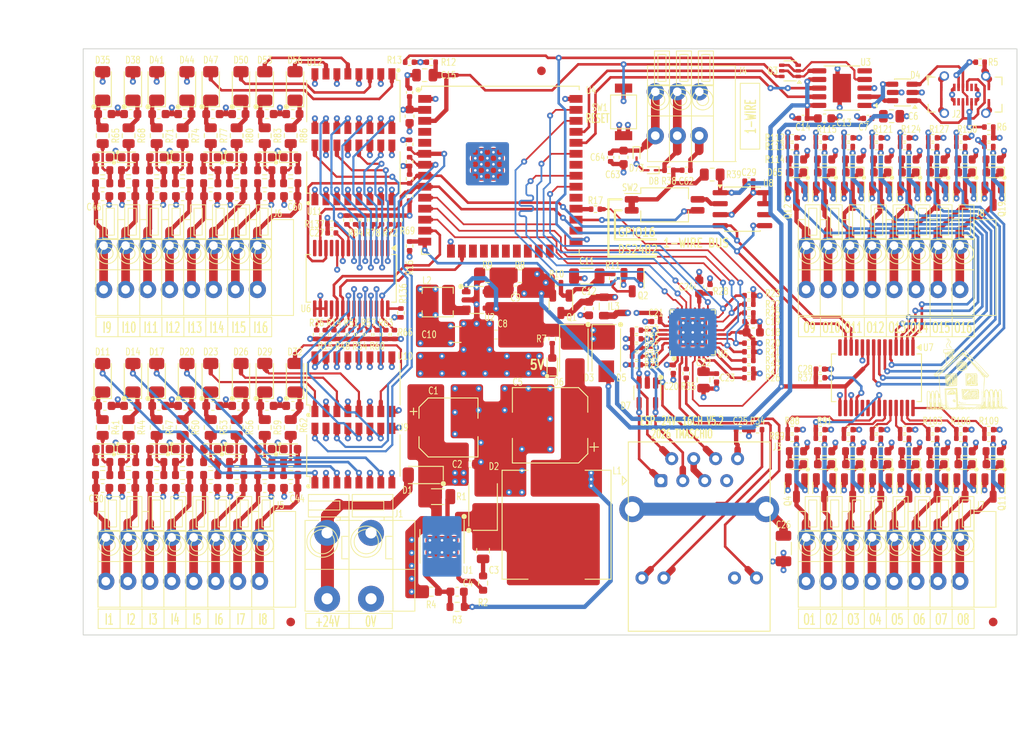
<source format=kicad_pcb>
(kicad_pcb (version 20241229) (generator "pcbnew") (generator_version "9.0")
  (title_block (title "ESP 24V 16xIn/16xOut/1-Wire Module") (date "2026-02-10") (rev "V5.2"))
  (layers (0 "F.Cu" mixed) (4 "In1.Cu" power) (6 "In2.Cu" mixed) (2 "B.Cu" signal) (13 "F.Paste" user) (5 "F.SilkS" user "F.Silkscreen") (1 "F.Mask" user) (3 "B.Mask" user) (25 "Edge.Cuts" user))
  (net 0 "")
  (net 1 "GND")
  (net 2 "/Power/3V3REF")
  (net 3 "+24V")
  (net 4 "/Power/PHYPWRFET")
  (net 7 "/I2C Devices/GPA7")
  (net 8 "/I2C Devices/GPB7")
  (net 18 "/I2C Devices/1WIREBUS")
  (net 23 "+3V3")
  (net 24 "+5V")
  (net 25 "/Power/PHYPWRBJT")
  (net 26 "/Power/5VUSB")
  (net 28 "/Power/5VSW")
  (net 29 "/Power/5VMAIN")
  (net 30 "/Power/5VREF")
  (net 31 "/MCU/PHYPWR")
  (net 33 "+3V3LAN")
  (net 35 "Net-(U1-BS)")
  (net 37 "/MCU/ESPEN")
  (net 38 "/LAN/PHYNRST")
  (net 39 "/Input 1/INFILTER")
  (net 40 "/Input 2/INFILTER")
  (net 46 "+3V3A")
  (net 47 "/Input 3/INFILTER")
  (net 48 "/Input 4/INFILTER")
  (net 49 "/Power/5VLED")
  (net 50 "/Input 5/INFILTER")
  (net 51 "/Input 6/INFILTER")
  (net 52 "/Input 7/INFILTER")
  (net 53 "/Input 8/INFILTER")
  (net 54 "/Input 9/INFILTER")
  (net 55 "/Input 10/INFILTER")
  (net 56 "/Input 11/INFILTER")
  (net 57 "/Input 12/INFILTER")
  (net 58 "/Input 13/INFILTER")
  (net 59 "/Input 14/INFILTER")
  (net 60 "/Input 15/INFILTER")
  (net 61 "/Input 16/INFILTER")
  (net 62 "/LAN/ETHRXD+")
  (net 63 "/LAN/ETHTXD+")
  (net 64 "/LAN/ETHTXD-")
  (net 65 "/LAN/ETHRXD-")
  (net 66 "/Output 1/OUTLED")
  (net 67 "/Input 1/INOPTO")
  (net 68 "/Input 2/INOPTO")
  (net 69 "/Input 3/INOPTO")
  (net 70 "/Input 4/INOPTO")
  (net 71 "/Input 5/INOPTO")
  (net 72 "/Input 6/INOPTO")
  (net 73 "/Input 7/INOPTO")
  (net 74 "/Input 8/INOPTO")
  (net 75 "/Input 9/INOPTO")
  (net 76 "/Input 10/INOPTO")
  (net 77 "/Input 11/INOPTO")
  (net 78 "/Input 12/INOPTO")
  (net 79 "/Input 13/INOPTO")
  (net 80 "/Input 14/INOPTO")
  (net 81 "/Input 15/INOPTO")
  (net 82 "/Input 16/INOPTO")
  (net 83 "/Output 2/OUTLED")
  (net 84 "/Output 3/OUTLED")
  (net 85 "/Output 4/OUTLED")
  (net 86 "/Output 5/OUTLED")
  (net 87 "/Output 6/OUTLED")
  (net 88 "/Output 7/OUTLED")
  (net 89 "/Output 8/OUTLED")
  (net 90 "/Output 9/OUTLED")
  (net 91 "/Output 10/OUTLED")
  (net 92 "/Output 11/OUTLED")
  (net 95 "/Power/USBCC1")
  (net 96 "/OUTPUT1")
  (net 97 "/INPUT1")
  (net 98 "/INPUT2")
  (net 99 "/INPUT3")
  (net 100 "/INPUT4")
  (net 101 "/INPUT5")
  (net 102 "/INPUT6")
  (net 103 "/INPUT7")
  (net 104 "/INPUT8")
  (net 105 "/INPUT9")
  (net 106 "/INPUT10")
  (net 107 "/INPUT11")
  (net 108 "/INPUT12")
  (net 109 "/INPUT13")
  (net 110 "/INPUT14")
  (net 111 "/INPUT15")
  (net 112 "/INPUT16")
  (net 113 "/OUTPUT2")
  (net 114 "/OUTPUT3")
  (net 115 "/OUTPUT4")
  (net 116 "/OUTPUT5")
  (net 117 "/OUTPUT6")
  (net 118 "/OUTPUT7")
  (net 119 "/OUTPUT8")
  (net 120 "/OUTPUT9")
  (net 121 "/OUTPUT10")
  (net 122 "/OUTPUT11")
  (net 123 "/OUTPUT12")
  (net 124 "/OUTPUT13")
  (net 125 "/OUTPUT14")
  (net 126 "/OUTPUT15")
  (net 127 "/OUTPUT16")
  (net 131 "/Power/USBCC2")
  (net 132 "/Output 12/OUTLED")
  (net 133 "/Output 13/OUTLED")
  (net 134 "/Output 14/OUTLED")
  (net 135 "/Output 15/OUTLED")
  (net 136 "/IN1")
  (net 137 "/IN2")
  (net 138 "/IN3")
  (net 139 "/IN4")
  (net 140 "/IN5")
  (net 141 "/IN6")
  (net 142 "/IN7")
  (net 143 "/IN8")
  (net 144 "/IN9")
  (net 145 "/IN10")
  (net 146 "/IN11")
  (net 147 "/IN12")
  (net 148 "/IN13")
  (net 149 "/IN14")
  (net 150 "/IN15")
  (net 151 "/IN16")
  (net 152 "/OUT1")
  (net 153 "/OUT2")
  (net 154 "/OUT3")
  (net 155 "/OUT4")
  (net 156 "/OUT5")
  (net 157 "/OUT6")
  (net 158 "/OUT7")
  (net 159 "/OUT8")
  (net 160 "/OUT9")
  (net 161 "/OUT10")
  (net 162 "/OUT11")
  (net 163 "/OUT12")
  (net 164 "/OUT13")
  (net 165 "/OUT14")
  (net 166 "/OUT15")
  (net 167 "/OUT16")
  (net 170 "/I2C Devices/1WIREFIELD")
  (net 171 "/Output 16/OUTLED")
  (net 172 "/MCU/USBD-")
  (net 173 "/Power/3V3SW")
  (net 174 "/Power/USBCD-")
  (net 175 "/MCU/USBD+")
  (net 176 "/Power/ILIM")
  (net 177 "/Power/USBCD+")
  (net 178 "/I2C Devices/1WIREMASTER")
  (net 179 "/LAN/RBIAS")
  (net 180 "/Input 1/INPRE")
  (net 181 "/Input 2/INPRE")
  (net 182 "/Input 3/INPRE")
  (net 183 "/Input 4/INPRE")
  (net 184 "/Input 5/INPRE")
  (net 185 "/Input 6/INPRE")
  (net 186 "/Input 7/INPRE")
  (net 187 "/Input 8/INPRE")
  (net 188 "/Input 9/INPRE")
  (net 189 "/Input 10/INPRE")
  (net 190 "/Input 11/INPRE")
  (net 191 "/Input 12/INPRE")
  (net 192 "/Input 13/INPRE")
  (net 193 "/Input 14/INPRE")
  (net 194 "/Input 15/INPRE")
  (net 195 "/Input 16/INPRE")
  (net 196 "/LAN/ETHLEDGA")
  (net 197 "/LAN/ETHLEDYA")
  (net 198 "/LAN/ETHLEDGK")
  (net 199 "/MCU/UARTNRTS")
  (net 200 "/MCU/ESPPROG")
  (net 201 "/MCU/UARTNDTR")
  (net 202 "/Output 1/OUTBASE")
  (net 203 "/Output 2/OUTBASE")
  (net 204 "/Output 3/OUTBASE")
  (net 205 "/Output 4/OUTBASE")
  (net 206 "/Output 5/OUTBASE")
  (net 207 "/Output 6/OUTBASE")
  (net 208 "/Output 7/OUTBASE")
  (net 209 "/Output 8/OUTBASE")
  (net 210 "/Output 9/OUTBASE")
  (net 211 "/Output 10/OUTBASE")
  (net 212 "/Output 11/OUTBASE")
  (net 213 "/Output 12/OUTBASE")
  (net 214 "/Output 13/OUTBASE")
  (net 215 "/Output 14/OUTBASE")
  (net 216 "/Output 15/OUTBASE")
  (net 217 "/Output 16/OUTBASE")
  (net 218 "/LAN/EMACCLK")
  (net 219 "/I2C Devices/I2CSCL")
  (net 220 "/I2C Devices/MCPININTA")
  (net 221 "/I2C Devices/I2CSDA")
  (net 222 "/I2C Devices/MCPININTB")
  (net 223 "/LAN/ETHLEDY")
  (net 224 "/I2C Devices/MCPINNRST")
  (net 225 "/I2C Devices/MCPOUTNRST")
  (net 226 "/LAN/EMACMDIO")
  (net 227 "/LAN/EMACRXD0")
  (net 228 "/LAN/EMACRXD1")
  (net 229 "/LAN/EMACRX")
  (net 230 "/MCU/UARTTXD")
  (net 231 "/MCU/UARTRXD")
  (net 232 "/LAN/EMACTXD0")
  (net 233 "/LAN/EMACMDC")
  (net 234 "/LAN/EMACTXD1")
  (net 235 "/LAN/EMACTXEN")
  (net 236 "/Power/+24VIN")
  (net 237 "/Input 1/INLED")
  (net 238 "/Input 2/INLED")
  (net 239 "/Input 3/INLED")
  (net 240 "/Input 4/INLED")
  (net 241 "/Input 5/INLED")
  (net 242 "/Input 6/INLED")
  (net 243 "/Input 7/INLED")
  (net 244 "/Input 8/INLED")
  (net 245 "/Input 9/INLED")
  (net 246 "/Input 10/INLED")
  (net 247 "/Input 11/INLED")
  (net 248 "/Input 12/INLED")
  (net 249 "/Input 13/INLED")
  (net 250 "/Input 14/INLED")
  (net 251 "/Input 15/INLED")
  (net 252 "/Input 16/INLED")
  (net 253 "/MCU/ESPCLK")
  (net 254 "/LAN/RXD2")
  (net 255 "/LAN/RXER")
  (net 256 "/LAN/RXCLK")
  (net 257 "/LAN/RXD3")
  (net 258 "/LAN/VCDDR")
  (net 259 "/Power/5VRC")
  (net 260 "/LAN/ETHSH")
  (net 261 "/I2C Devices/1WIREGPIO")
  (footprint "Tales:R_0603_1608Metric" (layer "F.Cu") (at 76.27 78.33)
    (property "Reference" "R73")
    (property "Value" "10k/100mW")
  )
  (footprint "Tales:R_0603_1608Metric" (layer "F.Cu") (at 85.77 79.83)
    (property "Reference" "FB15")
    (property "Value" "600R/100MHz")
  )
  (footprint "Tales:SOT-23-Narrow" (layer "F.Cu") (at 166.77 115.08 -90)
    (property "Reference" "Q10")
    (property "Value" "MMBT2222A")
  )
  (footprint "Tales:R_0402_1005Metric" (layer "F.Cu") (at 93.77 97.33 90)
    (property "Reference" "R14")
    (property "Value" "2k2")
  )
  (footprint "Tales:C_0402_1005Metric" (layer "F.Cu") (at 109.52 112.33)
    (property "Reference" "C2")
    (property "Value" "100nF/50V")
  )
  (footprint "Tales:R_0603_1608Metric" (layer "F.Cu") (at 73.27 112.08 180)
    (property "Reference" "R46")
    (property "Value" "10k/100mW")
  )
  (footprint "Tales:C_1206_3216Metric" (layer "F.Cu") (at 107.77 97.33)
    (property "Reference" "C10")
    (property "Value" "22uF/10V")
  )
  (footprint "Tales:C_1206_3216Metric" (layer "F.Cu") (at 145.77 122.08 -90)
    (property "Reference" "C26")
    (property "Value" "1nF/2kV")
  )
  (footprint "Tales:L_12x12mm_h6mm" (layer "F.Cu") (at 119.52 119.33 90)
    (property "Reference" "L1")
    (property "Value" "33uH 2,1A")
  )
  (footprint "Tales:R_0603_1608Metric" (layer "F.Cu") (at 105.02 127.08 180)
    (property "Reference" "R4")
    (property "Value" "52,3k/100mW")
  )
  (footprint "Tales:ESP32-WROOM-32U" (layer "F.Cu") (at 113.02 78.33)
    (property "Reference" "U4")
    (property "Value" "ESP32-WROOM-32UE-N16")
  )
  (footprint "Tales:R_0402_1005Metric" (layer "F.Cu") (at 169.52 74.58 180)
    (property "Reference" "R133")
    (property "Value" "10k")
  )
  (footprint "Tales:C_0603_1608Metric" (layer "F.Cu") (at 88.77 81.33 180)
    (property "Reference" "C60")
    (property "Value" "1nF/50V")
  )
  (footprint "Tales:R_0402_1005Metric" (layer "F.Cu") (at 169.52 75.58 180)
    (property "Reference" "R134")
    (property "Value" "1k")
  )
  (footprint "Tales:R_0805_2012Metric" (layer "F.Cu") (at 67.02 108.08 -90)
    (property "Reference" "R41")
    (property "Value" "1k8/125mW")
  )
  (footprint "Tales:R_0603_1608Metric" (layer "F.Cu") (at 70.02 113.58 180)
    (property "Reference" "FB2")
    (property "Value" "600R/100MHz")
  )
  (footprint "Tales:SOT-23-Narrow" (layer "F.Cu") (at 160.27 81.33 -90)
    (property "Reference" "Q16")
    (property "Value" "MMBT2222A")
  )
  (footprint "Tales:C_0603_1608Metric" (layer "F.Cu") (at 76.52 105.58 180)
    (property "Reference" "C37")
    (property "Value" "33nF/50V")
  )
  (footprint "Tales:R_0402_1005Metric" (layer "F.Cu") (at 128.77 96.83 180)
    (property "Reference" "R33")
    (property "Value" "49,9R")
  )
  (footprint "Tales:R_0402_1005Metric" (layer "F.Cu") (at 102.52 79.33 -90)
    (property "Reference" "R18")
    (property "Value" "2k2")
  )
  (footprint "Tales:R_0805_2012Metric" (layer "F.Cu") (at 76.27 74.33 -90)
    (property "Reference" "R74")
    (property "Value" "1k8/125mW")
  )
  (footprint "Tales:C_0603_1608Metric" (layer "F.Cu") (at 86.02 71.83)
    (property "Reference" "C59")
    (property "Value" "33nF/50V")
  )
  (footprint "Tales:R_0402_1005Metric" (layer "F.Cu") (at 105.02 65.83)
    (property "Reference" "R12")
    (property "Value" "10k")
  )
  (footprint "Tales:R_0402_1005Metric" (layer "F.Cu") (at 150.02 74.58 180)
    (property "Reference" "R115")
    (property "Value" "10k")
  )
  (footprint "Tales:R_0603_1608Metric" (layer "F.Cu") (at 79.52 113.58)
    (property "Reference" "FB5")
    (property "Value" "600R/100MHz")
  )
  (footprint "Tales:C_0603_1608Metric" (layer "F.Cu") (at 76.27 115.08 180)
    (property "Reference" "C36")
    (property "Value" "1nF/50V")
  )
  (footprint "Tales:C_0603_1608Metric" (layer "F.Cu") (at 70.27 105.58 180)
    (property "Reference" "C33")
    (property "Value" "33nF/50V")
  )
  (footprint "Tales:LED_0603_1608Metric" (layer "F.Cu") (at 76.27 110.58)
    (property "Reference" "D19")
    (property "Value" "WHITE/0603")
  )
  (footprint "Tales:R_0402_1005Metric" (layer "F.Cu") (at 150.02 75.58 180)
    (property "Reference" "R116")
    (property "Value" "1k")
  )
  (footprint "Tales:LED_0603_1608Metric" (layer "F.Cu") (at 76.27 76.83)
    (property "Reference" "D43")
    (property "Value" "WHITE/0603")
  )
  (footprint "Tales:SOT-23-5" (layer "F.Cu") (at 130.02 104.08 -90)
    (property "Reference" "D7")
    (property "Value" "ESDS314DBV")
  )
  (footprint "Tales:R_0402_1005Metric" (layer "F.Cu") (at 101.27 84.08 -90)
    (property "Reference" "R69")
    (property "Value" "2k2")
  )
  (footprint "Tales:R_0402_1005Metric" (layer "F.Cu") (at 141.77 102.33 180)
    (property "Reference" "R26")
    (property "Value" "2k2")
  )
  (footprint "Tales:D_SOD-123" (layer "F.Cu") (at 70.52 68.58 90)
    (property "Reference" "D38")
    (property "Value" "9V1/500mW")
  )
  (footprint "Tales:C_0603_1608Metric" (layer "F.Cu") (at 79.52 115.08)
    (property "Reference" "C38")
    (property "Value" "1nF/50V")
  )
  (footprint "Tales:SOP-16_4.4x10.4mm_P1.27mm" (layer "F.Cu") (at 96.02 111.33 90)
    (property "Reference" "U9")
    (property "Value" "OR-3H7-4")
  )
  (footprint "Tales:R_0603_1608Metric" (layer "F.Cu") (at 166.77 110.83 180)
    (property "Reference" "R108")
    (property "Value" "10k/100mW")
  )
  (footprint "Tales:L_0805_2012Metric" (layer "F.Cu") (at 125.02 94.08 -90)
    (property "Reference" "L3")
    (property "Value" "2A 600R")
  )
  (footprint "Tales:D_SMA" (layer "F.Cu") (at 121.52 99.58 -90)
    (property "Reference" "D3")
    (property "Value" "SS34")
  )
  (footprint "Tales:R_0805_2012Metric" (layer "F.Cu") (at 111.52 90.58 180)
    (property "Reference" "R9")
    (property "Value" "22,1k/125mW")
  )
  (footprint "Tales:R_0402_1005Metric" (layer "F.Cu") (at 99.27 84.08 -90)
    (property "Reference" "R75")
    (property "Value" "2k2")
  )
  (footprint "Tales:R_0603_1608Metric" (layer "F.Cu") (at 157.02 110.83 180)
    (property "Reference" "R99")
    (property "Value" "10k/100mW")
  )
  (footprint "Tales:R_0402_1005Metric" (layer "F.Cu") (at 119.52 91.33)
    (property "Reference" "R10")
    (property "Value" "10k")
  )
  (footprint "Package_TO_SOT_SMD:SOT-363_SC-70-6" (layer "F.Cu") (at 146.52 66.83 180)
    (property "Reference" "Q3")
    (property "Value" "UMH3N")
  )
  (footprint "Tales:R_0603_1608Metric" (layer "F.Cu") (at 79.52 112.08 180)
    (property "Reference" "R52")
    (property "Value" "10k/100mW")
  )
  (footprint "Tales:C_0603_1608Metric" (layer "F.Cu") (at 82.52 115.08 180)
    (property "Reference" "C40")
    (property "Value" "1nF/50V")
  )
  (footprint "Tales:R_0402_1005Metric" (layer "F.Cu") (at 128.77 97.83 180)
    (property "Reference" "R32")
    (property "Value" "49,9R")
  )
  (footprint "Tales:C_0603_1608Metric" (layer "F.Cu") (at 86.02 105.58)
    (property "Reference" "C43")
    (property "Value" "33nF/50V")
  )
  (footprint "Tales:R_0402_1005Metric" (layer "F.Cu") (at 159.77 109.33 180)
    (property "Reference" "R101")
    (property "Value" "1k")
  )
  (footprint "Tales:R_0402_1005Metric" (layer "F.Cu") (at 163.02 109.33 180)
    (property "Reference" "R104")
    (property "Value" "1k")
  )
  (footprint "Tales:R_0402_1005Metric" (layer "F.Cu") (at 166.27 109.33 180)
    (property "Reference" "R107")
    (property "Value" "1k")
  )
  (footprint "Tales:D_SOD-123" (layer "F.Cu") (at 83.02 68.58 90)
    (property "Reference" "D50")
    (property "Value" "9V1/500mW")
  )
  (footprint "Tales:C_0402_1005Metric" (layer "F.Cu") (at 140.77 108.33 180)
    (property "Reference" "C25")
    (property "Value" "100nF/50V")
  )
  (footprint "Tales:R_0402_1005Metric" (layer "F.Cu") (at 128.77 99.83 180)
    (property "Reference" "R30")
    (property "Value" "49,9R")
  )
  (footprint "Tales:C_0402_1005Metric" (layer "F.Cu") (at 93.52 85.58 180)
    (property "Reference" "C27")
    (property "Value" "100nF/50V")
  )
  (footprint "Tales:D_SMA" (layer "F.Cu") (at 125.27 99.58 -90)
    (property "Reference" "D5")
    (property "Value" "SS34")
  )
  (footprint "Tales:R_0402_1005Metric" (layer "F.Cu") (at 98.77 97.33 90)
    (property "Reference" "R60")
    (property "Value" "2k2")
  )
  (footprint "Tales:R_0805_2012Metric" (layer "F.Cu") (at 82.52 74.33 -90)
    (property "Reference" "R80")
    (property "Value" "1k8/125mW")
  )
  (footprint "Tales:SOT-23-Narrow" (layer "F.Cu") (at 166.77 81.33 -90)
    (property "Reference" "Q18")
    (property "Value" "MMBT2222A")
  )
  (footprint "Tales:SOP-16_4.4x10.4mm_P1.27mm" (layer "F.Cu") (at 96.02 103.08 90)
    (property "Reference" "U10")
    (property "Value" "OR-3H7-4")
  )
  (footprint "Tales:R_0603_1608Metric" (layer "F.Cu") (at 111.02 126.08 -90)
    (property "Reference" "R2")
    (property "Value" "5,1R/100mW")
  )
  (footprint "Tales:C_0603_1608Metric" (layer "F.Cu") (at 73.52 71.83)
    (property "Reference" "C51")
    (property "Value" "33nF/50V")
  )
  (footprint "Tales:D_SOD-123" (layer "F.Cu") (at 76.77 102.33 90)
    (property "Reference" "D20")
    (property "Value" "9V1/500mW")
  )
  (footprint "Tales:R_0402_1005Metric" (layer "F.Cu") (at 159.77 108.33 180)
    (property "Reference" "R100")
    (property "Value" "10k")
  )
  (footprint "Tales:C_0603_1608Metric" (layer "F.Cu") (at 76.27 81.33 180)
    (property "Reference" "C52")
    (property "Value" "1nF/50V")
  )
  (footprint "Tales:D_SOD-123" (layer "F.Cu") (at 79.52 102.33 90)
    (property "Reference" "D23")
    (property "Value" "9V1/500mW")
  )
  (footprint "Tales:L_3x3mm_h1.5mm" (layer "F.Cu") (at 105.77 93.58 180)
    (property "Reference" "L2")
    (property "Value" "2,2uH 1,5A")
  )
  (footprint "Tales:R_0402_1005Metric" (layer "F.Cu") (at 128.77 100.83 180)
    (property "Reference" "R29")
    (property "Value" "12,1k")
  )
  (footprint "Tales:R_0402_1005Metric" (layer "F.Cu") (at 93.52 84.58 180)
    (property "Reference" "R137")
    (property "Value" "10k")
  )
  (footprint "Tales:R_0402_1005Metric" (layer "F.Cu") (at 102.52 75.33 -90)
    (property "Reference" "R42")
    (property "Value" "2k2")
  )
  (footprint "Tales:R_0603_1608Metric" (layer "F.Cu") (at 170.02 110.83 180)
    (property "Reference" "R111")
    (property "Value" "10k/100mW")
  )
  (footprint "Tales:LED_0603_1608Metric" (layer "F.Cu") (at 85.77 76.83 180)
    (property "Reference" "D52")
    (property "Value" "WHITE/0603")
  )
  (footprint "Tales:R_0603_1608Metric" (layer "F.Cu") (at 170.02 77.08 180)
    (property "Reference" "R135")
    (property "Value" "10k/100mW")
  )
  (footprint "Tales:R_0805_2012Metric" (layer "F.Cu") (at 73.27 108.08 -90)
    (property "Reference" "R47")
    (property "Value" "1k8/125mW")
  )
  (footprint "Tales:C_0603_1608Metric" (layer "F.Cu") (at 73.27 115.08)
    (property "Reference" "C34")
    (property "Value" "1nF/50V")
  )
  (footprint "Tales:C_0402_1005Metric" (layer "F.Cu") (at 114.77 92.08 180)
    (property "Reference" "C9")
    (property "Value" "22pF/50V")
  )
  (footprint "Tales:CP_Elec_6.3x5.4" (layer "F.Cu") (at 107.02 108.08)
    (property "Reference" "C1")
    (property "Value" "47uF/35V")
  )
  (footprint "Tales:D_SOD-123" (layer "F.Cu") (at 76.77 68.58 90)
    (property "Reference" "D44")
    (property "Value" "9V1/500mW")
  )
  (footprint "Tales:SOT-23-5_Shorter_Pins" (layer "F.Cu") (at 110.27 93.33)
    (property "Reference" "U2")
    (property "Value" "SY8089A1AAC")
  )
  (footprint "Tales:SOT-23-Narrow" (layer "F.Cu") (at 157.02 115.08 -90)
    (property "Reference" "Q7")
    (property "Value" "MMBT2222A")
  )
  (footprint "Tales:C_0603_1608Metric" (layer "F.Cu") (at 82.77 105.58 180)
    (property "Reference" "C41")
    (property "Value" "33nF/50V")
  )
  (footprint "Tales:R_0402_1005Metric" (layer "F.Cu") (at 99.77 97.33 90)
    (property "Reference" "R63")
    (property "Value" "2k2")
  )
  (footprint "Tales:C_0805_2012Metric" (layer "F.Cu") (at 136.52 102.58 -90)
    (property "Reference" "C22")
    (property "Value" "1uF/50V")
  )
  (footprint "Tales:C_0603_1608Metric" (layer "F.Cu") (at 89.02 105.58 180)
    (property "Reference" "C45")
    (property "Value" "33nF/50V")
  )
  (footprint "Tales:R_0603_1608Metric" (layer "F.Cu") (at 73.27 78.33 180)
    (property "Reference" "R70")
    (property "Value" "10k/100mW")
  )
  (footprint "Tales:C_0805_2012Metric" (layer "F.Cu") (at 158.27 72.08)
    (property "Reference" "C6")
    (property "Value" "1uF/50V")
  )
  (footprint "Tales:R_0402_1005Metric" (layer "F.Cu") (at 94.77 97.33 90)
    (property "Reference" "R48")
    (property "Value" "2k2")
  )
  (footprint "Tales:C_0402_1005Metric" (layer "F.Cu") (at 102.52 69.33 90)
    (property "Reference" "C17")
    (property "Value" "100nF/50V")
  )
  (footprint "Tales:R_0402_1005Metric" (layer "F.Cu") (at 126.02 90.83 90)
    (property "Reference" "R11")
    (property "Value" "1k")
  )
  (footprint "Tales:C_0603_1608Metric" (layer "F.Cu") (at 150.52 72.33)
    (property "Reference" "C13")
    (property "Value" "10uF/10V")
  )
  (footprint "Tales:R_0402_1005Metric" (layer "F.Cu") (at 150.02 109.33 180)
    (property "Reference" "R92")
    (property "Value" "1k")
  )
  (footprint "Tales:R_0603_1608Metric" (layer "F.Cu") (at 76.27 79.83 180)
    (property "Reference" "FB12")
    (property "Value" "600R/100MHz")
  )
  (footprint "Tales:LED_0603_1608Metric" (layer "F.Cu") (at 157.02 78.58 180)
    (property "Reference" "D68")
    (property "Value" "WHITE/0603")
  )
  (footprint "Tales:R_0402_1005Metric" (layer "F.Cu") (at 141.77 94.83 180)
    (property "Reference" "R25")
    (property "Value" "2k2")
  )
  (footprint "Tales:SOT-23" (layer "F.Cu") (at 128.27 91.33 -90)
    (property "Reference" "Q2")
    (property "Value" "MMUN2211LT3G")
  )
  (footprint "Tales:R_0603_1608Metric" (layer "F.Cu") (at 85.77 113.58)
    (property "Reference" "FB7")
    (property "Value" "600R/100MHz")
  )
  (footprint "Tales:R_0402_1005Metric" (layer "F.Cu") (at 134.52 101.83 -90)
    (property "Reference" "R35")
    (property "Value" "330R")
  )
  (footprint "Tales:C_0603_1608Metric" (layer "F.Cu") (at 73.52 105.58)
    (property "Reference" "C35")
    (property "Value" "33nF/50V")
  )
  (footprint "Tales:C_0603_1608Metric" (layer "F.Cu") (at 73.27 81.33)
    (property "Reference" "C50")
    (property "Value" "1nF/50V")
  )
  (footprint "Tales:R_0402_1005Metric" (layer "F.Cu") (at 142.77 108.33)
    (property "Reference" "R34")
    (property "Value" "330R")
  )
  (footprint "Tales:R_0805_2012Metric" (layer "F.Cu") (at 85.77 108.08 -90)
    (property "Reference" "R59")
    (property "Value" "1k8/125mW")
  )
  (footprint "Tales:LED_0603_1608Metric" (layer "F.Cu") (at 160.27 78.58 180)
    (property "Reference" "D69")
    (property "Value" "WHITE/0603")
  )
  (footprint "Tales:R_0402_1005Metric" (layer "F.Cu") (at 163.02 75.58 180)
    (property "Reference" "R128")
    (property "Value" "1k")
  )
  (footprint "Tales:R_0603_1608Metric" (layer "F.Cu") (at 88.77 78.33)
    (property "Reference" "R85")
    (property "Value" "10k/100mW")
  )
  (footprint "Tales:LED_0603_1608Metric" (layer "F.Cu") (at 166.77 78.58 180)
    (property "Reference" "D71")
    (property "Value" "WHITE/0603")
  )
  (footprint "Tales:C_0603_1608Metric" (layer "F.Cu") (at 67.02 115.08)
    (property "Reference" "C30")
    (property "Value" "1nF/50V")
  )
  (footprint "Tales:C_0402_1005Metric" (layer "F.Cu") (at 134.52 78.33)
    (property "Reference" "C62")
    (property "Value" "470pF/50V")
  )
  (footprint "Tales:RJ45_HanRun_HR911105A" (layer "F.Cu") (at 136.02 120.58)
    (property "Reference" "J3")
    (property "Value" "ETHERNET")
  )
  (footprint "Tales:LED_0603_1608Metric" (layer "F.Cu") (at 119.02 100.83 90)
    (property "Reference" "D6")
    (property "Value" "WHITE/0603")
  )
  (footprint "Tales:R_0603_1608Metric" (layer "F.Cu") (at 157.02 77.08 180)
    (property "Reference" "R123")
    (property "Value" "10k/100mW")
  )
  (footprint "Tales:R_0402_1005Metric" (layer "F.Cu") (at 141.77 99.33 180)
    (property "Reference" "R21")
    (property "Value" "2k2")
  )
  (footprint "Tales:LED_0603_1608Metric" (layer "F.Cu") (at 163.52 112.33 180)
    (property "Reference" "D62")
    (property "Value" "WHITE/0603")
  )
  (footprint "Tales:R_0402_1005Metric" (layer "F.Cu") (at 102.52 65.83 180)
    (property "Reference" "R13")
    (property "Value" "10k")
  )
  (footprint "Tales:Grandmas_small_silk" (layer "F.Cu") (at 166.52 106.08)
    (property "Reference" "Ref**" (hide yes))
    (property "Value" "Val**" (hide yes))
  )
  (footprint "Tales:R_0402_1005Metric" (layer "F.Cu") (at 150.02 108.33 180)
    (property "Reference" "R91")
    (property "Value" "10k")
  )
  (footprint "Tales:LED_0603_1608Metric" (layer "F.Cu") (at 73.27 110.58 180)
    (property "Reference" "D16")
    (property "Value" "WHITE/0603")
  )
  (footprint "Tales:R_0402_1005Metric" (layer "F.Cu") (at 166.27 75.58 180)
    (property "Reference" "R131")
    (property "Value" "1k")
  )
  (footprint "Tales:R_0402_1005Metric" (layer "F.Cu") (at 166.27 74.58 180)
    (property "Reference" "R130")
    (property "Value" "10k")
  )
  (footprint "Tales:C_0402_1005Metric" (layer "F.Cu") (at 133.02 101.33 -90)
    (property "Reference" "C20")
    (property "Value" "100nF/50V")
  )
  (footprint "Fiducial:Fiducial_1mm_Mask2mm" (layer "F.Cu") (at 117.77 66.83)
    (property "Reference" "FID1")
    (property "Value" "Fiducial")
  )
  (footprint "Tales:C_0402_1005Metric" (layer "F.Cu") (at 141.77 95.83)
    (property "Reference" "C19")
    (property "Value" "100nF/50V")
  )
  (footprint "Tales:SW_DIP_SPSTx02_Slide_Copal_CHS-02B_W7.62mm_P1.27mm" (layer "F.Cu") (at 132.02 82.33)
    (property "Reference" "SW2")
    (property "Value" "1WIRE_SEL")
  )
  (footprint "Tales:SOP-16_4.4x10.4mm_P1.27mm" (layer "F.Cu") (at 96.02 78.58 90)
    (property "Reference" "U11")
    (property "Value" "OR-3H7-4")
  )
  (footprint "Tales:R_0603_1608Metric" (layer "F.Cu") (at 88.77 112.08)
    (property "Reference" "R61")
    (property "Value" "10k/100mW")
  )
  (footprint "Tales:R_0603_1608Metric" (layer "F.Cu") (at 160.27 77.08 180)
    (property "Reference" "R126")
    (property "Value" "10k/100mW")
  )
  (footprint "Tales:USB_C_Receptacle_ShouHan_TYPE-C-16PLT-H10.0" (layer "F.Cu") (at 166.77 69.58)
    (property "Reference" "J2")
    (property "Value" "USB_C_Receptacle_USB2.0")
  )
  (footprint "Tales:R_0402_1005Metric" (layer "F.Cu") (at 92.77 97.33 90)
    (property "Reference" "R15")
    (property "Value" "2k2")
  )
  (footprint "Tales:R_0603_1608Metric" (layer "F.Cu") (at 79.52 78.33 180)
    (property "Reference" "R76")
    (property "Value" "10k/100mW")
  )
  (footprint "Tales:R_0603_1608Metric" (layer "F.Cu") (at 166.77 77.08 180)
    (property "Reference" "R132")
    (property "Value" "10k/100mW")
  )
  (footprint "Tales:R_0402_1005Metric" (layer "F.Cu") (at 128.77 98.83 180)
    (property "Reference" "R31")
    (property "Value" "49,9R")
  )
  (footprint "Tales:R_0402_1005Metric" (layer "F.Cu") (at 100.77 97.33 90)
    (property "Reference" "R66")
    (property "Value" "2k2")
  )
  (footprint "Tales:LED_0603_1608Metric" (layer "F.Cu") (at 170.02 112.33 180)
    (property "Reference" "D64")
    (property "Value" "WHITE/0603")
  )
  (footprint "Tales:C_0603_1608Metric" (layer "F.Cu") (at 70.27 71.83 180)
    (property "Reference" "C49")
    (property "Value" "33nF/50V")
  )
  (footprint "Tales:R_0402_1005Metric" (layer "F.Cu") (at 163.02 74.58 180)
    (property "Reference" "R127")
    (property "Value" "10k")
  )
  (footprint "Tales:C_0402_1005Metric" (layer "F.Cu") (at 125.77 76.83 -90)
    (property "Reference" "C64")
    (property "Value" "100nF/50V")
  )
  (footprint "Tales:D_SOD-123" (layer "F.Cu") (at 67.02 102.33 90)
    (property "Reference" "D11")
    (property "Value" "9V1/500mW")
  )
  (footprint "Tales:R_0603_1608Metric" (layer "F.Cu") (at 67.02 113.58)
    (property "Reference" "FB1")
    (property "Value" "600R/100MHz")
  )
  (footprint "Tales:R_0402_1005Metric" (layer "F.Cu") (at 100.27 84.08 -90)
    (property "Reference" "R72")
    (property "Value" "2k2")
  )
  (footprint "Tales:R_0402_1005Metric" (layer "F.Cu") (at 102.52 81.33 90)
    (property "Reference" "R19")
    (property "Value" "2k2")
  )
  (footprint "Tales:R_0402_1005Metric" (layer "F.Cu") (at 141.77 92.83 180)
    (property "Reference" "R23")
    (property "Value" "2k2")
  )
  (footprint "Tales:LED_0603_1608Metric" (layer "F.Cu") (at 157.02 112.33 180)
    (property "Reference" "D60")
    (property "Value" "WHITE/0603")
  )
  (footprint "Tales:R_0805_2012Metric" (layer "F.Cu") (at 137.52 78.83 180)
    (property "Reference" "R39")
    (property "Value" "1k8/125mW")
  )
  (footprint "Tales:R_0603_1608Metric" (layer "F.Cu") (at 88.77 79.83 180)
    (property "Reference" "FB16")
    (property "Value" "600R/100MHz")
  )
  (footprint "Tales:LED_0603_1608Metric" (layer "F.Cu") (at 79.52 110.58 180)
    (property "Reference" "D22")
    (property "Value" "WHITE/0603")
  )
  (footprint "Tales:LED_0603_1608Metric" (layer "F.Cu") (at 170.02 78.58 180)
    (property "Reference" "D72")
    (property "Value" "WHITE/0603")
  )
  (footprint "Tales:R_0402_1005Metric" (layer "F.Cu") (at 156.52 75.58 180)
    (property "Reference" "R122")
    (property "Value" "1k")
  )
  (footprint "Tales:C_0402_1005Metric" (layer "F.Cu") (at 131.02 95.83 180)
    (property "Reference" "C21")
    (property "Value" "100nF/50V")
  )
  (footprint "Tales:LED_0603_1608Metric" (layer "F.Cu") (at 73.27 76.83 180)
    (property "Reference" "D40")
    (property "Value" "WHITE/0603")
  )
  (footprint "Tales:TerminalBlock_Dibo_DB141V-2.54-8P_1x08_P2.54mm_Vertical" (layer "F.Cu") (at 157.27 123.33)
    (property "Reference" "J7")
    (property "Value" "DB141V-2.54-8P")
  )
  (footprint "Tales:LED_0603_1608Metric" (layer "F.Cu") (at 85.77 110.58 180)
    (property "Reference" "D28")
    (property "Value" "WHITE/0603")
  )
  (footprint "Tales:R_0805_2012Metric" (layer "F.Cu") (at 70.02 108.08 -90)
    (property "Reference" "R44")
    (property "Value" "1k8/125mW")
  )
  (footprint "Package_SO:SSOP-10-1EP_3.9x4.9mm_P1mm_EP2.1x3.3mm" (layer "F.Cu") (at 152.52 68.83 180)
    (property "Reference" "U3")
    (property "Value" "CH340K")
  )
  (footprint "Tales:LED_0603_1608Metric" (layer "F.Cu") (at 150.52 112.33 180)
    (property "Reference" "D58")
    (property "Value" "WHITE/0603")
  )
  (footprint "Tales:C_0603_1608Metric" (layer "F.Cu") (at 127.27 76.83 -90)
    (property "Reference" "C63")
    (property "Value" "10uF/10V")
  )
  (footprint "Tales:R_0603_1608Metric" (layer "F.Cu") (at 150.52 77.08 180)
    (property "Reference" "R117")
    (property "Value" "10k/100mW")
  )
  (footprint "Tales:SOT-23-Narrow" (layer "F.Cu") (at 153.77 115.08 -90)
    (property "Reference" "Q6")
    (property "Value" "MMBT2222A")
  )
  (footprint "Tales:R_0402_1005Metric" (layer "F.Cu") (at 96.77 97.33 90)
    (property "Reference" "R54")
    (property "Value" "2k2")
  )
  (footprint "Tales:C_0603_1608Metric" (layer "F.Cu") (at 67.27 105.58)
    (property "Reference" "C31")
    (property "Value" "33nF/50V")
  )
  (footprint "Tales:C_0402_1005Metric" (layer "F.Cu") (at 155.52 72.33 180)
    (property "Reference" "C7")
    (property "Value" "100nF/50V")
  )
  (footprint "Tales:C_1206_3216Metric" (layer "F.Cu") (at 123.02 90.58)
    (property "Reference" "C11")
    (property "Value" "22uF/10V")
  )
  (footprint "Package_TO_SOT_SMD:SOT-23-6" (layer "F.Cu") (at 159.52 69.33 180)
    (property "Reference" "D4")
    (property "Value" "USBLC6-2SC6")
  )
  (footprint "Tales:R_0402_1005Metric" (layer "F.Cu") (at 97.27 84.08 -90)
    (property "Reference" "R81")
    (property "Value" "2k2")
  )
  (footprint "Tales:R_0805_2012Metric" (layer "F.Cu") (at 85.77 74.33 -90)
    (property "Reference" "R83")
    (property "Value" "1k8/125mW")
  )
  (footprint "Tales:R_0402_1005Metric" (layer "F.Cu") (at 146.77 108.33 180)
    (property "Reference" "R88")
    (property "Value" "10k")
  )
  (footprint "Tales:R_0805_2012Metric" (layer "F.Cu") (at 79.52 74.33 -90)
    (property "Reference" "R77")
    (property "Value" "1k8/125mW")
  )
  (footprint "Tales:TerminalBlock_Dibo_DB142V-5.08-2P_1x02_P5.08mm_Vertical" (layer "F.Cu") (at 95.52 124.08)
    (property "Reference" "J1")
    (property "Value" "VIN")
  )
  (footprint "Tales:C_0603_1608Metric" (layer "F.Cu") (at 102.52 72.08 -90)
    (property "Reference" "C16")
    (property "Value" "10uF/10V")
  )
  (footprint "Tales:TerminalBlock_Dibo_DB141V-2.54-8P_1x08_P2.54mm_Vertical" (layer "F.Cu") (at 76.02 89.58)
    (property "Reference" "J6")
    (property "Value" "DB141V-2.54-8P")
  )
  (footprint "Tales:LED_0603_1608Metric" (layer "F.Cu") (at 163.52 78.58 180)
    (property "Reference" "D70")
    (property "Value" "WHITE/0603")
  )
  (footprint "Tales:R_0402_1005Metric" (layer "F.Cu") (at 97.77 97.33 90)
    (property "Reference" "R57")
    (property "Value" "2k2")
  )
  (footprint "Tales:LED_0603_1608Metric" (layer "F.Cu") (at 153.77 112.33 180)
    (property "Reference" "D59")
    (property "Value" "WHITE/0603")
  )
  (footprint "Tales:SOT-23-Narrow" (layer "F.Cu") (at 163.52 115.08 -90)
    (property "Reference" "Q9")
    (property "Value" "MMBT2222A")
  )
  (footprint "Tales:R_0603_1608Metric" (layer "F.Cu") (at 82.52 112.08)
    (property "Reference" "R55")
    (property "Value" "10k/100mW")
  )
  (footprint "Tales:SOT-23-Narrow" (layer "F.Cu") (at 157.02 81.33 -90)
    (property "Reference" "Q15")
    (property "Value" "MMBT2222A")
  )
  (footprint "Tales:R_0805_2012Metric" (layer "F.Cu") (at 88.77 108.08 -90)
    (property "Reference" "R62")
    (property "Value" "1k8/125mW")
  )
  (footprint "Tales:LED_0603_1608Metric" (layer "F.Cu") (at 160.27 112.33 180)
    (property "Reference" "D61")
    (property "Value" "WHITE/0603")
  )
  (footprint "Tales:C_0603_1608Metric" (layer "F.Cu") (at 79.77 105.58)
    (property "Reference" "C39")
    (property "Value" "33nF/50V")
  )
  (footprint "Tales:R_0402_1005Metric" (layer "F.Cu") (at 153.27 109.33 180)
    (property "Reference" "R95")
    (property "Value" "1k")
  )
  (footprint "Tales:CP_Elec_8x10.5" (layer "F.Cu") (at 118.77 107.83 180)
    (property "Reference" "C5")
    (property "Value" "470uF/16V")
  )
  (footprint "Tales:SOT-23" (layer "F.Cu") (at 120.02 93.83 -90)
    (property "Reference" "Q1")
    (property "Value" "WPM2015-3/TR")
  )
  (footprint "Tales:LED_0603_1608Metric" (layer "F.Cu") (at 67.02 76.83 180)
    (property "Reference" "D34")
    (property "Value" "WHITE/0603")
  )
  (footprint "Tales:R_0603_1608Metric" (layer "F.Cu") (at 147.27 110.83 180)
    (property "Reference" "R90")
    (property "Value" "10k/100mW")
  )
  (footprint "Tales:R_0402_1005Metric" (layer "F.Cu") (at 132.52 78.33)
    (property "Reference" "R38")
    (property "Value" "33R")
  )
  (footprint "Tales:R_0402_1005Metric" (layer "F.Cu") (at 102.52 87.08 -90)
    (property "Reference" "R16")
    (property "Value" "10k")
  )
  (footprint "Tales:R_0603_1608Metric" (layer "F.Cu") (at 67.02 78.33 180)
    (property "Reference" "R64")
    (property "Value" "10k/100mW")
  )
  (footprint "Tales:C_0603_1608Metric" (layer "F.Cu") (at 70.02 81.33 180)
    (property "Reference" "C48")
    (property "Value" "1nF/50V")
  )
  (footprint "Tales:D_SOD-123" (layer "F.Cu") (at 73.27 102.33 90)
    (property "Reference" "D17")
    (property "Value" "9V1/500mW")
  )
  (footprint "Tales:R_0402_1005Metric" (layer "F.Cu") (at 124.02 82.83)
    (property "Reference" "R17")
    (property "Value" "33R")
  )
  (footprint "Tales:R_0402_1005Metric" (layer "F.Cu") (at 146.77 75.58 180)
    (property "Reference" "R113")
    (property "Value" "1k")
  )
  (footprint "Package_SO:SSOP-28_5.3x10.2mm_P0.65mm" (layer "F.Cu") (at 95.77 90.83 -90)
    (property "Reference" "U6")
    (property "Value" "MCP23017_SS")
  )
  (footprint "Tales:D_SOD-123" (layer "F.Cu") (at 70.52 102.33 90)
    (property "Reference" "D14")
    (property "Value" "9V1/500mW")
  )
  (footprint "Tales:C_0603_1608Metric" (layer "F.Cu") (at 70.02 115.08 180)
    (property "Reference" "C32")
    (property "Value" "1nF/50V")
  )
  (footprint "Tales:R_0603_1608Metric" (layer "F.Cu") (at 163.52 110.83 180)
    (property "Reference" "R105")
    (property "Value" "10k/100mW")
  )
  (footprint "Tales:R_0402_1005Metric" (layer "F.Cu") (at 101.52 94.83 -90)
    (property "Reference" "R136")
    (property "Value" "10k")
  )
  (footprint "Tales:R_0603_1608Metric" (layer "F.Cu") (at 150.52 110.83 180)
    (property "Reference" "R93")
    (property "Value" "10k/100mW")
  )
  (footprint "Tales:R_0805_2012Metric" (layer "F.Cu") (at 73.27 74.33 -90)
    (property "Reference" "R71")
    (property "Value" "1k8/125mW")
  )
  (footprint "Tales:C_0402_1005Metric" (layer "F.Cu") (at 148.02 72.33 180)
    (property "Reference" "C14")
    (property "Value" "100nF/50V")
  )
  (footprint "Tales:R_0805_2012Metric" (layer "F.Cu") (at 76.27 108.08 -90)
    (property "Reference" "R50")
    (property "Value" "1k8/125mW")
  )
  (footprint "Tales:LED_0603_1608Metric" (layer "F.Cu") (at 147.27 78.58 180)
    (property "Reference" "D65")
    (property "Value" "WHITE/0603")
  )
  (footprint "Tales:R_0402_1005Metric" (layer "F.Cu") (at 95.27 84.08 -90)
    (property "Reference" "R87")
    (property "Value" "2k2")
  )
  (footprint "Tales:C_0603_1608Metric" (layer "F.Cu") (at 85.77 81.33)
    (property "Reference" "C58")
    (property "Value" "1nF/50V")
  )
  (footprint "Tales:R_0402_1005Metric" (layer "F.Cu") (at 141.77 93.83 180)
    (property "Reference" "R22")
    (property "Value" "2k2")
  )
  (footprint "Tales:R_0402_1005Metric" (layer "F.Cu") (at 168.52 65.83)
    (property "Reference" "R5")
    (property "Value" "5,1k")
  )
  (footprint "Tales:R_0603_1608Metric" (layer "F.Cu") (at 70.02 112.08)
    (property "Reference" "R43")
    (property "Value" "10k/100mW")
  )
  (footprint "Tales:D_SOD-123" (layer "F.Cu") (at 83.02 102.33 90)
    (property "Reference" "D26")
    (property "Value" "9V1/500mW")
  )
  (footprint "Tales:SOT-23-Narrow" (layer "F.Cu") (at 147.27 81.33 -90)
    (property "Reference" "Q12")
    (property "Value" "MMBT2222A")
  )
  (footprint "Tales:D_SOD-123" (layer "F.Cu") (at 73.27 68.58 90)
    (property "Reference" "D41")
    (property "Value" "9V1/500mW")
  )
  (footprint "Tales:TerminalBlock_Dibo_DB141V-2.54-3P_1x03_P2.54mm_Vertical" (layer "F.Cu") (at 133.48 71.79)
    (property "Reference" "J4")
    (property "Value" "SENSORS")
  )
  (footprint "Tales:D_SOD-123" (layer "F.Cu") (at 85.77 102.33 90)
    (property "Reference" "D29")
    (property "Value" "9V1/500mW")
  )
  (footprint "Tales:C_0603_1608Metric" (layer "F.Cu") (at 67.27 71.83)
    (property "Reference" "C47")
    (property "Value" "33nF/50V")
  )
  (footprint "Tales:R_0805_2012Metric" (layer "F.Cu") (at 67.02 74.33 -90)
    (property "Reference" "R65")
    (property "Value" "1k8/125mW")
  )
  (footprint "Tales:C_0603_1608Metric" (layer "F.Cu") (at 108.02 127.08 180)
    (property "Reference" "C4")
    (property "Value" "12pF/50V")
  )
  (footprint "Tales:LED_0603_1608Metric" (layer "F.Cu") (at 79.52 76.83 180)
    (property "Reference" "D46")
    (property "Value" "WHITE/0603")
  )
  (footprint "Tales:R_0603_1608Metric" (layer "F.Cu") (at 163.52 77.08 180)
    (property "Reference" "R129")
    (property "Value" "10k/100mW")
  )
  (footprint "Tales:R_0402_1005Metric" (layer "F.Cu") (at 98.27 84.08 -90)
    (property "Reference" "R78")
    (property "Value" "2k2")
  )
  (footprint "Tales:R_0402_1005Metric" (layer "F.Cu") (at 169.52 109.33 180)
    (property "Reference" "R110")
    (property "Value" "1k")
  )
  (footprint "Tales:R_0603_1608Metric" (layer "F.Cu") (at 160.27 110.83 180)
    (property "Reference" "R102")
    (property "Value" "10k/100mW")
  )
  (footprint "Tales:R_0603_1608Metric" (layer "F.Cu") (at 88.77 113.58 180)
    (property "Reference" "FB8")
    (property "Value" "600R/100MHz")
  )
  (footprint "Tales:LED_0603_1608Metric" (layer "F.Cu") (at 150.52 78.58 180)
    (property "Reference" "D66")
    (property "Value" "WHITE/0603")
  )
  (footprint "Tales:R_0603_1608Metric" (layer "F.Cu") (at 67.02 112.08 180)
    (property "Reference" "R40")
    (property "Value" "10k/100mW")
  )
  (footprint "Fiducial:Fiducial_1mm_Mask2mm" (layer "F.Cu") (at 170.02 130.58)
    (property "Reference" "FID2")
    (property "Value" "Fiducial")
  )
  (footprint "Tales:R_0603_1608Metric" (layer "F.Cu") (at 76.27 113.58 180)
    (property "Reference" "FB4")
    (property "Value" "600R/100MHz")
  )
  (footprint "Tales:C_0603_1608Metric" (layer "F.Cu") (at 123.27 94.33 -90)
    (property "Reference" "C12")
    (property "Value" "10uF/10V")
  )
  (footprint "Tales:R_0603_1608Metric" (layer "F.Cu") (at 70.02 78.33)
    (property "Reference" "R67")
    (property "Value" "10k/100mW")
  )
  (footprint "Tales:R_0603_1608Metric" (layer "F.Cu") (at 153.77 77.08 180)
    (property "Reference" "R120")
    (property "Value" "10k/100mW")
  )
  (footprint "Tales:C_0603_1608Metric" (layer "F.Cu") (at 112.52 97.33 180)
    (property "Reference" "C8")
    (property "Value" "10uF/10V")
  )
  (footprint "Tales:R_0402_1005Metric" (layer "F.Cu") (at 96.27 84.08 -90)
    (property "Reference" "R84")
    (property "Value" "2k2")
  )
  (footprint "Tales:R_0603_1608Metric" (layer "F.Cu") (at 82.52 79.83 180)
    (property "Reference" "FB14")
    (property "Value" "600R/100MHz")
  )
  (footprint "Tales:C_0603_1608Metric" (layer "F.Cu") (at 85.77 115.08)
    (property "Reference" "C42")
    (property "Value" "1nF/50V")
  )
  (footprint "Tales:D_SOD-123" (layer "F.Cu") (at 85.77 68.58 90)
    (property "Reference" "D53")
    (property "Value" "9V1/500mW")
  )
  (footprint "Tales:C_0402_1005Metric" (layer "F.Cu") (at 141.77 79.58)
    (property "Reference" "C29")
    (property "Value" "100nF/50V")
  )
  (footprint "Tales:R_0805_2012Metric" (layer "F.Cu") (at 70.02 74.33 -90)
    (property "Reference" "R68")
    (property "Value" "1k8/125mW")
  )
  (footprint "Tales:R_0402_1005Metric" (layer "F.Cu") (at 156.52 74.58 180)
    (property "Reference" "R121")
    (property "Value" "10k")
  )
  (footprint "Tales:R_0603_1608Metric" (layer "F.Cu") (at 73.27 113.58)
    (property "Reference" "FB3")
    (property "Value" "600R/100MHz")
  )
  (footprint "Tales:D_SOD-123" (layer "F.Cu") (at 67.02 68.58 90)
    (property "Reference" "D35")
    (property "Value" "9V1/500mW")
  )
  (footprint "Tales:C_0603_1608Metric" (layer "F.Cu") (at 79.77 71.83)
    (property "Reference" "C55")
    (property "Value" "33nF/50V")
  )
  (footprint "Tales:C_0603_1608Metric" (layer "F.Cu") (at 67.02 81.33)
    (property "Reference" "C46")
    (property "Value" "1nF/50V")
  )
  (footprint "Tales:R_0402_1005Metric" (layer "F.Cu") (at 95.77 97.33 90)
    (property "Reference" "R51")
    (property "Value" "2k2")
  )
  (footprint "Tales:R_0402_1005Metric" (layer "F.Cu") (at 166.27 108.33 180)
    (property "Reference" "R106")
    (property "Value" "10k")
  )
  (footprint "Tales:R_1206_3216Metric" (layer "F.Cu") (at 105.77 116.08)
    (property "Reference" "R1")
    (property "Value" "30mR/333mW")
  )
  (footprint "Tales:LED_0603_1608Metric" (layer "F.Cu") (at 147.27 112.33 180)
    (property "Reference" "D57")
    (property "Value" "WHITE/0603")
  )
  (footprint "Tales:SOT-23-Narrow" (layer "F.Cu") (at 170.02 81.33 -90)
    (property "Reference" "Q19")
    (property "Value" "MMBT2222A")
  )
  (footprint "Tales:D_SOD-123" (layer "F.Cu") (at 79.52 68.58 90)
    (property "Reference" "D47")
    (property "Value" "9V1/500mW")
  )
  (footprint "Tales:R_0805_2012Metric" (layer "F.Cu") (at 82.52 108.08 -90)
    (property "Reference" "R56")
    (property "Value" "1k8/125mW")
  )
  (footprint "Tales:R_0603_1608Metric" (layer "F.Cu") (at 82.52 78.33)
    (property "Reference" "R79")
    (property "Value" "10k/100mW")
  )
  (footprint "Tales:R_0402_1005Metric" (layer "F.Cu") (at 119.02 97.83 -90)
    (property "Reference" "R7")
    (property "Value" "1k")
  )
  (footprint "Tales:R_0402_1005Metric" (layer "F.Cu") (at 159.77 74.58 180)
    (property "Reference" "R124")
    (property "Value" "10k")
  )
  (footprint "Tales:R_0402_1005Metric" (layer "F.Cu") (at 150.02 102.33)
    (property "Reference" "R37")
    (property "Value" "1k")
  )
  (footprint "Tales:R_0603_1608Metric" (layer "F.Cu") (at 85.77 112.08 180)
    (property "Reference" "R58")
    (property "Value" "10k/100mW")
  )
  (footprint "Tales:LED_0603_1608Metric" (layer "F.Cu") (at 153.77 78.58 180)
    (property "Reference" "D67")
    (property "Value" "WHITE/0603")
  )
  (footprint "Tales:C_0603_1608Metric" (layer "F.Cu") (at 79.52 81.33)
    (property "Reference" "C54")
    (property "Value" "1nF/50V")
  )
  (footprint "Tales:LED_0603_1608Metric" (layer "F.Cu") (at 166.77 112.33 180)
    (property "Reference" "D63")
    (property "Value" "WHITE/0603")
  )
  (footprint "Tales:D_SMA" (layer "F.Cu") (at 111.02 116.58 90)
    (property "Reference" "D2")
    (property "Value" "SS510")
  )
  (footprint "Tales:R_0402_1005Metric" (layer "F.Cu") (at 141.77 98.33 180)
    (property "Reference" "R20")
    (property "Value" "2k2")
  )
  (footprint "Tales:R_0603_1608Metric" (layer "F.Cu") (at 85.77 78.33 180)
    (property "Reference" "R82")
    (property "Value" "10k/100mW")
  )
  (footprint "Package_SO:SSOP-28_5.3x10.2mm_P0.65mm" (layer "F.Cu") (at 156.52 102.33 -90)
    (property "Reference" "U7")
    (property "Value" "MCP23017_SS")
  )
  (footprint "Tales:R_0402_1005Metric" (layer "F.Cu") (at 153.27 74.58 180)
    (property "Reference" "R118")
    (property "Value" "10k")
  )
  (footprint "Tales:C_0402_1005Metric" (layer "F.Cu") (at 138.02 102.33 -90)
    (property "Reference" "C23")
    (property "Value" "470pF/50V")
  )
  (footprint "Tales:R_0603_1608Metric" (layer "F.Cu") (at 67.02 79.83)
    (property "Reference" "FB9")
    (property "Value" "600R/100MHz")
  )
  (footprint "Tales:SOT-23-Narrow" (layer "F.Cu") (at 147.27 115.08 -90)
    (property "Reference" "Q4")
    (property "Value" "MMBT2222A")
  )
  (footprint "Tales:LED_0603_1608Metric" (layer "F.Cu") (at 82.52 110.58)
    (property "Reference" "D25")
    (property "Value" "WHITE/0603")
  )
  (footprint "Tales:C_0603_1608Metric" (layer "F.Cu") (at 89.02 71.83 180)
    (property "Reference" "C61")
    (property "Value" "33nF/50V")
  )
  (footprint "Tales:C_0805_2012Metric" (layer "F.Cu") (at 104.27 67.33 180)
    (property "Reference" "C15")
    (property "Value" "1uF/50V")
  )
  (footprint "Tales:R_0402_1005Metric" (layer "F.Cu") (at 137.27 92.08 90)
    (property "Reference" "R28")
    (property "Value" "10k")
  )
  (footprint "Tales:C_0603_1608Metric" (layer "F.Cu") (at 82.77 71.83 180)
    (property "Reference" "C57")
    (property "Value" "33nF/50V")
  )
  (footprint "Tales:R_0805_2012Metric" (layer "F.Cu") (at 79.52 108.08 -90)
    (property "Reference" "R53")
    (property "Value" "1k8/125mW")
  )
  (footprint "Tales:R_0603_1608Metric" (layer "F.Cu") (at 153.77 110.83 180)
    (property "Reference" "R96")
    (property "Value" "10k/100mW")
  )
  (footprint "Tales:R_0805_2012Metric" (layer "F.Cu") (at 115.27 90.58 180)
    (property "Reference" "R8")
    (property "Value" "100k/125mW")
  )
  (footprint "Tales:LED_0603_1608Metric" (layer "F.Cu") (at 88.77 76.83)
    (property "Reference" "D55")
    (property "Value" "WHITE/0603")
  )
  (footprint "Tales:R_0402_1005Metric" (layer "F.Cu") (at 159.77 75.58 180)
    (property "Reference" "R125")
    (property "Value" "1k")
  )
  (footprint "Tales:SOT-23-Narrow" (layer "F.Cu") (at 150.52 81.33 -90)
    (property "Reference" "Q13")
    (property "Value" "MMBT2222A")
  )
  (footprint "Package_SO:SO-8_3.9x4.9mm_P1.27mm" (layer "F.Cu") (at 141.02 82.83)
    (property "Reference" "U8")
    (property "Value" "DS2482S-100")
  )
  (footprint "Tales:SOP-16_4.4x10.4mm_P1.27mm" (layer "F.Cu") (at 96.02 70.33 -90)
    (property "Reference" "U12")
    (property "Value" "OR-3H7-4")
  )
  (footprint "Tales:TerminalBlock_Dibo_DB141V-2.54-8P_1x08_P2.54mm_Vertical" (layer "F.Cu") (at 157.27 89.58)
    (property "Reference" "J8")
    (property "Value" "DB141V-2.54-8P")
  )
  (footprint "Tales:D_SOD-123" (layer "F.Cu") (at 89.27 102.33 90)
    (property "Reference" "D32")
    (property "Value" "9V1/500mW")
  )
  (footprint "Tales:R_0402_1005Metric" (layer "F.Cu") (at 146.77 109.33 180)
    (property "Reference" "R89")
    (property "Value" "1k")
  )
  (footprint "Tales:R_0402_1005Metric" (layer "F.Cu") (at 102.52 77.33 90)
    (property "Reference" "R45")
    (property "Value" "2k2")
  )
  (footprint "Tales:R_0402_1005Metric" (layer "F.Cu") (at 153.27 108.33 180)
    (property "Reference" "R94")
    (property "Value" "10k")
  )
  (footprint "Tales:R_0402_1005Metric" (layer "F.Cu") (at 141.77 101.33 180)
    (property "Reference" "R27")
    (property "Value" "2k2")
  )
  (footprint "Tales:R_0402_1005Metric" (layer "F.Cu") (at 91.77 97.33 90)
    (property "Reference" "R36")
    (property "Value" "1k")
  )
  (footprint "Tales:QFN-32-1EP_5x5mm_P0.5mm_EP3.3x3.3mm_ThermalVias" (layer "F.Cu") (at 135.27 97.08 90)
    (property "Reference" "U5")
    (property "Value" "LAN8710A")
  )
  (footprint "Tales:D_SOD-123" (layer "F.Cu") (at 104.02 113.58 180)
    (property "Reference" "D1")
    (property "Value" "SM4007PL")
  )
  (footprint "Tales:R_0402_1005Metric" (layer "F.Cu") (at 153.27 75.58 180)
    (property "Reference" "R119")
    (property "Value" "1k")
  )
  (footprint "Tales:R_0603_1608Metric" (layer "F.Cu") (at 70.02 79.83 180)
    (property "Reference" "FB10")
    (property "Value" "600R/100MHz")
  )
  (footprint "Tales:SOT-23-Narrow" (layer "F.Cu") (at 163.52 81.33 -90)
    (property "Reference" "Q17")
    (property "Value" "MMBT2222A")
  )
  (footprint "Tales:LED_0603_1608Metric" (layer "F.Cu") (at 82.52 76.83)
    (property "Reference" "D49")
    (property "Value" "WHITE/0603")
  )
  (footprint "Tales:SOT-23-Narrow" (layer "F.Cu") (at 170.02 115.08 -90)
    (property "Reference" "Q11")
    (property "Value" "MMBT2222A")
  )
  (footprint "Tales:R_0603_1608Metric" (layer "F.Cu") (at 79.52 79.83)
    (property "Reference" "FB13")
    (property "Value" "600R/100MHz")
  )
  (footprint "Tales:SOIC-8-1EP_3.9x4.9mm_P1.27mm_EP2.41x3.81mm_ThermalVias" (layer "F.Cu") (at 106.27 121.83 -90)
    (property "Reference" "U1")
    (property "Value" "TX4138")
  )
  (footprint "Tales:R_0603_1608Metric" (layer "F.Cu") (at 108.02 128.83 180)
    (property "Reference" "R3")
    (property "Value" "300k/100mW")
  )
  (footprint "Tales:R_0603_1608Metric" (layer "F.Cu") (at 82.52 113.58 180)
    (property "Reference" "FB6")
    (property "Value" "600R/100MHz")
  )
  (footprint "Tales:D_SOD-123" (layer "F.Cu") (at 89.27 68.58 90)
    (property "Reference" "D56")
    (property "Value" "9V1/500mW")
  )
  (footprint "Tales:R_0805_2012Metric" (layer "F.Cu") (at 88.77 74.33 -90)
    (property "Reference" "R86")
    (property "Value" "1k8/125mW")
  )
  (footprint "Tales:R_0402_1005Metric" (layer "F.Cu") (at 163.02 108.33 180)
    (property "Reference" "R103")
    (property "Value" "10k")
  )
  (footprint "Tales:R_0402_1005Metric" (layer "F.Cu") (at 156.52 109.33 180)
    (property "Reference" "R98")
    (property "Value" "1k")
  )
  (footprint "Tales:C_0603_1608Metric" (layer "F.Cu") (at 76.52 71.83 180)
    (property "Reference" "C53")
    (property "Value" "33nF/50V")
  )
  (footprint "Tales:SOT-23-Narrow" (layer "F.Cu") (at 153.77 81.33 -90)
    (property "Reference" "Q14")
    (property "Value" "MMBT2222A")
  )
  (footprint "Tales:SOT-23-Narrow" (layer "F.Cu") (at 160.27 115.08 -90)
    (property "Reference" "Q8")
    (property "Value" "MMBT2222A")
  )
  (footprint "Tales:TerminalBlock_Dibo_DB141V-2.54-8P_1x08_P2.54mm_Vertical" (layer "F.Cu") (at 76.27 123.33)
    (property "Reference" "J5")
    (property "Value" "DB141V-2.54-8P")
  )
  (footprint "Tales:C_0603_1608Metric" (layer "F.Cu") (at 88.77 115.08 180)
    (property "Reference" "C44")
    (property "Value" "1nF/50V")
  )
  (footprint "Tales:R_0603_1608Metric" (layer "F.Cu") (at 147.27 77.08 180)
    (property "Reference" "R114")
    (property "Value" "10k/100mW")
  )
  (footprint "Tales:R_0402_1005Metric" (layer "F.Cu") (at 169.52 73.33)
    (property "Reference" "R6")
    (property "Value" "5,1k")
  )
  (footprint "Tales:C_0603_1608Metric" (layer "F.Cu") (at 136.02 91.83 90)
    (property "Reference" "C24")
    (property "Value" "10uF/10V")
  )
  (footprint "Fiducial:Fiducial_1mm_Mask2mm" (layer "F.Cu") (at 88.77 130.58)
    (property "Reference" "FID3")
    (property "Value" "Fiducial")
  )
  (footprint "Tales:LED_0603_1608Metric" (layer "F.Cu") (at 70.02 76.83)
    (property "Reference" "D37")
    (property "Value" "WHITE/0603")
  )
  (footprint "Tales:LED_0603_1608Metric" (layer "F.Cu") (at 88.77 110.58)
    (property "Reference" "D31")
    (property "Value" "WHITE/0603")
  )
  (footprint "Tales:R_0402_1005Metric" (layer "F.Cu") (at 141.77 100.33 180)
    (property "Reference" "R24")
    (property "Value" "2k2")
  )
  (footprint "Tales:LED_0603_1608Metric" (layer "F.Cu") (at 67.02 110.58 180)
    (property "Reference" "D10")
    (property "Value" "WHITE/0603")
  )
  (footprint "Diode_SMD:D_SOD-923" (layer "F.Cu") (at 130.52 78.33 180)
    (property "Reference" "D8")
    (property "Value" "ESD9L5.0")
  )
  (footprint "Tales:R_0402_1005Metric" (layer "F.Cu") (at 169.52 108.33 180)
    (property "Reference" "R109")
    (property "Value" "10k")
  )
  (footprint "Tales:R_0402_1005Metric" (layer "F.Cu") (at 156.52 108.33 180)
    (property "Reference" "R97")
    (property "Value" "10k")
  )
  (footprint "Tales:C_0402_1005Metric" (layer "F.Cu") (at 150.01 101.33)
    (property "Reference" "C28")
    (property "Value" "100nF/50V")
  )
  (footprint "Tales:R_0603_1608Metric" (layer "F.Cu") (at 76.27 112.08)
    (property "Reference" "R49")
    (property "Value" "10k/100mW")
  )
  (footprint "Tales:R_0402_1005Metric" (layer "F.Cu") (at 146.77 74.58 180)
    (property "Reference" "R112")
    (property "Value" "10k")
  )
  (footprint "Diode_SMD:D_SOD-923" (layer "F.Cu") (at 128.77 76.48 -90)
    (property "Reference" "D73")
    (property "Value" "ESD9L5.0")
  )
  (footprint "Tales:R_0603_1608Metric" (layer "F.Cu") (at 73.27 79.83)
    (property "Reference" "FB11")
    (property "Value" "600R/100MHz")
  )
  (footprint "Tales:LED_0603_1608Metric" (layer "F.Cu") (at 70.02 110.58)
    (property "Reference" "D13")
    (property "Value" "WHITE/0603")
  )
  (footprint "Tales:C_0603_1608Metric" (layer "F.Cu") (at 142.27 97.08)
    (property "Reference" "C18")
    (property "Value" "10uF/10V")
  )
  (footprint "Tales:C_0603_1608Metric" (layer "F.Cu") (at 82.52 81.33 180)
    (property "Reference" "C56")
    (property "Value" "1nF/50V")
  )
  (footprint "Tales:C_0805_2012Metric" (layer "F.Cu") (at 111.02 122.33 90)
    (property "Reference" "C3")
    (property "Value" "100nF/100V")
  )
  (footprint "Tales:SOT-23-Narrow" (layer "F.Cu") (at 150.52 115.064 -90)
    (property "Reference" "Q5")
    (property "Value" "MMBT2222A")
  )
  (footprint "Tales:SW_SPST_Xunpu_TS1088AR02016" (layer "F.Cu") (at 127.27 71.58 90)
    (property "Reference" "SW1")
    (property "Value" "RESET")
  )
  (gr_line (start 71.58 129.08) (end 71.58 131.33) (stroke (width 0.1)) (layer "F.SilkS"))
  (gr_line (start 150.04 95.33) (end 150.04 97.58) (stroke (width 0.1)) (layer "F.SilkS"))
  (gr_line (start 127.02 81.695) (end 125.52 81.695) (stroke (width 0.25)) (layer "F.SilkS"))
  (gr_line (start 90.52 131.33) (end 90.52 129.58) (stroke (width 0.1)) (layer "F.SilkS"))
  (gr_line (start 86.82 129.08) (end 86.82 131.33) (stroke (width 0.1)) (layer "F.SilkS"))
  (gr_line (start 81.74 129.08) (end 81.74 131.33) (stroke (width 0.1)) (layer "F.SilkS"))
  (gr_line (start 76.41 95.33) (end 76.41 97.58) (stroke (width 0.1)) (layer "F.SilkS"))
  (gr_line (start 68.79 95.33) (end 68.79 97.58) (stroke (width 0.1)) (layer "F.SilkS"))
  (gr_line (start 86.82 129.08) (end 66.5 129.08) (stroke (width 0.1)) (layer "F.SilkS"))
  (gr_line (start 86.57 95.33) (end 86.57 97.58) (stroke (width 0.1)) (layer "F.SilkS"))
  (gr_line (start 150.04 129.08) (end 150.04 131.33) (stroke (width 0.1)) (layer "F.SilkS"))
  (gr_line (start 71.33 95.33) (end 71.33 97.58) (stroke (width 0.1)) (layer "F.SilkS"))
  (gr_line (start 76.66 129.08) (end 76.66 131.33) (stroke (width 0.1)) (layer "F.SilkS"))
  (gr_line (start 155.12 95.33) (end 155.12 97.58) (stroke (width 0.1)) (layer "F.SilkS"))
  (gr_line (start 143.02 75.89) (end 143.02 68.27) (stroke (width 0.1)) (layer "F.SilkS"))
  (gr_line (start 95.52 129.58) (end 95.52 131.33) (stroke (width 0.1)) (layer "F.SilkS"))
  (gr_line (start 125.52 81.695) (end 125.52 88.33) (stroke (width 0.25)) (layer "F.SilkS"))
  (gr_line (start 167.82 95.33) (end 147.5 95.33) (stroke (width 0.1)) (layer "F.SilkS"))
  (gr_line (start 162.74 95.33) (end 162.74 97.58) (stroke (width 0.1)) (layer "F.SilkS"))
  (gr_line (start 152.58 129.08) (end 152.58 131.33) (stroke (width 0.1)) (layer "F.SilkS"))
  (gr_line (start 127.02 82.965) (end 126.27 82.965) (stroke (width 0.25)) (layer "F.SilkS"))
  (gr_line (start 147.5 97.58) (end 167.82 97.58) (stroke (width 0.1)) (layer "F.SilkS"))
  (gr_line (start 69.04 129.08) (end 69.04 131.33) (stroke (width 0.1)) (layer "F.SilkS"))
  (gr_line (start 147.5 97.58) (end 147.5 95.33) (stroke (width 0.1)) (layer "F.SilkS"))
  (gr_line (start 155.12 129.08) (end 155.12 131.33) (stroke (width 0.1)) (layer "F.SilkS"))
  (gr_line (start 152.58 95.33) (end 152.58 97.58) (stroke (width 0.1)) (layer "F.SilkS"))
  (gr_line (start 160.2 95.33) (end 160.2 97.58) (stroke (width 0.1)) (layer "F.SilkS"))
  (gr_line (start 157.66 129.08) (end 157.66 131.33) (stroke (width 0.1)) (layer "F.SilkS"))
  (gr_line (start 66.25 97.58) (end 66.25 95.33) (stroke (width 0.1)) (layer "F.SilkS"))
  (gr_line (start 165.28 95.33) (end 165.28 97.58) (stroke (width 0.1)) (layer "F.SilkS"))
  (gr_line (start 126.27 86.33) (end 131.02 86.33) (stroke (width 0.25)) (layer "F.SilkS"))
  (gr_line (start 66.25 97.58) (end 86.57 97.58) (stroke (width 0.1)) (layer "F.SilkS"))
  (gr_line (start 125.52 88.33) (end 131.02 88.33) (stroke (width 0.25)) (layer "F.SilkS"))
  (gr_line (start 147.5 131.33) (end 167.82 131.33) (stroke (width 0.1)) (layer "F.SilkS"))
  (gr_line (start 66.5 131.33) (end 86.82 131.33) (stroke (width 0.1)) (layer "F.SilkS"))
  (gr_line (start 126.27 82.965) (end 126.27 86.33) (stroke (width 0.25)) (layer "F.SilkS"))
  (gr_line (start 90.52 129.58) (end 100.52 129.58) (stroke (width 0.1)) (layer "F.SilkS"))
  (gr_line (start 73.87 95.33) (end 73.87 97.58) (stroke (width 0.1)) (layer "F.SilkS"))
  (gr_line (start 79.2 129.08) (end 79.2 131.33) (stroke (width 0.1)) (layer "F.SilkS"))
  (gr_line (start 90.52 131.33) (end 100.52 131.33) (stroke (width 0.1)) (layer "F.SilkS"))
  (gr_line (start 157.66 95.33) (end 157.66 97.58) (stroke (width 0.1)) (layer "F.SilkS"))
  (gr_line (start 160.2 129.08) (end 160.2 131.33) (stroke (width 0.1)) (layer "F.SilkS"))
  (gr_line (start 74.12 129.08) (end 74.12 131.33) (stroke (width 0.1)) (layer "F.SilkS"))
  (gr_line (start 143.02 75.89) (end 140.77 75.89) (stroke (width 0.1)) (layer "F.SilkS"))
  (gr_line (start 167.82 95.33) (end 167.82 97.58) (stroke (width 0.1)) (layer "F.SilkS"))
  (gr_line (start 167.82 129.08) (end 167.82 131.33) (stroke (width 0.1)) (layer "F.SilkS"))
  (gr_line (start 162.74 129.08) (end 162.74 131.33) (stroke (width 0.1)) (layer "F.SilkS"))
  (gr_line (start 86.57 95.33) (end 66.25 95.33) (stroke (width 0.1)) (layer "F.SilkS"))
  (gr_line (start 140.77 68.27) (end 140.77 75.89) (stroke (width 0.1)) (layer "F.SilkS"))
  (gr_line (start 84.28 129.08) (end 84.28 131.33) (stroke (width 0.1)) (layer "F.SilkS"))
  (gr_line (start 100.52 129.58) (end 100.52 131.33) (stroke (width 0.1)) (layer "F.SilkS"))
  (gr_line (start 140.77 68.27) (end 143.02 68.27) (stroke (width 0.1)) (layer "F.SilkS"))
  (gr_line (start 78.95 95.33) (end 78.95 97.58) (stroke (width 0.1)) (layer "F.SilkS"))
  (gr_line (start 66.5 131.33) (end 66.5 129.08) (stroke (width 0.1)) (layer "F.SilkS"))
  (gr_line (start 84.03 95.33) (end 84.03 97.58) (stroke (width 0.1)) (layer "F.SilkS"))
  (gr_line (start 165.28 129.08) (end 165.28 131.33) (stroke (width 0.1)) (layer "F.SilkS"))
  (gr_line (start 147.5 131.33) (end 147.5 129.08) (stroke (width 0.1)) (layer "F.SilkS"))
  (gr_line (start 167.82 129.08) (end 147.5 129.08) (stroke (width 0.1)) (layer "F.SilkS"))
  (gr_line (start 81.49 95.33) (end 81.49 97.58) (stroke (width 0.1)) (layer "F.SilkS"))
  (gr_rect (start 64.77 64.28) (end 172.77 132.08) (stroke (width 0.1)) (fill no) (layer "Edge.Cuts"))
  (gr_text "O1" (at 148.77 129.58 0) (layer "F.SilkS") (effects (font (size 1.2 0.7) (thickness 0.15) (bold yes)) (justify top)))
  (gr_text "I13" (at 77.68 95.83 0) (layer "F.SilkS") (effects (font (size 1.2 0.7) (thickness 0.15) (bold yes)) (justify top)))
  (gr_text "I1" (at 67.77 129.58 0) (layer "F.SilkS") (effects (font (size 1.2 0.7) (thickness 0.15) (bold yes)) (justify top)))
  (gr_text "+24V" (at 93.02 129.83 0) (layer "F.SilkS") (effects (font (size 1.2 0.7) (thickness 0.15) (bold yes)) (justify top)))
  (gr_text "O10" (at 151.31 95.83 0) (layer "F.SilkS") (effects (font (size 1.2 0.7) (thickness 0.15) (bold yes)) (justify top)))
  (gr_text "I11" (at 72.6 95.83 0) (layer "F.SilkS") (effects (font (size 1.2 0.7) (thickness 0.15) (bold yes)) (justify top)))
  (gr_text "O3" (at 153.85 129.58 0) (layer "F.SilkS") (effects (font (size 1.2 0.7) (thickness 0.15) (bold yes)) (justify top)))
  (gr_text "O13" (at 158.93 95.83 0) (layer "F.SilkS") (effects (font (size 1.2 0.7) (thickness 0.15) (bold yes)) (justify top)))
  (gr_text "O16" (at 166.55 95.83 0) (layer "F.SilkS") (effects (font (size 1.2 0.7) (thickness 0.15) (bold yes)) (justify top)))
  (gr_text "O11" (at 153.85 95.83 0) (layer "F.SilkS") (effects (font (size 1.2 0.7) (thickness 0.15) (bold yes)) (justify top)))
  (gr_text "O8" (at 166.55 129.58 0) (layer "F.SilkS") (effects (font (size 1.2 0.7) (thickness 0.15) (bold yes)) (justify top)))
  (gr_text "I12" (at 75.14 95.83 0) (layer "F.SilkS") (effects (font (size 1.2 0.7) (thickness 0.15) (bold yes)) (justify top)))
  (gr_text "O6" (at 161.47 129.58 0) (layer "F.SilkS") (effects (font (size 1.2 0.7) (thickness 0.15) (bold yes)) (justify top)))
  (gr_text "O12" (at 156.39 95.83 0) (layer "F.SilkS") (effects (font (size 1.2 0.7) (thickness 0.15) (bold yes)) (justify top)))
  (gr_text "O4" (at 156.39 129.58 0) (layer "F.SilkS") (effects (font (size 1.2 0.7) (thickness 0.15) (bold yes)) (justify top)))
  (gr_text "O2" (at 151.31 129.58 0) (layer "F.SilkS") (effects (font (size 1.2 0.7) (thickness 0.15) (bold yes)) (justify top)))
  (gr_text "O14" (at 161.47 95.83 0) (layer "F.SilkS") (effects (font (size 1.2 0.7) (thickness 0.15) (bold yes)) (justify top)))
  (gr_text "1-WIRE BUS" (at 131.77 87.33 0) (layer "F.SilkS") (effects (font (size 1 0.8) (thickness 0.16) (bold yes)) (justify left bottom)))
  (gr_text "DS2482" (at 126.52 88.08 0) (layer "F.SilkS") (effects (font (size 1 0.8) (thickness 0.15) (bold yes)) (justify left bottom)))
  (gr_text "5V" (at 117.27 100.83 0) (layer "F.SilkS") (effects (font (size 1.1 0.9) (thickness 0.2) (bold yes))))
  (gr_text "ESP-24V-16CH V5.2" (at 134.02 107.33 0) (layer "F.SilkS") (effects (font (size 1 0.6) (thickness 0.15) (bold yes))))
  (gr_text "O9" (at 148.77 95.83 0) (layer "F.SilkS") (effects (font (size 1.2 0.7) (thickness 0.15) (bold yes)) (justify top)))
  (gr_text "GPIO16" (at 126.52 86.08 0) (layer "F.SilkS") (effects (font (size 1 0.8) (thickness 0.15) (bold yes)) (justify left bottom)))
  (gr_text "I15" (at 82.76 95.83 0) (layer "F.SilkS") (effects (font (size 1.2 0.7) (thickness 0.15) (bold yes)) (justify top)))
  (gr_text "I5" (at 77.93 129.58 0) (layer "F.SilkS") (effects (font (size 1.2 0.7) (thickness 0.15) (bold yes)) (justify top)))
  (gr_text "I3" (at 72.85 129.58 0) (layer "F.SilkS") (effects (font (size 1.2 0.7) (thickness 0.15) (bold yes)) (justify top)))
  (gr_text "I2" (at 70.31 129.58 0) (layer "F.SilkS") (effects (font (size 1.2 0.7) (thickness 0.15) (bold yes)) (justify top)))
  (gr_text "I10" (at 70.06 95.83 0) (layer "F.SilkS") (effects (font (size 1.2 0.7) (thickness 0.15) (bold yes)) (justify top)))
  (gr_text "I6" (at 80.47 129.58 0) (layer "F.SilkS") (effects (font (size 1.2 0.7) (thickness 0.15) (bold yes)) (justify top)))
  (gr_text "I7" (at 83.01 129.58 0) (layer "F.SilkS") (effects (font (size 1.2 0.7) (thickness 0.15) (bold yes)) (justify top)))
  (gr_text "I4" (at 75.39 129.58 0) (layer "F.SilkS") (effects (font (size 1.2 0.7) (thickness 0.15) (bold yes)) (justify top)))
  (gr_text "I16" (at 85.3 95.83 0) (layer "F.SilkS") (effects (font (size 1.2 0.7) (thickness 0.15) (bold yes)) (justify top)))
  (gr_text "RESET" (at 124.27 72.33 0) (layer "F.SilkS") (effects (font (size 1 0.6) (thickness 0.15) (bold yes))))
  (gr_text "I8" (at 85.55 129.58 0) (layer "F.SilkS") (effects (font (size 1.2 0.7) (thickness 0.15) (bold yes)) (justify top)))
  (gr_text "O7" (at 164.01 129.58 0) (layer "F.SilkS") (effects (font (size 1.2 0.7) (thickness 0.15) (bold yes)) (justify top)))
  (gr_text "1-WIRE" (at 141.27 72.1 90) (layer "F.SilkS") (effects (font (size 1.2 0.7) (thickness 0.15) (bold yes)) (justify top)))
  (gr_text "0V" (at 98.02 129.83 0) (layer "F.SilkS") (effects (font (size 1.2 0.7)) (justify top)))
  (gr_text "I14" (at 80.22 95.83 0) (layer "F.SilkS") (effects (font (size 1.2 0.7) (thickness 0.15) (bold yes)) (justify top)))
  (gr_text "O15" (at 164.01 95.83 0) (layer "F.SilkS") (effects (font (size 1.2 0.7) (thickness 0.15) (bold yes)) (justify top)))
  (gr_text "2026 TMASCHIO" (at 134.02 108.83 0) (layer "F.SilkS") (effects (font (size 1 0.6))))
  (gr_text "O5" (at 158.93 129.58 0) (layer "F.SilkS") (effects (font (size 1.2 0.7) (thickness 0.15) (bold yes)) (justify top)))
  (gr_text "I9" (at 67.52 95.83 0) (layer "F.SilkS") (effects (font (size 1.2 0.7) (thickness 0.15) (bold yes)) (justify top)))
  (segment (start 68.77 71.83) (end 68.77 71.08) (width 0.5) (layer "F.Cu") (net 1))
  (segment (start 86.52 116.08) (end 86.52 115.105) (width 0.5) (layer "F.Cu") (net 1))
  (segment (start 101.52 95.34) (end 100.77 95.34) (width 0.5) (layer "F.Cu") (net 1))
  (segment (start 142.25 80.925) (end 143.595 80.925) (width 0.5) (layer "F.Cu") (net 1))
  (segment (start 133.02 102.58) (end 133.02 101.81) (width 0.5) (layer "F.Cu") (net 1))
  (segment (start 133.4575 94.58) (end 133.52 94.6425) (width 0.25) (layer "F.Cu") (net 1))
  (segment (start 92.85 81.73) (end 92.85 80.58) (width 0.5) (layer "F.Cu") (net 1))
  (segment (start 80.545 71.83) (end 81.995 71.83) (width 0.5) (layer "F.Cu") (net 1))
  (segment (start 159.27 115.33) (end 159.27 114.13) (width 0.5) (layer "F.Cu") (net 1))
  (segment (start 142.28 102.33) (end 142.28 101.33) (width 0.5) (layer "F.Cu") (net 1))
  (segment (start 146.27 81.58) (end 146.27 80.38) (width 0.5) (layer "F.Cu") (net 1))
  (segment (start 75.27 105.58) (end 75.745 105.58) (width 0.5) (layer "F.Cu") (net 1))
  (segment (start 148.02 74.58) (end 147.28 74.58) (width 0.5) (layer "F.Cu") (net 1))
  (segment (start 81.27 104.83) (end 81.27 105.58) (width 0.5) (layer "F.Cu") (net 1))
  (segment (start 138.445 83.465) (end 139.77 83.465) (width 0.5) (layer "F.Cu") (net 1))
  (segment (start 75.52 115.105) (end 75.495 115.08) (width 0.5) (layer "F.Cu") (net 1))
  (segment (start 67.77 81.355) (end 67.795 81.33) (width 0.5) (layer "F.Cu") (net 1))
  (segment (start 145.77 124.58) (end 145.77 123.555) (width 0.5) (layer "F.Cu") (net 1))
  (segment (start 93.02 84.57) (end 93.01 84.58) (width 0.5) (layer "F.Cu") (net 1))
  (segment (start 142.25 95.83) (end 143.02 95.83) (width 0.5) (layer "F.Cu") (net 1))
  (segment (start 152.77 80.38) (end 152.82 80.33) (width 0.5) (layer "F.Cu") (net 1))
  (segment (start 80.27 82.33) (end 80.27 81.355) (width 0.5) (layer "F.Cu") (net 1))
  (segment (start 142.25 80.925) (end 142.25 79.58) (width 0.5) (layer "F.Cu") (net 1))
  (segment (start 87.27 105.58) (end 87.77 105.58) (width 0.5) (layer "F.Cu") (net 1))
  (segment (start 126.77 73.08) (end 126.77 74.33) (width 0.5) (layer "F.Cu") (net 1))
  (segment (start 68.52 109.83) (end 68.52 110.58) (width 0.5) (layer "F.Cu") (net 1))
  (segment (start 87.77 105.58) (end 88.245 105.58) (width 0.5) (layer "F.Cu") (net 1))
  (segment (start 86.5575 76.83) (end 87.27 76.83) (width 0.5) (layer "F.Cu") (net 1))
  (segment (start 68.52 110.58) (end 69.2325 110.58) (width 0.5) (layer "F.Cu") (net 1))
  (segment (start 74.77 76.08) (end 74.77 76.83) (width 0.5) (layer "F.Cu") (net 1))
  (segment (start 121.765 70.08) (end 121.77 70.075) (width 0.5) (layer "F.Cu") (net 1))
  (segment (start 96.66 67.18) (end 96.66 68.33) (width 0.5) (layer "F.Cu") (net 1))
  (segment (start 152.02 72.33) (end 151.295 72.33) (width 0.5) (layer "F.Cu") (net 1))
  (segment (start 130.02 102.9425) (end 130.02 101.83) (width 0.5) (layer "F.Cu") (net 1))
  (segment (start 75.02 71.83) (end 75.02 71.08) (width 0.5) (layer "F.Cu") (net 1))
  (segment (start 95.38 114.48) (end 95.38 113.33) (width 0.5) (layer "F.Cu") (net 1))
  (segment (start 149.52 81.58) (end 149.52 80.38) (width 0.5) (layer "F.Cu") (net 1))
  (segment (start 92.85 99.93) (end 92.85 101.08) (width 0.5) (layer "F.Cu") (net 1))
  (segment (start 165.77 115.33) (end 165.77 114.13) (width 0.5) (layer "F.Cu") (net 1))
  (segment (start 107.27 87.645) (end 107.305 87.68) (width 0.5) (layer "F.Cu") (net 1))
  (segment (start 100.47 81.73) (end 100.47 80.58) (width 0.5) (layer "F.Cu") (net 1))
  (segment (start 97.93 114.48) (end 97.93 113.33) (width 0.5) (layer "F.Cu") (net 1))
  (segment (start 74.02 81.355) (end 74.045 81.33) (width 0.5) (layer "F.Cu") (net 1))
  (segment (start 161.02 74.58) (end 160.28 74.58) (width 0.5) (layer "F.Cu") (net 1))
  (segment (start 92.85 106.23) (end 92.85 105.08) (width 0.5) (layer "F.Cu") (net 1))
  (segment (start 88.02 82.33) (end 88.02 81.355) (width 0.5) (layer "F.Cu") (net 1))
  (segment (start 87.27 110.58) (end 87.9825 110.58) (width 0.5) (layer "F.Cu") (net 1))
  (segment (start 143.02 97.055) (end 143.045 97.08) (width 0.5) (layer "F.Cu") (net 1))
  (segment (start 92.845 94.33) (end 92.195 94.33) (width 0.3) (layer "F.Cu") (net 1))
  (segment (start 132.77 94.58) (end 132.77 95.2675) (width 0.25) (layer "F.Cu") (net 1))
  (segment (start 148.02 108.33) (end 147.28 108.33) (width 0.5) (layer "F.Cu") (net 1))
  (segment (start 74.02 115.105) (end 74.045 115.08) (width 0.5) (layer "F.Cu") (net 1))
  (segment (start 68.52 76.83) (end 69.2325 76.83) (width 0.5) (layer "F.Cu") (net 1))
  (segment (start 169.52 68.695) (end 169.52 67.78) (width 0.3) (layer "F.Cu") (net 1))
  (segment (start 68.52 105.58) (end 69.02 105.58) (width 0.5) (layer "F.Cu") (net 1))
  (segment (start 167.52 74.33) (end 167.27 74.58) (width 0.5) (layer "F.Cu") (net 1))
  (segment (start 169.02 81.58) (end 169.02 80.38) (width 0.5) (layer "F.Cu") (net 1))
  (segment (start 132.77 94.58) (end 133.4575 94.58) (width 0.25) (layer "F.Cu") (net 1))
  (segment (start 87.52 104.83) (end 87.52 105.58) (width 0.5) (layer "F.Cu") (net 1))
  (segment (start 81.02 76.08) (end 81.02 76.83) (width 0.5) (layer "F.Cu") (net 1))
  (segment (start 169.52 71.38) (end 169.17 71.73) (width 0.75) (layer "F.Cu") (net 1))
  (segment (start 127.27 91.58) (end 127.27 90.38) (width 0.5) (layer "F.Cu") (net 1))
  (segment (start 169.02 80.38) (end 169.07 80.33) (width 0.5) (layer "F.Cu") (net 1))
  (segment (start 157.77 108.33) (end 157.03 108.33) (width 0.5) (layer "F.Cu") (net 1))
  (segment (start 97.93 81.73) (end 97.93 80.58) (width 0.5) (layer "F.Cu") (net 1))
  (segment (start 94.11 67.18) (end 94.11 68.33) (width 0.5) (layer "F.Cu") (net 1))
  (segment (start 75.02 104.83) (end 75.02 105.58) (width 0.5) (layer "F.Cu") (net 1))
  (segment (start 81.77 115.105) (end 81.745 115.08) (width 0.5) (layer "F.Cu") (net 1))
  (segment (start 127.77 73.08) (end 127.77 74.33) (width 0.5) (layer "F.Cu") (net 1))
  (segment (start 87.27 76.08) (end 87.27 76.83) (width 0.5) (layer "F.Cu") (net 1))
  (segment (start 152.27 69.08) (end 152.52 68.83) (width 0.5) (layer "F.Cu") (net 1))
  (segment (start 164.02 67.78) (end 164.37 67.43) (width 0.75) (layer "F.Cu") (net 1))
  (segment (start 170.03 73.33) (end 170.03 74.58) (width 0.5) (layer "F.Cu") (net 1))
  (segment (start 67.77 115.105) (end 67.795 115.08) (width 0.5) (layer "F.Cu") (net 1))
  (segment (start 160.02 72.08) (end 159.22 72.08) (width 0.5) (layer "F.Cu") (net 1))
  (segment (start 154.52 74.58) (end 153.78 74.58) (width 0.5) (layer "F.Cu") (net 1))
  (segment (start 154.895 98.83) (end 154.895 100.33) (width 0.3) (layer "F.Cu") (net 1))
  (segment (start 94.145 87.33) (end 94.145 89.83) (width 0.25) (layer "F.Cu") (net 1))
  (segment (start 152.77 81.58) (end 152.77 80.38) (width 0.5) (layer "F.Cu") (net 1))
  (segment (start 126.065 77.605) (end 125.77 77.31) (width 0.5) (layer "F.Cu") (net 1))
  (segment (start 94.11 73.48) (end 94.11 72.33) (width 0.5) (layer "F.Cu") (net 1))
  (segment (start 144.52 123.58) (end 145.745 123.58) (width 0.5) (layer "F.Cu") (net 1))
  (segment (start 88.02 116.08) (end 88.02 115.105) (width 0.5) (layer "F.Cu") (net 1))
  (segment (start 146.27 80.38) (end 146.32 80.33) (width 0.5) (layer "F.Cu") (net 1))
  (segment (start 127.27 78.58) (end 127.27 77.605) (width 0.5) (layer "F.Cu") (net 1))
  (segment (start 99.19 73.48) (end 99.19 72.33) (width 0.5) (layer "F.Cu") (net 1))
  (segment (start 97.93 99.93) (end 97.93 101.08) (width 0.5) (layer "F.Cu") (net 1))
  (segment (start 147.02 72.33) (end 147.54 72.33) (width 0.5) (layer "F.Cu") (net 1))
  (segment (start 164.02 68.745) (end 164.02 67.78) (width 0.3) (layer "F.Cu") (net 1))
  (segment (start 102.52 73.83) (end 102.52 72.855) (width 0.5) (layer "F.Cu") (net 1))
  (segment (start 74.02 116.08) (end 74.02 115.105) (width 0.5) (layer "F.Cu") (net 1))
  (segment (start 164.02 70.415) (end 164.02 71.38) (width 0.3) (layer "F.Cu") (net 1))
  (segment (start 68.045 71.83) (end 69.495 71.83) (width 0.5) (layer "F.Cu") (net 1))
  (segment (start 91.57 67.18) (end 91.57 68.33) (width 0.5) (layer "F.Cu") (net 1))
  (segment (start 100.47 108.18) (end 101.17 108.18) (width 0.5) (layer "F.Cu") (net 1))
  (segment (start 100.47 75.43) (end 100.47 76.58) (width 0.5) (layer "F.Cu") (net 1))
  (segment (start 100.47 106.23) (end 101.12 106.23) (width 0.5) (layer "F.Cu") (net 1))
  (segment (start 128.77 76.9) (end 128.77 77.58) (width 0.25) (layer "F.Cu") (net 1))
  (segment (start 135 78.33) (end 135 77.1) (width 0.5) (layer "F.Cu") (net 1))
  (segment (start 86.5575 110.58) (end 87.27 110.58) (width 0.5) (layer "F.Cu") (net 1))
  (segment (start 140.29 108.33) (end 140.29 109.91) (width 0.5) (layer "F.Cu") (net 1))
  (segment (start 81.27 71.83) (end 81.27 71.08) (width 0.5) (layer "F.Cu") (net 1))
  (segment (start 74.77 76.83) (end 75.4825 76.83) (width 0.5) (layer "F.Cu") (net 1))
  (segment (start 75.52 116.08) (end 75.52 115.105) (width 0.5) (layer "F.Cu") (net 1))
  (segment (start 165.77 80.38) (end 165.82 80.33) (width 0.5) (layer "F.Cu") (net 1))
  (segment (start 97.93 108.18) (end 97.93 109.33) (width 0.5) (layer "F.Cu") (net 1))
  (segment (start 152.27 72.08) (end 152.02 72.33) (width 0.5) (layer "F.Cu") (net 1))
  (segment (start 100.47 114.48) (end 100.47 113.33) (width 0.5) (layer "F.Cu") (net 1))
  (segment (start 81.77 116.08) (end 81.77 115.105) (width 0.5) (layer "F.Cu") (net 1))
  (segment (start 101.17 108.18) (end 101.27 108.08) (width 0.5) (layer "F.Cu") (net 1))
  (segment (start 149.52 115.33) (end 149.52 114.114) (width 0.5) (layer "F.Cu") (net 1))
  (segment (start 167.27 74.58) (end 166.78 74.58) (width 0.5) (layer "F.Cu") (net 1))
  (segment (start 143.02 95.83) (end 143.02 97.055) (width 0.5) (layer "F.Cu") (net 1))
  (segment (start 136.52 103.53) (end 136.52 104.58) (width 0.5) (layer "F.Cu") (net 1))
  (segment (start 102.27 67.33) (end 102.27 68.6) (width 0.5) (layer "F.Cu") (net 1))
  (segment (start 67.8075 110.58) (end 68.52 110.58) (width 0.5) (layer "F.Cu") (net 1))
  (segment (start 164.02 70.415) (end 164.02 68.745) (width 0.3) (layer "F.Cu") (net 1))
  (segment (start 169.02 66.83) (end 169.03 66.82) (width 0.5) (layer "F.Cu") (net 1))
  (segment (start 95.38 108.18) (end 95.38 109.33) (width 0.5) (layer "F.Cu") (net 1))
  (segment (start 95.38 81.73) (end 95.38 80.58) (width 0.5) (layer "F.Cu") (net 1))
  (segment (start 156.02 80.38) (end 156.07 80.33) (width 0.5) (layer "F.Cu") (net 1))
  (segment (start 152.02 68.33) (end 152.52 68.83) (width 0.5) (layer "F.Cu") (net 1))
  (segment (start 88.02 81.355) (end 87.995 81.33) (width 0.5) (layer "F.Cu") (net 1))
  (segment (start 140.46 110.08) (end 140.46 110.58) (width 0.5) (layer "F.Cu") (net 1))
  (segment (start 156.02 115.33) (end 156.02 114.13) (width 0.5) (layer "F.Cu") (net 1))
  (segment (start 142.28 95.8) (end 142.25 95.83) (width 0.5) (layer "F.Cu") (net 1))
  (segment (start 169.52 67.78) (end 169.17 67.43) (width 0.75) (layer "F.Cu") (net 1))
  (segment (start 151.27 74.58) (end 150.53 74.58) (width 0.5) (layer "F.Cu") (net 1))
  (segment (start 130.1 78.33) (end 129.52 78.33) (width 0.25) (layer "F.Cu") (net 1))
  (segment (start 132.77 95.2675) (end 132.8325 95.33) (width 0.25) (layer "F.Cu") (net 1))
  (segment (start 80.3075 76.83) (end 81.02 76.83) (width 0.5) (layer "F.Cu") (net 1))
  (segment (start 164.27 108.33) (end 163.53 108.33) (width 0.5) (layer "F.Cu") (net 1))
  (segment (start 136.02 76.08) (end 136.02 74.33) (width 1) (layer "F.Cu") (net 1))
  (segment (start 161.77 69.33) (end 160.6575 69.33) (width 0.5) (layer "F.Cu") (net 1))
  (segment (start 91.57 73.48) (end 91.57 72.33) (width 0.5) (layer "F.Cu") (net 1))
  (segment (start 87.27 109.83) (end 87.27 110.58) (width 0.5) (layer "F.Cu") (net 1))
  (segment (start 129.77 95.83) (end 130.54 95.83) (width 0.5) (layer "F.Cu") (net 1))
  (segment (start 167.52 108.33) (end 166.78 108.33) (width 0.5) (layer "F.Cu") (net 1))
  (segment (start 149.52 80.38) (end 149.57 80.33) (width 0.5) (layer "F.Cu") (net 1))
  (segment (start 138.02 103.58) (end 136.57 103.58) (width 0.5) (layer "F.Cu") (net 1))
  (segment (start 74.295 105.58) (end 74.77 105.58) (width 0.5) (layer "F.Cu") (net 1))
  (segment (start 69.27 115.105) (end 69.245 115.08) (width 0.5) (layer "F.Cu") (net 1))
  (segment (start 142.28 94.83) (end 142.28 95.8) (width 0.5) (layer "F.Cu") (net 1))
  (segment (start 92.85 75.43) (end 92.85 76.58) (width 0.5) (layer "F.Cu") (net 1))
  (segment (start 127.52 100.83) (end 128.26 100.83) (width 0.5) (layer "F.Cu") (net 1))
  (segment (start 169.02 115.33) (end 169.02 114.13) (width 0.5) (layer "F.Cu") (net 1))
  (segment (start 142.25 80.985) (end 142.25 80.925) (width 0.5) (layer "F.Cu") (net 1))
  (segment (start 100.47 99.93) (end 100.47 101.08) (width 0.5) (layer "F.Cu") (net 1))
  (segment (start 95.38 99.93) (end 95.38 101.08) (width 0.5) (layer "F.Cu") (net 1))
  (segment (start 68.045 105.58) (end 68.52 105.58) (width 0.5) (layer "F.Cu") (net 1))
  (segment (start 81.02 110.58) (end 81.7325 110.58) (width 0.5) (layer "F.Cu") (net 1))
  (segment (start 68.52 76.08) (end 68.52 76.83) (width 0.5) (layer "F.Cu") (net 1))
  (segment (start 67.77 82.33) (end 67.77 81.355) (width 0.5) (layer "F.Cu") (net 1))
  (segment (start 140.29 109.91) (end 140.46 110.08) (width 0.5) (layer "F.Cu") (net 1))
  (segment (start 152.02 66.58) (end 152.02 68.33) (width 0.5) (layer "F.Cu") (net 1))
  (segment (start 74.77 105.58) (end 75.27 105.58) (width 0.5) (layer "F.Cu") (net 1))
  (segment (start 127.27 77.605) (end 126.065 77.605) (width 0.5) (layer "F.Cu") (net 1))
  (segment (start 87.27 76.83) (end 87.9825 76.83) (width 0.5) (layer "F.Cu") (net 1))
  (segment (start 136.02 90.08) (end 136.02 91.055) (width 0.5) (layer "F.Cu") (net 1))
  (segment (start 164.27 74.58) (end 163.53 74.58) (width 0.5) (layer "F.Cu") (net 1))
  (segment (start 97.93 106.23) (end 97.93 105.08) (width 0.5) (layer "F.Cu") (net 1))
  (segment (start 154.52 108.33) (end 153.78 108.33) (width 0.5) (layer "F.Cu") (net 1))
  (segment (start 162.52 81.58) (end 162.52 80.38) (width 0.5) (layer "F.Cu") (net 1))
  (segment (start 104.275 70.08) (end 104.27 70.075) (width 0.5) (layer "F.Cu") (net 1))
  (segment (start 69.27 116.08) (end 69.27 115.105) (width 0.5) (layer "F.Cu") (net 1))
  (segment (start 80.27 116.08) (end 80.27 115.105) (width 0.5) (layer "F.Cu") (net 1))
  (segment (start 69.27 82.33) (end 69.27 81.355) (width 0.5) (layer "F.Cu") (net 1))
  (segment (start 91.545 94.33) (end 92.195 94.33) (width 0.3) (layer "F.Cu") (net 1))
  (segment (start 74.77 110.58) (end 75.4825 110.58) (width 0.5) (layer "F.Cu") (net 1))
  (segment (start 155.04 72.33) (end 154.52 72.33) (width 0.5) (layer "F.Cu") (net 1))
  (segment (start 86.52 82.33) (end 86.52 81.355) (width 0.5) (layer "F.Cu") (net 1))
  (segment (start 138.02 102.81) (end 138.02 103.58) (width 0.5) (layer "F.Cu") (net 1))
  (segment (start 153.595 105.83) (end 153.595 104.33) (width 0.3) (layer "F.Cu") (net 1))
  (segment (start 81.52 105.58) (end 81.995 105.58) (width 0.5) (layer "F.Cu") (net 1))
  (segment (start 68.77 104.83) (end 68.77 105.58) (width 0.5) (layer "F.Cu") (net 1))
  (segment (start 129.52 78.33) (end 128.77 77.58) (width 0.25) (layer "F.Cu") (net 1))
  (segment (start 80.545 105.58) (end 81.02 105.58) (width 0.5) (layer "F.Cu") (net 1))
  (segment (start 74.0575 110.58) (end 74.77 110.58) (width 0.5) (layer "F.Cu") (net 1))
  (segment (start 88.02 115.105) (end 87.995 115.08) (width 0.5) (layer "F.Cu") (net 1))
  (segment (start 152.77 115.33) (end 152.77 114.13) (width 0.5) (layer "F.Cu") (net 1))
  (segment (start 122.27 95.08) (end 123.245 95.08) (width 0.5) (layer "F.Cu") (net 1))
  (segment (start 164.02 71.38) (end 164.37 71.73) (width 0.75) (layer "F.Cu") (net 1))
  (segment (start 165.77 81.58) (end 165.77 80.38) (width 0.5) (layer "F.Cu") (net 1))
  (segment (start 97.93 75.43) (end 97.93 76.58) (width 0.5) (layer "F.Cu") (net 1))
  (segment (start 162.52 80.38) (end 162.57 80.33) (width 0.5) (layer "F.Cu") (net 1))
  (segment (start 80.3075 110.58) (end 81.02 110.58) (width 0.5) (layer "F.Cu") (net 1))
  (segment (start 95.38 106.23) (end 95.38 105.08) (width 0.5) (layer "F.Cu") (net 1))
  (segment (start 151.27 108.33) (end 150.53 108.33) (width 0.5) (layer "F.Cu") (net 1))
  (segment (start 146.77 72.08) (end 147.02 72.33) (width 0.5) (layer "F.Cu") (net 1))
  (segment (start 169.17 66.98) (end 169.02 66.83) (width 0.75) (layer "F.Cu") (net 1))
  (segment (start 95.38 75.43) (end 95.38 76.58) (width 0.5) (layer "F.Cu") (net 1))
  (segment (start 145.77 122.58) (end 145.77 123.555) (width 0.5) (layer "F.Cu") (net 1))
  (segment (start 81.02 109.83) (end 81.02 110.58) (width 0.5) (layer "F.Cu") (net 1))
  (segment (start 156.02 81.58) (end 156.02 80.38) (width 0.5) (layer "F.Cu") (net 1))
  (segment (start 162.52 115.33) (end 162.52 114.13) (width 0.5) (layer "F.Cu") (net 1))
  (segment (start 93.02 83.83) (end 93.02 84.57) (width 0.5) (layer "F.Cu") (net 1))
  (segment (start 92.195 92.83) (end 92.195 94.33) (width 0.3) (layer "F.Cu") (net 1))
  (segment (start 102.27 67.33) (end 103.32 67.33) (width 0.5) (layer "F.Cu") (net 1))
  (segment (start 81.02 76.83) (end 81.7325 76.83) (width 0.5) (layer "F.Cu") (net 1))
  (segment (start 80.27 81.355) (end 80.295 81.33) (width 0.5) (layer "F.Cu") (net 1))
  (segment (start 96.66 73.48) (end 96.66 72.33) (width 0.5) (layer "F.Cu") (net 1))
  (segment (start 143.02 101.83) (end 142.28 101.83) (width 0.5) (layer "F.Cu") (net 1))
  (segment (start 69.27 81.355) (end 69.245 81.33) (width 0.5) (layer "F.Cu") (net 1))
  (segment (start 81.02 105.58) (end 81.52 105.58) (width 0.5) (layer "F.Cu") (net 1))
  (segment (start 86.52 81.355) (end 86.545 81.33) (width 0.5) (layer "F.Cu") (net 1))
  (segment (start 86.52 115.105) (end 86.545 115.08) (width 0.5) (layer "F.Cu") (net 1))
  (segment (start 107.27 86.58) (end 107.27 87.645) (width 0.5) (layer "F.Cu") (net 1))
  (segment (start 169.17 67.43) (end 169.17 66.98) (width 0.75) (layer "F.Cu") (net 1))
  (segment (start 140.46 110.58) (end 140.46 111.69) (width 0.75) (layer "F.Cu") (net 1))
  (segment (start 146.27 115.33) (end 146.27 114.13) (width 0.5) (layer "F.Cu") (net 1))
  (segment (start 67.8075 76.83) (end 68.52 76.83) (width 0.5) (layer "F.Cu") (net 1))
  (segment (start 69.02 105.58) (end 69.495 105.58) (width 0.5) (layer "F.Cu") (net 1))
  (segment (start 87.52 71.83) (end 87.52 71.08) (width 0.5) (layer "F.Cu") (net 1))
  (segment (start 74.295 71.83) (end 75.745 71.83) (width 0.5) (layer "F.Cu") (net 1))
  (segment (start 151.27 101.33) (end 150.49 101.33) (width 0.5) (layer "F.Cu") (net 1))
  (segment (start 135 77.1) (end 136.02 76.08) (width 0.5) (layer "F.Cu") (net 1))
  (segment (start 81.77 82.33) (end 81.77 81.355) (width 0.5) (layer "F.Cu") (net 1))
  (segment (start 92.85 108.18) (end 92.85 109.33) (width 0.5) (layer "F.Cu") (net 1))
  (segment (start 93.04 85.58) (end 93.04 84.61) (width 0.5) (layer "F.Cu") (net 1))
  (segment (start 75.52 81.355) (end 75.495 81.33) (width 0.5) (layer "F.Cu") (net 1))
  (segment (start 170.77 108.33) (end 170.03 108.33) (width 0.5) (layer "F.Cu") (net 1))
  (segment (start 152.295 105.83) (end 152.295 104.33) (width 0.3) (layer "F.Cu") (net 1))
  (segment (start 159.27 81.58) (end 159.27 80.38) (width 0.5) (layer "F.Cu") (net 1))
  (segment (start 152.27 71.08) (end 152.27 69.08) (width 0.5) (layer "F.Cu") (net 1))
  (segment (start 143.595 80.925) (end 143.595 82.195) (width 0.5) (layer "F.Cu") (net 1))
  (segment (start 75.52 82.33) (end 75.52 81.355) (width 0.5) (layer "F.Cu") (net 1))
  (segment (start 67.77 116.08) (end 67.77 115.105) (width 0.5) (layer "F.Cu") (net 1))
  (segment (start 101.12 106.23) (end 101.27 106.08) (width 0.5) (layer "F.Cu") (net 1))
  (segment (start 157.77 74.58) (end 157.03 74.58) (width 0.5) (layer "F.Cu") (net 1))
  (segment (start 156.27 68.83) (end 155.1575 68.83) (width 0.5) (layer "F.Cu") (net 1))
  (segment (start 74.0575 76.83) (end 74.77 76.83) (width 0.5) (layer "F.Cu") (net 1))
  (segment (start 160.28 108.33) (end 161.02 108.33) (width 0.5) (layer "F.Cu") (net 1))
  (segment (start 154.52 72.33) (end 154.27 72.08) (width 0.5) (layer "F.Cu") (net 1))
  (segment (start 74.02 82.33) (end 74.02 81.355) (width 0.5) (layer "F.Cu") (net 1))
  (segment (start 127.27 90.38) (end 127.32 90.33) (width 0.5) (layer "F.Cu") (net 1))
  (segment (start 86.795 71.83) (end 88.245 71.83) (width 0.5) (layer "F.Cu") (net 1))
  (segment (start 81.77 81.355) (end 81.745 81.33) (width 0.5) (layer "F.Cu") (net 1))
  (segment (start 159.27 80.38) (end 159.32 80.33) (width 0.5) (layer "F.Cu") (net 1))
  (segment (start 93.04 84.61) (end 93.01 84.58) (width 0.5) (layer "F.Cu") (net 1))
  (segment (start 99.19 67.18) (end 99.19 68.33) (width 0.5) (layer "F.Cu") (net 1))
  (segment (start 102.27 68.6) (end 102.52 68.85) (width 0.5) (layer "F.Cu") (net 1))
  (segment (start 102.52 88.33) (end 102.52 87.59) (width 0.5) (layer "F.Cu") (net 1))
  (segment (start 169.03 66.82) (end 169.03 65.83) (width 0.5) (layer "F.Cu") (net 1))
  (segment (start 92.85 114.48) (end 92.85 113.33) (width 0.5) (layer "F.Cu") (net 1))
  (segment (start 169.52 70.465) (end 169.52 71.38) (width 0.3) (layer "F.Cu") (net 1))
  (segment (start 120.52 70.08) (end 121.765 70.08) (width 0.5) (layer "F.Cu") (net 1))
  (segment (start 139.77 83.465) (end 142.25 80.985) (width 0.5) (layer "F.Cu") (net 1))
  (segment (start 80.27 115.105) (end 80.295 115.08) (width 0.5) (layer "F.Cu") (net 1))
  (segment (start 105.52 70.08) (end 104.275 70.08) (width 0.5) (layer "F.Cu") (net 1))
  (segment (start 123.245 95.08) (end 123.27 95.105) (width 0.5) (layer "F.Cu") (net 1))
  (segment (start 74.77 109.83) (end 74.77 110.58) (width 0.5) (layer "F.Cu") (net 1))
  (segment (start 86.795 105.58) (end 87.27 105.58) (width 0.5) (layer "F.Cu") (net 1))
  (segment (start 145.745 123.58) (end 145.77 123.555) (width 0.5) (layer "F.Cu") (net 1))
  (segment (start 170.77 74.58) (end 170.03 74.58) (width 0.5) (layer "F.Cu") (net 1))
  (via (at 67.77 82.33) (size 0.7) (drill 0.3) (layers "F.Cu" "B.Cu") (net 1))
  (via (at 92.85 76.58) (size 0.7) (drill 0.3) (layers "F.Cu" "B.Cu") (net 1))
  (via (at 113.52 106.08) (size 0.7) (drill 0.3) (layers "F.Cu" "B.Cu") (net 1))
  (via (at 161.77 69.33) (size 0.7) (drill 0.3) (layers "F.Cu" "B.Cu") (net 1))
  (via (at 93.02 83.83) (size 0.7) (drill 0.3) (layers "F.Cu" "B.Cu") (net 1))
  (via (at 110.77 112.08) (size 0.7) (drill 0.3) (layers "F.Cu" "B.Cu") (net 1))
  (via (at 152.02 66.58) (size 0.7) (drill 0.3) (layers "F.Cu" "B.Cu") (net 1))
  (via (at 102.77 125.58) (size 0.7) (drill 0.3) (layers "F.Cu" "B.Cu") (net 1))
  (via (at 118.02 101.83) (size 0.7) (drill 0.3) (layers "F.Cu" "B.Cu") (net 1))
  (via (at 80.27 82.33) (size 0.7) (drill 0.3) (layers "F.Cu" "B.Cu") (net 1))
  (via (at 94.145 89.83) (size 0.7) (drill 0.3) (layers "F.Cu" "B.Cu") (net 1))
  (via (at 113.52 103.58) (size 0.7) (drill 0.3) (layers "F.Cu" "B.Cu") (net 1))
  (via (at 81.02 76.08) (size 0.7) (drill 0.3) (layers "F.Cu" "B.Cu") (net 1))
  (via (at 86.52 82.33) (size 0.7) (drill 0.3) (layers "F.Cu" "B.Cu") (net 1))
  (via (at 92.85 113.33) (size 0.7) (drill 0.3) (layers "F.Cu" "B.Cu") (net 1))
  (via (at 102.77 124.08) (size 0.7) (drill 0.3) (layers "F.Cu" "B.Cu") (net 1))
  (via (at 96.66 68.33) (size 0.7) (drill 0.3) (layers "F.Cu" "B.Cu") (net 1))
  (via (at 108.77 96.08) (size 0.7) (drill 0.3) (layers "F.Cu" "B.Cu") (net 1))
  (via (at 114.02 115.58) (size 0.7) (drill 0.3) (layers "F.Cu" "B.Cu") (net 1))
  (via (at 136.52 104.58) (size 0.7) (drill 0.3) (layers "F.Cu" "B.Cu") (net 1))
  (via (at 75.02 71.08) (size 0.7) (drill 0.3) (layers "F.Cu" "B.Cu") (net 1))
  (via (at 118.77 110.58) (size 0.7) (drill 0.3) (layers "F.Cu" "B.Cu") (net 1))
  (via (at 108.77 99.08) (size 0.7) (drill 0.3) (layers "F.Cu" "B.Cu") (net 1))
  (via (at 91.57 68.33) (size 0.7) (drill 0.3) (layers "F.Cu" "B.Cu") (net 1))
  (via (at 170.77 74.58) (size 0.7) (drill 0.3) (layers "F.Cu" "B.Cu") (net 1))
  (via (at 102.52 88.33) (size 0.7) (drill 0.3) (layers "F.Cu" "B.Cu") (net 1))
  (via (at 157.77 108.33) (size 0.7) (drill 0.3) (layers "F.Cu" "B.Cu") (net 1))
  (via (at 169.02 81.58) (size 0.7) (drill 0.3) (layers "F.Cu" "B.Cu") (net 1))
  (via (at 113.77 99.83) (size 0.7) (drill 0.3) (layers "F.Cu" "B.Cu") (net 1))
  (via (at 75.02 104.83) (size 0.7) (drill 0.3) (layers "F.Cu" "B.Cu") (net 1))
  (via (at 136.02 90.08) (size 0.7) (drill 0.3) (layers "F.Cu" "B.Cu") (net 1))
  (via (at 116.27 101.83) (size 0.7) (drill 0.3) (layers "F.Cu" "B.Cu") (net 1))
  (via (at 149.52 81.58) (size 0.7) (drill 0.3) (layers "F.Cu" "B.Cu") (net 1))
  (via (at 154.52 74.58) (size 0.7) (drill 0.3) (layers "F.Cu" "B.Cu") (net 1))
  (via (at 151.27 101.33) (size 0.7) (drill 0.3) (layers "F.Cu" "B.Cu") (net 1))
  (via (at 165.77 115.33) (size 0.7) (drill 0.3) (layers "F.Cu" "B.Cu") (net 1))
  (via (at 164.27 108.33) (size 0.7) (drill 0.3) (layers "F.Cu" "B.Cu") (net 1))
  (via (at 74.02 116.08) (size 0.7) (drill 0.3) (layers "F.Cu" "B.Cu") (net 1))
  (via (at 110.27 96.08) (size 0.7) (drill 0.3) (layers "F.Cu" "B.Cu") (net 1))
  (via (at 97.93 76.58) (size 0.7) (drill 0.3) (layers "F.Cu" "B.Cu") (net 1))
  (via (at 106.27 101.83) (size 0.7) (drill 0.3) (layers "F.Cu" "B.Cu") (net 1))
  (via (at 154.895 100.33) (size 0.7) (drill 0.3) (layers "F.Cu" "B.Cu") (net 1))
  (via (at 146.27 81.58) (size 0.7) (drill 0.3) (layers "F.Cu" "B.Cu") (net 1))
  (via (at 67.77 116.08) (size 0.7) (drill 0.3) (layers "F.Cu" "B.Cu") (net 1))
  (via (at 80.27 116.08) (size 0.7) (drill 0.3) (layers "F.Cu" "B.Cu") (net 1))
  (via (at 75.52 116.08) (size 0.7) (drill 0.3) (layers "F.Cu" "B.Cu") (net 1))
  (via (at 161.02 74.58) (size 0.7) (drill 0.3) (layers "F.Cu" "B.Cu") (net 1))
  (via (at 95.38 80.58) (size 0.7) (drill 0.3) (layers "F.Cu" "B.Cu") (net 1))
  (via (at 92.85 101.08) (size 0.7) (drill 0.3) (layers "F.Cu" "B.Cu") (net 1))
  (via (at 75.52 82.33) (size 0.7) (drill 0.3) (layers "F.Cu" "B.Cu") (net 1))
  (via (at 102.77 121.08) (size 0.7) (drill 0.3) (layers "F.Cu" "B.Cu") (net 1))
  (via (at 97.93 113.33) (size 0.7) (drill 0.3) (layers "F.Cu" "B.Cu") (net 1))
  (via (at 95.38 105.08) (size 0.7) (drill 0.3) (layers "F.Cu" "B.Cu") (net 1))
  (via (at 86.52 116.08) (size 0.7) (drill 0.3) (layers "F.Cu" "B.Cu") (net 1))
  (via (at 115.52 113.08) (size 0.7) (drill 0.3) (layers "F.Cu" "B.Cu") (net 1))
  (via (at 127.52 100.83) (size 0.7) (drill 0.3) (layers "F.Cu" "B.Cu") (net 1))
  (via (at 164.27 74.58) (size 0.7) (drill 0.3) (layers "F.Cu" "B.Cu") (net 1))
  (via (at 110.27 91.88) (size 0.7) (drill 0.3) (layers "F.Cu" "B.Cu") (net 1))
  (via (at 167.52 74.33) (size 0.7) (drill 0.3) (layers "F.Cu" "B.Cu") (net 1))
  (via (at 157.77 74.58) (size 0.7) (drill 0.3) (layers "F.Cu" "B.Cu") (net 1))
  (via (at 120.52 70.08) (size 0.7) (drill 0.3) (layers "F.Cu" "B.Cu") (net 1))
  (via (at 103.77 99.83) (size 0.7) (drill 0.3) (layers "F.Cu" "B.Cu") (net 1))
  (via (at 94.11 68.33) (size 0.7) (drill 0.3) (layers "F.Cu" "B.Cu") (net 1))
  (via (at 68.77 104.83) (size 0.7) (drill 0.3) (layers "F.Cu" "B.Cu") (net 1))
  (via (at 152.27 72.08) (size 0.7) (drill 0.3) (layers "F.Cu" "B.Cu") (net 1))
  (via (at 118.77 107.08) (size 0.7) (drill 0.3) (layers "F.Cu" "B.Cu") (net 1))
  (via (at 99.19 72.33) (size 0.7) (drill 0.3) (layers "F.Cu" "B.Cu") (net 1))
  (via (at 170.77 108.33) (size 0.7) (drill 0.3) (layers "F.Cu" "B.Cu") (net 1))
  (via (at 152.295 104.33) (size 0.7) (drill 0.3) (layers "F.Cu" "B.Cu") (net 1))
  (via (at 100.77 95.34) (size 0.7) (drill 0.3) (layers "F.Cu" "B.Cu") (net 1))
  (via (at 152.77 115.33) (size 0.7) (drill 0.3) (layers "F.Cu" "B.Cu") (net 1))
  (via (at 156.02 81.58) (size 0.7) (drill 0.3) (layers "F.Cu" "B.Cu") (net 1))
  (via (at 81.02 109.83) (size 0.7) (drill 0.3) (layers "F.Cu" "B.Cu") (net 1))
  (via (at 91.57 72.33) (size 0.7) (drill 0.3) (layers "F.Cu" "B.Cu") (net 1))
  (via (at 95.38 109.33) (size 0.7) (drill 0.3) (layers "F.Cu" "B.Cu") (net 1))
  (via (at 107.77 106.33) (size 0.7) (drill 0.3) (layers "F.Cu" "B.Cu") (net 1))
  (via (at 100.47 80.58) (size 0.7) (drill 0.3) (layers "F.Cu" "B.Cu") (net 1))
  (via (at 132.87 94.68) (size 0.7) (drill 0.3) (layers "F.Cu" "B.Cu") (net 1))
  (via (at 100.47 101.08) (size 0.7) (drill 0.3) (layers "F.Cu" "B.Cu") (net 1))
  (via (at 111.77 96.08) (size 0.7) (drill 0.3) (layers "F.Cu" "B.Cu") (net 1))
  (via (at 115.52 110.58) (size 0.7) (drill 0.3) (layers "F.Cu" "B.Cu") (net 1))
  (via (at 108.77 101.83) (size 0.7) (drill 0.3) (layers "F.Cu" "B.Cu") (net 1))
  (via (at 97.93 101.08) (size 0.7) (drill 0.3) (layers "F.Cu" "B.Cu") (net 1))
  (via (at 111.77 99.08) (size 0.7) (drill 0.3) (layers "F.Cu" "B.Cu") (net 1))
  (via (at 146.27 115.33) (size 0.7) (drill 0.3) (layers "F.Cu" "B.Cu") (net 1))
  (via (at 162.52 115.33) (size 0.7) (drill 0.3) (layers "F.Cu" "B.Cu") (net 1))
  (via (at 110.52 106.08) (size 0.7) (drill 0.3) (layers "F.Cu" "B.Cu") (net 1))
  (via (at 100.47 113.33) (size 0.7) (drill 0.3) (layers "F.Cu" "B.Cu") (net 1))
  (via (at 159.27 115.33) (size 0.7) (drill 0.3) (layers "F.Cu" "B.Cu") (net 1))
  (via (at 167.52 108.33) (size 0.7) (drill 0.3) (layers "F.Cu" "B.Cu") (net 1))
  (via (at 102.77 127.08) (size 0.7) (drill 0.3) (layers "F.Cu" "B.Cu") (net 1))
  (via (at 102.52 73.83) (size 0.7) (drill 0.3) (layers "F.Cu" "B.Cu") (net 1))
  (via (at 154.52 108.33) (size 0.7) (drill 0.3) (layers "F.Cu" "B.Cu") (net 1))
  (via (at 110.27 93.83) (size 0.7) (drill 0.3) (layers "F.Cu" "B.Cu") (net 1))
  (via (at 96.66 72.33) (size 0.7) (drill 0.3) (layers "F.Cu" "B.Cu") (net 1))
  (via (at 110.52 103.58) (size 0.7) (drill 0.3) (layers "F.Cu" "B.Cu") (net 1))
  (via (at 68.52 109.83) (size 0.7) (drill 0.3) (layers "F.Cu" "B.Cu") (net 1))
  (via (at 152.77 81.58) (size 0.7) (drill 0.3) (layers "F.Cu" "B.Cu") (net 1))
  (via (at 130.02 101.83) (size 0.7) (drill 0.3) (layers "F.Cu" "B.Cu") (net 1))
  (via (at 68.77 71.08) (size 0.7) (drill 0.3) (layers "F.Cu" "B.Cu") (net 1))
  (via (at 144.52 123.58) (size 0.7) (drill 0.3) (layers "F.Cu" "B.Cu") (net 1))
  (via (at 148.02 108.33) (size 0.7) (drill 0.3) (layers "F.Cu" "B.Cu") (net 1))
  (via (at 87.52 71.08) (size 0.7) (drill 0.3) (layers "F.Cu" "B.Cu") (net 1))
  (via (at 103.77 101.83) (size 0.7) (drill 0.3) (layers "F.Cu" "B.Cu") (net 1))
  (via (at 152.27 71.08) (size 0.7) (drill 0.3) (layers "F.Cu" "B.Cu") (net 1))
  (via (at 110.77 109.83) (size 0.7) (drill 0.3) (layers "F.Cu" "B.Cu") (net 1))
  (via (at 94.11 72.33) (size 0.7) (drill 0.3) (layers "F.Cu" "B.Cu") (net 1))
  (via (at 97.93 80.58) (size 0.7) (drill 0.3) (layers "F.Cu" "B.Cu") (net 1))
  (via (at 149.52 115.33) (size 0.7) (drill 0.3) (layers "F.Cu" "B.Cu") (net 1))
  (via (at 105.52 70.08) (size 0.7) (drill 0.3) (layers "F.Cu" "B.Cu") (net 1))
  (via (at 102.77 122.58) (size 0.7) (drill 0.3) (layers "F.Cu" "B.Cu") (net 1))
  (via (at 88.02 82.33) (size 0.7) (drill 0.3) (layers "F.Cu" "B.Cu") (net 1))
  (via (at 154.27 72.08) (size 0.7) (drill 0.3) (layers "F.Cu" "B.Cu") (net 1))
  (via (at 87.27 76.08) (size 0.7) (drill 0.3) (layers "F.Cu" "B.Cu") (net 1))
  (via (at 146.77 72.08) (size 0.7) (drill 0.3) (layers "F.Cu" "B.Cu") (net 1))
  (via (at 87.52 104.83) (size 0.7) (drill 0.3) (layers "F.Cu" "B.Cu") (net 1))
  (via (at 169.02 115.33) (size 0.7) (drill 0.3) (layers "F.Cu" "B.Cu") (net 1))
  (via (at 113.77 101.83) (size 0.7) (drill 0.3) (layers "F.Cu" "B.Cu") (net 1))
  (via (at 101.27 108.08) (size 0.7) (drill 0.3) (layers "F.Cu" "B.Cu") (net 1))
  (via (at 142.27 80.925) (size 0.7) (drill 0.3) (layers "F.Cu" "B.Cu") (net 1))
  (via (at 107.77 103.58) (size 0.7) (drill 0.3) (layers "F.Cu" "B.Cu") (net 1))
  (via (at 133.02 102.58) (size 0.7) (drill 0.3) (layers "F.Cu" "B.Cu") (net 1))
  (via (at 92.85 80.58) (size 0.7) (drill 0.3) (layers "F.Cu" "B.Cu") (net 1))
  (via (at 139.77 83.465) (size 0.7) (drill 0.3) (layers "F.Cu" "B.Cu") (net 1))
  (via (at 100.47 76.58) (size 0.7) (drill 0.3) (layers "F.Cu" "B.Cu") (net 1))
  (via (at 95.38 113.33) (size 0.7) (drill 0.3) (layers "F.Cu" "B.Cu") (net 1))
  (via (at 95.38 101.08) (size 0.7) (drill 0.3) (layers "F.Cu" "B.Cu") (net 1))
  (via (at 107.77 108.83) (size 0.7) (drill 0.3) (layers "F.Cu" "B.Cu") (net 1))
  (via (at 159.27 81.58) (size 0.7) (drill 0.3) (layers "F.Cu" "B.Cu") (net 1))
  (via (at 118.77 103.58) (size 0.7) (drill 0.3) (layers "F.Cu" "B.Cu") (net 1))
  (via (at 69.27 116.08) (size 0.7) (drill 0.3) (layers "F.Cu" "B.Cu") (net 1))
  (via (at 69.27 82.33) (size 0.7) (drill 0.3) (layers "F.Cu" "B.Cu") (net 1))
  (via (at 165.77 81.58) (size 0.7) (drill 0.3) (layers "F.Cu" "B.Cu") (net 1))
  (via (at 143.02 101.83) (size 0.7) (drill 0.3) (layers "F.Cu" "B.Cu") (net 1))
  (via (at 92.195 92.83) (size 0.7) (drill 0.3) (layers "F.Cu" "B.Cu") (net 1))
  (via (at 127.27 91.58) (size 0.7) (drill 0.3) (layers "F.Cu" "B.Cu") (net 1))
  (via (at 122.27 95.08) (size 0.7) (drill 0.3) (layers "F.Cu" "B.Cu") (net 1))
  (via (at 145.77 124.58) (size 0.7) (drill 0.3) (layers "F.Cu" "B.Cu") (net 1))
  (via (at 106.27 99.83) (size 0.7) (drill 0.3) (layers "F.Cu" "B.Cu") (net 1))
  (via (at 74.77 76.08) (size 0.7) (drill 0.3) (layers "F.Cu" "B.Cu") (net 1))
  (via (at 116.27 103.58) (size 0.7) (drill 0.3) (layers "F.Cu" "B.Cu") (net 1))
  (via (at 97.93 109.33) (size 0.7) (drill 0.3) (layers "F.Cu" "B.Cu") (net 1))
  (via (at 88.02 116.08) (size 0.7) (drill 0.3) (layers "F.Cu" "B.Cu") (net 1))
  (via (at 87.27 109.83) (size 0.7) (drill 0.3) (layers "F.Cu" "B.Cu") (net 1))
  (via (at 161.02 108.33) (size 0.7) (drill 0.3) (layers "F.Cu" "B.Cu") (net 1))
  (via (at 160.02 72.08) (size 0.7) (drill 0.3) (layers "F.Cu" "B.Cu") (net 1))
  (via (at 81.77 116.08) (size 0.7) (drill 0.3) (layers "F.Cu" "B.Cu") (net 1))
  (via (at 143.02 95.83) (size 0.7) (drill 0.3) (layers "F.Cu" "B.Cu") (net 1))
  (via (at 68.52 76.08) (size 0.7) (drill 0.3) (layers "F.Cu" "B.Cu") (net 1))
  (via (at 153.595 104.33) (size 0.7) (drill 0.3) (layers "F.Cu" "B.Cu") (net 1))
  (via (at 151.27 74.58) (size 0.7) (drill 0.3) (layers "F.Cu" "B.Cu") (net 1))
  (via (at 117.52 99.83) (size 0.7) (drill 0.3) (layers "F.Cu" "B.Cu") (net 1))
  (via (at 116.27 99.83) (size 0.7) (drill 0.3) (layers "F.Cu" "B.Cu") (net 1))
  (via (at 101.27 106.08) (size 0.7) (drill 0.3) (layers "F.Cu" "B.Cu") (net 1))
  (via (at 138.02 103.58) (size 0.7) (drill 0.3) (layers "F.Cu" "B.Cu") (net 1))
  (via (at 92.85 109.33) (size 0.7) (drill 0.3) (layers "F.Cu" "B.Cu") (net 1))
  (via (at 81.77 82.33) (size 0.7) (drill 0.3) (layers "F.Cu" "B.Cu") (net 1))
  (via (at 111.27 101.83) (size 0.7) (drill 0.3) (layers "F.Cu" "B.Cu") (net 1))
  (via (at 115.52 115.58) (size 0.7) (drill 0.3) (layers "F.Cu" "B.Cu") (net 1))
  (via (at 127.27 78.58) (size 0.7) (drill 0.3) (layers "F.Cu" "B.Cu") (net 1))
  (via (at 99.19 68.33) (size 0.7) (drill 0.3) (layers "F.Cu" "B.Cu") (net 1))
  (via (at 95.38 76.58) (size 0.7) (drill 0.3) (layers "F.Cu" "B.Cu") (net 1))
  (via (at 74.77 109.83) (size 0.7) (drill 0.3) (layers "F.Cu" "B.Cu") (net 1))
  (via (at 102.27 67.33) (size 0.7) (drill 0.3) (layers "F.Cu" "B.Cu") (net 1))
  (via (at 107.27 86.58) (size 0.7) (drill 0.3) (layers "F.Cu" "B.Cu") (net 1))
  (via (at 126.77 73.08) (size 0.7) (drill 0.3) (layers "F.Cu" "B.Cu") (net 1))
  (via (at 127.77 73.08) (size 0.7) (drill 0.3) (layers "F.Cu" "B.Cu") (net 1))
  (via (at 74.02 82.33) (size 0.7) (drill 0.3) (layers "F.Cu" "B.Cu") (net 1))
  (via (at 128.77 77.58) (size 0.7) (drill 0.3) (layers "F.Cu" "B.Cu") (net 1))
  (via (at 81.27 71.08) (size 0.7) (drill 0.3) (layers "F.Cu" "B.Cu") (net 1))
  (via (at 162.52 81.58) (size 0.7) (drill 0.3) (layers "F.Cu" "B.Cu") (net 1))
  (via (at 92.85 105.08) (size 0.7) (drill 0.3) (layers "F.Cu" "B.Cu") (net 1))
  (via (at 151.27 108.33) (size 0.7) (drill 0.3) (layers "F.Cu" "B.Cu") (net 1))
  (via (at 81.27 104.83) (size 0.7) (drill 0.3) (layers "F.Cu" "B.Cu") (net 1))
  (via (at 97.93 105.08) (size 0.7) (drill 0.3) (layers "F.Cu" "B.Cu") (net 1))
  (via (at 156.27 68.83) (size 0.7) (drill 0.3) (layers "F.Cu" "B.Cu") (net 1))
  (via (at 145.77 122.58) (size 0.7) (drill 0.3) (layers "F.Cu" "B.Cu") (net 1))
  (via (at 156.02 115.33) (size 0.7) (drill 0.3) (layers "F.Cu" "B.Cu") (net 1))
  (via (at 129.77 95.83) (size 0.7) (drill 0.3) (layers "F.Cu" "B.Cu") (net 1))
  (via (at 148.02 74.58) (size 0.7) (drill 0.3) (layers "F.Cu" "B.Cu") (net 1))
  (segment (start 151.77 76.08) (end 151.77 76.655) (width 0.5) (layer "F.Cu") (net 3))
  (segment (start 161.52 76.655) (end 161.095 77.08) (width 0.5) (layer "F.Cu") (net 3))
  (segment (start 155.02 110.405) (end 154.595 110.83) (width 0.5) (layer "F.Cu") (net 3))
  (segment (start 155.02 109.83) (end 155.02 110.405) (width 0.5) (layer "F.Cu") (net 3))
  (segment (start 151.77 76.655) (end 151.345 77.08) (width 0.5) (layer "F.Cu") (net 3))
  (segment (start 164.77 76.655) (end 164.345 77.08) (width 0.5) (layer "F.Cu") (net 3))
  (segment (start 171.27 110.405) (end 170.845 110.83) (width 0.5) (layer "F.Cu") (net 3))
  (segment (start 171.27 109.83) (end 171.27 110.405) (width 0.5) (layer "F.Cu") (net 3))
  (segment (start 158.27 76.08) (end 158.27 76.655) (width 0.5) (layer "F.Cu") (net 3))
  (segment (start 164.77 109.83) (end 164.77 110.405) (width 0.5) (layer "F.Cu") (net 3))
  (segment (start 158.27 110.405) (end 157.845 110.83) (width 0.5) (layer "F.Cu") (net 3))
  (segment (start 168.02 76.655) (end 167.595 77.08) (width 0.5) (layer "F.Cu") (net 3))
  (segment (start 161.52 109.83) (end 161.52 110.405) (width 0.5) (layer "F.Cu") (net 3))
  (segment (start 151.77 109.83) (end 151.77 110.405) (width 0.5) (layer "F.Cu") (net 3))
  (segment (start 168.02 109.83) (end 168.02 110.405) (width 0.5) (layer "F.Cu") (net 3))
  (segment (start 164.77 110.405) (end 164.345 110.83) (width 0.5) (layer "F.Cu") (net 3))
  (segment (start 164.77 76.08) (end 164.77 76.655) (width 0.5) (layer "F.Cu") (net 3))
  (segment (start 151.77 110.405) (end 151.345 110.83) (width 0.5) (layer "F.Cu") (net 3))
  (segment (start 168.02 110.405) (end 167.595 110.83) (width 0.5) (layer "F.Cu") (net 3))
  (segment (start 161.52 76.08) (end 161.52 76.655) (width 0.5) (layer "F.Cu") (net 3))
  (segment (start 171.27 76.655) (end 170.845 77.08) (width 0.5) (layer "F.Cu") (net 3))
  (segment (start 148.52 110.405) (end 148.095 110.83) (width 0.5) (layer "F.Cu") (net 3))
  (segment (start 148.52 109.83) (end 148.52 110.405) (width 0.5) (layer "F.Cu") (net 3))
  (segment (start 171.27 76.08) (end 171.27 76.655) (width 0.5) (layer "F.Cu") (net 3))
  (segment (start 155.02 76.655) (end 154.595 77.08) (width 0.5) (layer "F.Cu") (net 3))
  (segment (start 158.27 109.83) (end 158.27 110.405) (width 0.5) (layer "F.Cu") (net 3))
  (segment (start 158.27 76.655) (end 157.845 77.08) (width 0.5) (layer "F.Cu") (net 3))
  (segment (start 148.52 76.655) (end 148.095 77.08) (width 0.5) (layer "F.Cu") (net 3))
  (segment (start 161.52 110.405) (end 161.095 110.83) (width 0.5) (layer "F.Cu") (net 3))
  (segment (start 155.02 76.08) (end 155.02 76.655) (width 0.5) (layer "F.Cu") (net 3))
  (segment (start 148.52 76.08) (end 148.52 76.655) (width 0.5) (layer "F.Cu") (net 3))
  (segment (start 168.02 76.08) (end 168.02 76.655) (width 0.5) (layer "F.Cu") (net 3))
  (via (at 155.02 76.08) (size 0.7) (drill 0.3) (layers "F.Cu" "B.Cu") (net 3))
  (via (at 161.52 76.08) (size 0.7) (drill 0.3) (layers "F.Cu" "B.Cu") (net 3))
  (via (at 148.52 76.08) (size 0.7) (drill 0.3) (layers "F.Cu" "B.Cu") (net 3))
  (via (at 171.27 109.83) (size 0.7) (drill 0.3) (layers "F.Cu" "B.Cu") (net 3))
  (via (at 158.27 76.08) (size 0.7) (drill 0.3) (layers "F.Cu" "B.Cu") (net 3))
  (via (at 171.27 76.08) (size 0.7) (drill 0.3) (layers "F.Cu" "B.Cu") (net 3))
  (via (at 161.52 109.83) (size 0.7) (drill 0.3) (layers "F.Cu" "B.Cu") (net 3))
  (via (at 108.77 113.33) (size 0.7) (drill 0.3) (layers "F.Cu" "B.Cu") (net 3))
  (via (at 108.77 114.33) (size 0.7) (drill 0.3) (layers "F.Cu" "B.Cu") (net 3))
  (via (at 158.27 109.83) (size 0.7) (drill 0.3) (layers "F.Cu" "B.Cu") (net 3))
  (via (at 164.77 109.83) (size 0.7) (drill 0.3) (layers "F.Cu" "B.Cu") (net 3))
  (via (at 107.77 114.33) (size 0.7) (drill 0.3) (layers "F.Cu" "B.Cu") (net 3))
  (via (at 151.77 76.08) (size 0.7) (drill 0.3) (layers "F.Cu" "B.Cu") (net 3))
  (via (at 168.02 109.83) (size 0.7) (drill 0.3) (layers "F.Cu" "B.Cu") (net 3))
  (via (at 148.52 109.83) (size 0.7) (drill 0.3) (layers "F.Cu" "B.Cu") (net 3))
  (via (at 155.02 109.83) (size 0.7) (drill 0.3) (layers "F.Cu" "B.Cu") (net 3))
  (via (at 164.77 76.08) (size 0.7) (drill 0.3) (layers "F.Cu" "B.Cu") (net 3))
  (via (at 151.77 109.83) (size 0.7) (drill 0.3) (layers "F.Cu" "B.Cu") (net 3))
  (via (at 107.77 113.33) (size 0.7) (drill 0.3) (layers "F.Cu" "B.Cu") (net 3))
  (via (at 168.02 76.08) (size 0.7) (drill 0.3) (layers "F.Cu" "B.Cu") (net 3))
  (segment (start 120.27 92.83) (end 120.97 92.83) (width 0.5) (layer "F.Cu") (net 4))
  (segment (start 124.495 90.58) (end 124.495 90.605) (width 0.5) (layer "F.Cu") (net 4))
  (segment (start 126.02 90.32) (end 124.755 90.32) (width 0.5) (layer "F.Cu") (net 4))
  (segment (start 120.03 92.59) (end 120.27 92.83) (width 0.5) (layer "F.Cu") (net 4))
  (segment (start 124.495 90.605) (end 123.02 92.08) (width 0.5) (layer "F.Cu") (net 4))
  (segment (start 124.755 90.32) (end 124.495 90.58) (width 0.5) (layer "F.Cu") (net 4))
  (segment (start 123.02 92.08) (end 121.72 92.08) (width 0.5) (layer "F.Cu") (net 4))
  (segment (start 120.03 91.33) (end 120.03 92.59) (width 0.5) (layer "F.Cu") (net 4))
  (segment (start 121.72 92.08) (end 120.97 92.83) (width 0.5) (layer "F.Cu") (net 4))
  (segment (start 101.52 94.32) (end 101.51 94.33) (width 0.3) (layer "F.Cu") (net 7))
  (segment (start 101.51 94.33) (end 99.995 94.33) (width 0.3) (layer "F.Cu") (net 7))
  (segment (start 94.03 84.58) (end 95.445 85.995) (width 0.25) (layer "F.Cu") (net 8))
  (segment (start 95.445 85.995) (end 95.445 87.33) (width 0.25) (layer "F.Cu") (net 8))
  (segment (start 128.21 81.695) (end 131.155 81.695) (width 0.5) (layer "F.Cu") (net 18))
  (segment (start 133.03 78.33) (end 134.04 78.33) (width 0.5) (layer "F.Cu") (net 18))
  (segment (start 133.02 79.83) (end 133.02 78.34) (width 0.5) (layer "F.Cu") (net 18))
  (segment (start 135.6075 79.83) (end 136.6075 78.83) (width 0.5) (layer "F.Cu") (net 18))
  (segment (start 128.21 82.965) (end 128.21 81.695) (width 0.75) (layer "F.Cu") (net 18))
  (segment (start 133.02 78.34) (end 133.03 78.33) (width 0.5) (layer "F.Cu") (net 18))
  (segment (start 131.155 81.695) (end 133.02 79.83) (width 0.5) (layer "F.Cu") (net 18))
  (segment (start 133.02 79.83) (end 135.6075 79.83) (width 0.5) (layer "F.Cu") (net 18))
  (segment (start 98.77 97.84) (end 99.77 97.84) (width 0.5) (layer "F.Cu") (net 23))
  (segment (start 99.77 97.84) (end 100.77 97.84) (width 0.5) (layer "F.Cu") (net 23))
  (segment (start 141.29 80.31) (end 140.675 80.925) (width 0.5) (layer "F.Cu") (net 23))
  (segment (start 138.445 80.925) (end 139.77 80.925) (width 0.5) (layer "F.Cu") (net 23))
  (segment (start 103.77 65.83) (end 104.51 65.83) (width 0.5) (layer "F.Cu") (net 23))
  (segment (start 95.27 83.57) (end 96.27 83.57) (width 0.5) (layer "F.Cu") (net 23))
  (segment (start 152.945 103.33) (end 152.945 105.83) (width 0.25) (layer "F.Cu") (net 23))
  (segment (start 154.9825 101.2925) (end 155.548 100.727) (width 0.3) (layer "F.Cu") (net 23))
  (segment (start 102.52 71.305) (end 102.52 69.81) (width 0.5) (layer "F.Cu") (net 23))
  (segment (start 122.77 90.83) (end 121.795 90.83) (width 0.5) (layer "F.Cu") (net 23))
  (segment (start 149.51 102.33) (end 149.51 103.33) (width 0.5) (layer "F.Cu") (net 23))
  (segment (start 100.27 83.57) (end 101.27 83.57) (width 0.5) (layer "F.Cu") (net 23))
  (segment (start 103.77 65.83) (end 103.03 65.83) (width 0.5) (layer "F.Cu") (net 23))
  (segment (start 95.77 97.84) (end 96.77 97.84) (width 0.5) (layer "F.Cu") (net 23))
  (segment (start 148.52 72.31) (end 148.5 72.33) (width 0.5) (layer "F.Cu") (net 23))
  (segment (start 102.52 71.305) (end 102.495 71.33) (width 0.5) (layer "F.Cu") (net 23))
  (segment (start 138.445 78.8425) (end 138.4325 78.83) (width 0.5) (layer "F.Cu") (net 23))
  (segment (start 91.77 97.84) (end 92.77 97.84) (width 0.5) (layer "F.Cu") (net 23))
  (segment (start 102.56 71.345) (end 104.27 71.345) (width 0.5) (layer "F.Cu") (net 23))
  (segment (start 102.52 71.305) (end 102.56 71.345) (width 0.5) (layer "F.Cu") (net 23))
  (segment (start 149.51 102.33) (end 149.51 101.35) (width 0.5) (layer "F.Cu") (net 23))
  (segment (start 96.27 83.57) (end 97.27 83.57) (width 0.5) (layer "F.Cu") (net 23))
  (segment (start 97.27 83.57) (end 98.27 83.57) (width 0.5) (layer "F.Cu") (net 23))
  (segment (start 148.5 72.33) (end 149.745 72.33) (width 0.5) (layer "F.Cu") (net 23))
  (segment (start 155.548 98.833) (end 155.545 98.83) (width 0.3) (layer "F.Cu") (net 23))
  (segment (start 149.51 101.35) (end 149.53 101.33) (width 0.5) (layer "F.Cu") (net 23))
  (segment (start 93.77 97.84) (end 94.77 97.84) (width 0.5) (layer "F.Cu") (net 23))
  (segment (start 145.52 103.33) (end 149.51 103.33) (width 0.5) (layer "F.Cu") (net 23))
  (segment (start 98.27 83.57) (end 99.27 83.57) (width 0.5) (layer "F.Cu") (net 23))
  (segment (start 148.52 68.08) (end 148.77 67.83) (width 0.5) (layer "F.Cu") (net 23))
  (segment (start 102.495 71.33) (end 101.77 71.33) (width 0.5) (layer "F.Cu") (net 23))
  (segment (start 155.548 100.727) (end 155.548 98.833) (width 0.3) (layer "F.Cu") (net 23))
  (segment (start 92.77 97.84) (end 93.77 97.84) (width 0.5) (layer "F.Cu") (net 23))
  (segment (start 97.77 97.84) (end 98.77 97.84) (width 0.5) (layer "F.Cu") (net 23))
  (segment (start 94.795 87.33) (end 94.795 88.83) (width 0.25) (layer "F.Cu") (net 23))
  (segment (start 94.795 87.33) (end 94.795 86.375) (width 0.25) (layer "F.Cu") (net 23))
  (segment (start 141.29 79.58) (end 141.29 80.31) (width 0.5) (layer "F.Cu") (net 23))
  (segment (start 140.675 80.925) (end 139.77 80.925) (width 0.5) (layer "F.Cu") (net 23))
  (segment (start 102.52 74.82) (end 101.77 74.82) (width 0.5) (layer "F.Cu") (net 23))
  (segment (start 102.52 83.57) (end 102.52 81.84) (width 0.5) (layer "F.Cu") (net 23))
  (segment (start 91.03 97.84) (end 91.02 97.83) (width 0.5) (layer "F.Cu") (net 23))
  (segment (start 102.52 77.84) (end 102.52 78.82) (width 0.5) (layer "F.Cu") (net 23))
  (segment (start 149.51 103.33) (end 152.945 103.33) (width 0.5) (layer "F.Cu") (net 23))
  (segment (start 148.52 70.83) (end 148.52 72.31) (width 0.5) (layer "F.Cu") (net 23))
  (segment (start 96.77 97.84) (end 97.77 97.84) (width 0.5) (layer "F.Cu") (net 23))
  (segment (start 94.77 97.84) (end 95.77 97.84) (width 0.5) (layer "F.Cu") (net 23))
  (segment (start 148.77 67.83) (end 149.8825 67.83) (width 0.5) (layer "F.Cu") (net 23))
  (segment (start 101.52 97.84) (end 100.77 97.84) (width 0.5) (layer "F.Cu") (net 23))
  (segment (start 94.795 86.375) (end 94 85.58) (width 0.25) (layer "F.Cu") (net 23))
  (segment (start 148.52 70.83) (end 149.8825 70.83) (width 0.5) (layer "F.Cu") (net 23))
  (segment (start 154.9825 101.2925) (end 152.945 103.33) (width 0.5) (layer "F.Cu") (net 23))
  (segment (start 138.445 80.925) (end 138.445 78.8425) (width 0.5) (layer "F.Cu") (net 23))
  (segment (start 94.52 83.57) (end 95.27 83.57) (width 0.5) (layer "F.Cu") (net 23))
  (segment (start 99.27 83.57) (end 100.27 83.57) (width 0.5) (layer "F.Cu") (net 23))
  (segment (start 102.52 77.84) (end 101.77 77.84) (width 0.5) (layer "F.Cu") (net 23))
  (segment (start 91.77 97.84) (end 91.03 97.84) (width 0.5) (layer "F.Cu") (net 23))
  (segment (start 101.27 83.57) (end 102.52 83.57) (width 0.5) (layer "F.Cu") (net 23))
  (segment (start 121.795 90.83) (end 121.545 90.58) (width 0.5) (layer "F.Cu") (net 23))
  (via (at 122.77 90.83) (size 0.7) (drill 0.3) (layers "F.Cu" "B.Cu") (net 23))
  (via (at 102.52 83.57) (size 0.7) (drill 0.3) (layers "F.Cu" "B.Cu") (net 23))
  (via (at 117.27 90.33) (size 0.7) (drill 0.3) (layers "F.Cu" "B.Cu") (net 23))
  (via (at 103.77 95.08) (size 0.7) (drill 0.3) (layers "F.Cu" "B.Cu") (net 23))
  (via (at 107.27 96.33) (size 0.7) (drill 0.3) (layers "F.Cu" "B.Cu") (net 23))
  (via (at 148.52 70.83) (size 0.7) (drill 0.3) (layers "F.Cu" "B.Cu") (net 23))
  (via (at 115.77 92.58) (size 0.7) (drill 0.3) (layers "F.Cu" "B.Cu") (net 23))
  (via (at 101.77 71.33) (size 0.7) (drill 0.3) (layers "F.Cu" "B.Cu") (net 23))
  (via (at 148.52 68.08) (size 0.7) (drill 0.3) (layers "F.Cu" "B.Cu") (net 23))
  (via (at 94.795 88.83) (size 0.7) (drill 0.3) (layers "F.Cu" "B.Cu") (net 23))
  (via (at 103.77 65.83) (size 0.7) (drill 0.3) (layers "F.Cu" "B.Cu") (net 23))
  (via (at 145.52 103.33) (size 0.7) (drill 0.3) (layers "F.Cu" "B.Cu") (net 23))
  (via (at 139.77 80.925) (size 0.7) (drill 0.3) (layers "F.Cu" "B.Cu") (net 23))
  (via (at 107.27 98.33) (size 0.7) (drill 0.3) (layers "F.Cu" "B.Cu") (net 23))
  (via (at 94.52 83.57) (size 0.7) (drill 0.3) (layers "F.Cu" "B.Cu") (net 23))
  (via (at 101.77 74.82) (size 0.7) (drill 0.3) (layers "F.Cu" "B.Cu") (net 23))
  (via (at 118.27 91.33) (size 0.7) (drill 0.3) (layers "F.Cu" "B.Cu") (net 23))
  (via (at 103.77 98.33) (size 0.7) (drill 0.3) (layers "F.Cu" "B.Cu") (net 23))
  (via (at 117.77 92.58) (size 0.7) (drill 0.3) (layers "F.Cu" "B.Cu") (net 23))
  (via (at 101.52 97.84) (size 0.7) (drill 0.3) (layers "F.Cu" "B.Cu") (net 23))
  (via (at 91.02 97.83) (size 0.7) (drill 0.3) (layers "F.Cu" "B.Cu") (net 23))
  (via (at 105.52 92.08) (size 0.7) (drill 0.3) (layers "F.Cu" "B.Cu") (net 23))
  (via (at 101.77 77.84) (size 0.7) (drill 0.3) (layers "F.Cu" "B.Cu") (net 23))
  (via (at 103.77 92.08) (size 0.7) (drill 0.3) (layers "F.Cu" "B.Cu") (net 23))
  (via (at 105.52 95.08) (size 0.7) (drill 0.3) (layers "F.Cu" "B.Cu") (net 23))
  (segment (start 148.52 70.83) (end 146.77 70.83) (width 0.5) (layer "B.Cu") (net 23))
  (segment (start 117.77 93.83) (end 117.77 92.58) (width 0.5) (layer "B.Cu") (net 23))
  (segment (start 141.77 107.08) (end 131.284903 107.08) (width 0.5) (layer "B.Cu") (net 23))
  (segment (start 126.52 102.58) (end 117.77 93.83) (width 0.5) (layer "B.Cu") (net 23))
  (segment (start 126.52 105.33) (end 126.52 102.58) (width 0.5) (layer "B.Cu") (net 23))
  (segment (start 129.381903 107.083) (end 128.758097 107.083) (width 0.5) (layer "B.Cu") (net 23))
  (segment (start 145.52 84.58) (end 144.27 83.33) (width 0.5) (layer "B.Cu") (net 23))
  (segment (start 144.27 73.33) (end 144.27 79.83) (width 0.5) (layer "B.Cu") (net 23))
  (segment (start 144.27 83.33) (end 144.27 79.83) (width 0.5) (layer "B.Cu") (net 23))
  (segment (start 128.755097 107.08) (end 128.27 107.08) (width 0.5) (layer "B.Cu") (net 23))
  (segment (start 141.77 79.83) (end 144.27 79.83) (width 0.5) (layer "B.Cu") (net 23))
  (segment (start 130.658097 107.083) (end 130.655097 107.08) (width 0.5) (layer "B.Cu") (net 23))
  (segment (start 139.77 80.925) (end 140.675 80.925) (width 0.5) (layer "B.Cu") (net 23))
  (segment (start 140.675 80.925) (end 141.77 79.83) (width 0.5) (layer "B.Cu") (net 23))
  (segment (start 128.758097 107.083) (end 128.755097 107.08) (width 0.5) (layer "B.Cu") (net 23))
  (segment (start 129.384903 107.08) (end 129.381903 107.083) (width 0.5) (layer "B.Cu") (net 23))
  (segment (start 128.27 107.08) (end 126.52 105.33) (width 0.5) (layer "B.Cu") (net 23))
  (segment (start 145.52 103.33) (end 145.52 84.58) (width 0.5) (layer "B.Cu") (net 23))
  (segment (start 145.52 103.33) (end 141.77 107.08) (width 0.5) (layer "B.Cu") (net 23))
  (segment (start 148.52 68.08) (end 148.52 70.83) (width 0.5) (layer "B.Cu") (net 23))
  (segment (start 131.284903 107.08) (end 131.281903 107.083) (width 0.5) (layer "B.Cu") (net 23))
  (segment (start 146.77 70.83) (end 144.27 73.33) (width 0.5) (layer "B.Cu") (net 23))
  (segment (start 130.655097 107.08) (end 129.384903 107.08) (width 0.5) (layer "B.Cu") (net 23))
  (segment (start 131.281903 107.083) (end 130.658097 107.083) (width 0.5) (layer "B.Cu") (net 23))
  (segment (start 129.215 76.055) (end 129.855 75.415) (width 0.5) (layer "F.Cu") (net 24))
  (segment (start 126.065 76.055) (end 125.77 76.35) (width 0.5) (layer "F.Cu") (net 24))
  (segment (start 127.27 76.055) (end 126.065 76.055) (width 0.5) (layer "F.Cu") (net 24))
  (segment (start 130.94 69.25) (end 130.94 74.33) (width 1) (layer "F.Cu") (net 24))
  (segment (start 109.07 91.58) (end 109.07 92.38) (width 0.5) (layer "F.Cu") (net 24))
  (segment (start 129.855 75.415) (end 130.94 74.33) (width 1) (layer "F.Cu") (net 24))
  (segment (start 127.27 76.055) (end 129.215 76.055) (width 0.5) (layer "F.Cu") (net 24))
  (via (at 112.52 94.33) (size 0.7) (drill 0.3) (layers "F.Cu" "B.Cu") (net 24))
  (via (at 123.77 96.83) (size 0.7) (drill 0.3) (layers "F.Cu" "B.Cu") (net 24))
  (via (at 109.07 91.58) (size 0.7) (drill 0.3) (layers "F.Cu" "B.Cu") (net 24))
  (via (at 123.77 97.83) (size 0.7) (drill 0.3) (layers "F.Cu" "B.Cu") (net 24))
  (segment (start 111.27 90.83) (end 112.52 92.08) (width 0.5) (layer "B.Cu") (net 24))
  (segment (start 112.52 92.08) (end 112.52 94.33) (width 0.5) (layer "B.Cu") (net 24))
  (segment (start 109.82 90.83) (end 111.27 90.83) (width 0.5) (layer "B.Cu") (net 24))
  (segment (start 109.07 91.58) (end 109.82 90.83) (width 0.5) (layer "B.Cu") (net 24))
  (segment (start 126.52 92.33) (end 126.02 91.83) (width 0.3) (layer "F.Cu") (net 25))
  (segment (start 128.27 92.33) (end 126.52 92.33) (width 0.3) (layer "F.Cu") (net 25))
  (segment (start 126.02 91.83) (end 126.02 91.34) (width 0.3) (layer "F.Cu") (net 25))
  (segment (start 165.27 70.165) (end 165.52 70.415) (width 0.3) (layer "F.Cu") (net 26))
  (segment (start 168.27 69.58) (end 168.27 70.165) (width 0.3) (layer "F.Cu") (net 26))
  (segment (start 168.27 68.995) (end 168.02 68.745) (width 0.3) (layer "F.Cu") (net 26))
  (segment (start 165.27 69.58) (end 165.27 68.995) (width 0.3) (layer "F.Cu") (net 26))
  (segment (start 125.52 101.83) (end 125.27 101.58) (width 0.5) (layer "F.Cu") (net 26))
  (segment (start 159.42 69.33) (end 158.3825 69.33) (width 0.5) (layer "F.Cu") (net 26))
  (segment (start 165.27 69.58) (end 165.27 70.165) (width 0.3) (layer "F.Cu") (net 26))
  (segment (start 165.27 68.995) (end 165.52 68.745) (width 0.3) (layer "F.Cu") (net 26))
  (segment (start 158.12 72.08) (end 157.32 72.08) (width 0.5) (layer "F.Cu") (net 26))
  (segment (start 125.52 103.33) (end 125.52 101.83) (width 0.5) (layer "F.Cu") (net 26))
  (segment (start 156 72.33) (end 156.25 72.08) (width 0.5) (layer "F.Cu") (net 26))
  (segment (start 168.27 69.58) (end 168.27 68.995) (width 0.3) (layer "F.Cu") (net 26))
  (segment (start 168.27 70.165) (end 168.02 70.415) (width 0.3) (layer "F.Cu") (net 26))
  (segment (start 156.25 72.08) (end 157.32 72.08) (width 0.5) (layer "F.Cu") (net 26))
  (via (at 159.42 69.33) (size 0.7) (drill 0.3) (layers "F.Cu" "B.Cu") (net 26))
  (via (at 158.12 72.08) (size 0.7) (drill 0.3) (layers "F.Cu" "B.Cu") (net 26))
  (via (at 125.52 103.33) (size 0.7) (drill 0.3) (layers "F.Cu" "B.Cu") (net 26))
  (via (at 168.27 69.58) (size 0.7) (drill 0.3) (layers "F.Cu" "B.Cu") (net 26))
  (via (at 165.27 69.58) (size 0.7) (drill 0.3) (layers "F.Cu" "B.Cu") (net 26))
  (segment (start 146.02 73.08) (end 155.27 73.08) (width 0.5) (layer "B.Cu") (net 26))
  (segment (start 146.52 103.015097) (end 146.52 84.08) (width 0.5) (layer "B.Cu") (net 26))
  (segment (start 146.523 103.018097) (end 146.52 103.015097) (width 0.5) (layer "B.Cu") (net 26))
  (segment (start 142.27 108.08) (end 146.52 103.83) (width 0.5) (layer "B.Cu") (net 26))
  (segment (start 155.27 73.08) (end 156.27 72.08) (width 0.5) (layer "B.Cu") (net 26))
  (segment (start 125.52 103.33) (end 125.52 105.58) (width 0.5) (layer "B.Cu") (net 26))
  (segment (start 128.02 108.08) (end 142.27 108.08) (width 0.5) (layer "B.Cu") (net 26))
  (segment (start 145.27 82.83) (end 145.27 73.83) (width 0.5) (layer "B.Cu") (net 26))
  (segment (start 146.52 103.83) (end 146.52 103.644903) (width 0.5) (layer "B.Cu") (net 26))
  (segment (start 156.27 72.08) (end 158.12 72.08) (width 0.5) (layer "B.Cu") (net 26))
  (segment (start 145.27 73.83) (end 146.02 73.08) (width 0.5) (layer "B.Cu") (net 26))
  (segment (start 146.52 103.644903) (end 146.523 103.641903) (width 0.5) (layer "B.Cu") (net 26))
  (segment (start 146.523 103.641903) (end 146.523 103.018097) (width 0.5) (layer "B.Cu") (net 26))
  (segment (start 125.52 105.58) (end 128.02 108.08) (width 0.5) (layer "B.Cu") (net 26))
  (segment (start 146.52 84.08) (end 145.27 82.83) (width 0.5) (layer "B.Cu") (net 26))
  (segment (start 108.845 128.83) (end 109.77 128.83) (width 0.5) (layer "F.Cu") (net 29))
  (segment (start 108.845 127.13) (end 108.795 127.08) (width 0.5) (layer "F.Cu") (net 29))
  (segment (start 108.845 128.83) (end 108.845 127.13) (width 0.5) (layer "F.Cu") (net 29))
  (via (at 123.52 114.08) (size 0.7) (drill 0.3) (layers "F.Cu" "B.Cu") (net 29))
  (via (at 123.52 114.83) (size 0.7) (drill 0.3) (layers "F.Cu" "B.Cu") (net 29))
  (via (at 123.52 113.33) (size 0.7) (drill 0.3) (layers "F.Cu" "B.Cu") (net 29))
  (via (at 109.77 128.83) (size 0.7) (drill 0.3) (layers "F.Cu" "B.Cu") (net 29))
  (segment (start 122.77 128.83) (end 125.77 125.83) (width 0.5) (layer "B.Cu") (net 29))
  (segment (start 123.52 114.08) (end 123.52 113.33) (width 0.5) (layer "B.Cu") (net 29))
  (segment (start 125.77 117.08) (end 123.52 114.83) (width 0.5) (layer "B.Cu") (net 29))
  (segment (start 109.77 128.83) (end 122.77 128.83) (width 0.5) (layer "B.Cu") (net 29))
  (segment (start 123.52 114.83) (end 123.52 114.08) (width 0.5) (layer "B.Cu") (net 29))
  (segment (start 125.77 125.83) (end 125.77 117.08) (width 0.5) (layer "B.Cu") (net 29))
  (segment (start 104.365 124.305) (end 104.365 125.175) (width 0.5) (layer "F.Cu") (net 30))
  (segment (start 107.195 128.83) (end 107.195 127.13) (width 0.5) (layer "F.Cu") (net 30))
  (segment (start 107.195 127.13) (end 107.245 127.08) (width 0.5) (layer "F.Cu") (net 30))
  (segment (start 105.845 126.655) (end 105.845 127.08) (width 0.5) (layer "F.Cu") (net 30))
  (segment (start 104.365 125.175) (end 105.845 126.655) (width 0.5) (layer "F.Cu") (net 30))
  (segment (start 105.845 127.08) (end 107.245 127.08) (width 0.5) (layer "F.Cu") (net 30))
  (segment (start 104.255 86.57) (end 104.27 86.585) (width 0.5) (layer "F.Cu") (net 31))
  (segment (start 104.27 86.585) (end 104.27 87.58) (width 0.5) (layer "F.Cu") (net 31))
  (segment (start 129.27 90.38) (end 129.22 90.33) (width 0.5) (layer "F.Cu") (net 31))
  (segment (start 102.52 86.57) (end 104.255 86.57) (width 0.5) (layer "F.Cu") (net 31))
  (segment (start 129.27 91.58) (end 129.27 90.38) (width 0.5) (layer "F.Cu") (net 31))
  (via (at 129.27 91.58) (size 0.7) (drill 0.3) (layers "F.Cu" "B.Cu") (net 31))
  (via (at 104.27 87.58) (size 0.7) (drill 0.3) (layers "F.Cu" "B.Cu") (net 31))
  (segment (start 117.27 89.08) (end 105.77 89.08) (width 0.3) (layer "B.Cu") (net 31))
  (segment (start 129.27 91.58) (end 128.52 90.83) (width 0.3) (layer "B.Cu") (net 31))
  (segment (start 128.52 90.83) (end 126.52 90.83) (width 0.3) (layer "B.Cu") (net 31))
  (segment (start 126.52 90.83) (end 125.77 91.58) (width 0.3) (layer "B.Cu") (net 31))
  (segment (start 125.77 91.58) (end 119.77 91.58) (width 0.3) (layer "B.Cu") (net 31))
  (segment (start 119.77 91.58) (end 117.27 89.08) (width 0.3) (layer "B.Cu") (net 31))
  (segment (start 105.77 89.08) (end 104.27 87.58) (width 0.3) (layer "B.Cu") (net 31))
  (segment (start 120.02 94.83) (end 121.13875 94.83) (width 0.75) (layer "F.Cu") (net 33))
  (segment (start 142.27 92.08) (end 142.28 92.09) (width 0.5) (layer "F.Cu") (net 33))
  (segment (start 140.77 97.08) (end 139.77 97.08) (width 0.3) (layer "F.Cu") (net 33))
  (segment (start 142.28 93.83) (end 142.28 92.83) (width 0.5) (layer "F.Cu") (net 33))
  (segment (start 141.495 97.08) (end 141.495 96.035) (width 0.5) (layer "F.Cu") (net 33))
  (segment (start 143.02 99.33) (end 142.28 99.33) (width 0.5) (layer "F.Cu") (net 33))
  (segment (start 121.13875 94.83) (end 122.41375 93.555) (width 0.75) (layer "F.Cu") (net 33))
  (segment (start 143.02 98.33) (end 142.28 98.33) (width 0.5) (layer "F.Cu") (net 33))
  (segment (start 137.7075 97.33) (end 138.27 97.33) (width 0.25) (layer "F.Cu") (net 33))
  (segment (start 126.27 93.0175) (end 125.02 93.0175) (width 0.75) (layer "F.Cu") (net 33))
  (segment (start 122.41375 93.555) (end 123.27 93.555) (width 0.75) (layer "F.Cu") (net 33))
  (segment (start 125.02 93.0175) (end 123.8075 93.0175) (width 0.75) (layer "F.Cu") (net 33))
  (segment (start 142.28 99.33) (end 142.28 98.33) (width 0.5) (layer "F.Cu") (net 33))
  (segment (start 142.28 97.865) (end 141.495 97.08) (width 0.5) (layer "F.Cu") (net 33))
  (segment (start 140.77 97.08) (end 141.495 97.08) (width 0.5) (layer "F.Cu") (net 33))
  (segment (start 142.28 98.33) (end 142.28 97.865) (width 0.5) (layer "F.Cu") (net 33))
  (segment (start 142.28 92.09) (end 142.28 92.83) (width 0.5) (layer "F.Cu") (net 33))
  (segment (start 123.8075 93.0175) (end 123.27 93.555) (width 0.75) (layer "F.Cu") (net 33))
  (segment (start 139.52 97.33) (end 138.27 97.33) (width 0.3) (layer "F.Cu") (net 33))
  (segment (start 141.495 96.035) (end 141.29 95.83) (width 0.5) (layer "F.Cu") (net 33))
  (segment (start 143.02 92.83) (end 142.28 92.83) (width 0.5) (layer "F.Cu") (net 33))
  (segment (start 137.27 90.83) (end 137.27 91.57) (width 0.5) (layer "F.Cu") (net 33))
  (segment (start 142.28 100.33) (end 142.28 99.33) (width 0.5) (layer "F.Cu") (net 33))
  (segment (start 139.77 97.08) (end 139.52 97.33) (width 0.3) (layer "F.Cu") (net 33))
  (via (at 143.02 92.83) (size 0.7) (drill 0.3) (layers "F.Cu" "B.Cu") (net 33))
  (via (at 142.27 92.08) (size 0.7) (drill 0.3) (layers "F.Cu" "B.Cu") (net 33))
  (via (at 137.27 90.83) (size 0.7) (drill 0.3) (layers "F.Cu" "B.Cu") (net 33))
  (via (at 143.02 98.33) (size 0.7) (drill 0.3) (layers "F.Cu" "B.Cu") (net 33))
  (via (at 143.02 99.33) (size 0.7) (drill 0.3) (layers "F.Cu" "B.Cu") (net 33))
  (via (at 126.27 93.0175) (size 0.6) (drill 0.3) (layers "F.Cu" "B.Cu") (net 33))
  (segment (start 108.52 125.83) (end 109.945 125.83) (width 0.5) (layer "F.Cu") (net 35))
  (segment (start 108.175 125.485) (end 108.52 125.83) (width 0.5) (layer "F.Cu") (net 35))
  (segment (start 108.175 124.305) (end 108.175 125.485) (width 0.5) (layer "F.Cu") (net 35))
  (segment (start 109.945 125.83) (end 111.02 126.905) (width 0.5) (layer "F.Cu") (net 35))
  (segment (start 143.52 66.08) (end 144.92 67.48) (width 0.3) (layer "F.Cu") (net 37))
  (segment (start 105.22 67.33) (end 106.02 67.33) (width 0.75) (layer "F.Cu") (net 37))
  (segment (start 122.02 66.08) (end 143.52 66.08) (width 0.3) (layer "F.Cu") (net 37))
  (segment (start 105.485 72.615) (end 104.27 72.615) (width 0.5) (layer "F.Cu") (net 37))
  (segment (start 127.27 70.33) (end 127.27 68.83) (width 0.5) (layer "F.Cu") (net 37))
  (segment (start 111.27 69.08) (end 119.02 69.08) (width 0.3) (layer "F.Cu") (net 37))
  (segment (start 106.77 67.33) (end 108.02 67.33) (width 0.5) (layer "F.Cu") (net 37))
  (segment (start 144.92 67.48) (end 145.57 67.48) (width 0.3) (layer "F.Cu") (net 37))
  (segment (start 119.02 69.08) (end 122.02 66.08) (width 0.3) (layer "F.Cu") (net 37))
  (segment (start 108.02 67.33) (end 109.52 67.33) (width 0.3) (layer "F.Cu") (net 37))
  (segment (start 106.77 71.33) (end 105.485 72.615) (width 0.5) (layer "F.Cu") (net 37))
  (segment (start 106.77 67.33) (end 106.02 67.33) (width 0.5) (layer "F.Cu") (net 37))
  (segment (start 109.52 67.33) (end 111.27 69.08) (width 0.3) (layer "F.Cu") (net 37))
  (segment (start 106.77 67.33) (end 106.77 71.33) (width 0.5) (layer "F.Cu") (net 37))
  (segment (start 105.53 67.02) (end 105.22 67.33) (width 0.5) (layer "F.Cu") (net 37))
  (segment (start 105.53 65.83) (end 105.53 67.02) (width 0.5) (layer "F.Cu") (net 37))
  (via (at 127.27 70.33) (size 0.7) (drill 0.3) (layers "F.Cu" "B.Cu") (net 37))
  (via (at 127.27 66.08) (size 0.7) (drill 0.3) (layers "F.Cu" "B.Cu") (net 37))
  (segment (start 127.27 66.08) (end 127.27 70.33) (width 0.3) (layer "B.Cu") (net 37))
  (segment (start 136.02 94.08) (end 136.02 93.58) (width 0.3) (layer "F.Cu") (net 38))
  (segment (start 136.035 92.59) (end 136.02 92.605) (width 0.5) (layer "F.Cu") (net 38))
  (segment (start 136.02 94.6425) (end 136.02 94.08) (width 0.25) (layer "F.Cu") (net 38))
  (segment (start 137.27 92.59) (end 136.035 92.59) (width 0.5) (layer "F.Cu") (net 38))
  (segment (start 136.02 93.58) (end 136.02 92.605) (width 0.5) (layer "F.Cu") (net 38))
  (segment (start 66.495 104.505) (end 67.02 103.98) (width 0.5) (layer "F.Cu") (net 39))
  (segment (start 66.495 105.58) (end 66.495 106.6425) (width 0.5) (layer "F.Cu") (net 39))
  (segment (start 66.495 106.6425) (end 67.02 107.1675) (width 0.5) (layer "F.Cu") (net 39))
  (segment (start 66.495 105.58) (end 66.495 104.505) (width 0.5) (layer "F.Cu") (net 39))
  (segment (start 71.045 105.58) (end 71.045 106.1425) (width 0.5) (layer "F.Cu") (net 40))
  (segment (start 71.045 106.1425) (end 70.02 107.1675) (width 0.5) (layer "F.Cu") (net 40))
  (segment (start 71.045 105.58) (end 71.045 104.505) (width 0.5) (layer "F.Cu") (net 40))
  (segment (start 71.045 104.505) (end 70.52 103.98) (width 0.5) (layer "F.Cu") (net 40))
  (segment (start 135.38 112.95) (end 136.66 114.23) (width 0.75) (layer "F.Cu") (net 46))
  (segment (start 133 100.83) (end 133.02 100.85) (width 0.5) (layer "F.Cu") (net 46))
  (segment (start 132.27 100.83) (end 133 100.83) (width 0.5) (layer "F.Cu") (net 46))
  (segment (start 128.77 94.83) (end 131.27 94.83) (width 0.5) (layer "F.Cu") (net 46))
  (segment (start 132.8325 96.33) (end 132.27 96.33) (width 0.25) (layer "F.Cu") (net 46))
  (segment (start 135.38 111.69) (end 135.38 112.95) (width 0.75) (layer "F.Cu") (net 46))
  (segment (start 126.52 94.83) (end 126.2075 95.1425) (width 0.75) (layer "F.Cu") (net 46))
  (segment (start 131.5 95.06) (end 131.5 95.83) (width 0.5) (layer "F.Cu") (net 46))
  (segment (start 141.77 108.33) (end 141.77 109.08) (width 0.5) (layer "F.Cu") (net 46))
  (segment (start 133.52 99.5175) (end 133.52 100.08) (width 0.25) (layer "F.Cu") (net 46))
  (segment (start 142.26 108.33) (end 141.77 108.33) (width 0.5) (layer "F.Cu") (net 46))
  (segment (start 127.52 97.83) (end 128.26 97.83) (width 0.5) (layer "F.Cu") (net 46))
  (segment (start 128.26 98.83) (end 128.26 97.83) (width 0.5) (layer "F.Cu") (net 46))
  (segment (start 128.26 97.83) (end 128.26 96.83) (width 0.5) (layer "F.Cu") (net 46))
  (segment (start 132.02 96.33) (end 132.27 96.33) (width 0.3) (layer "F.Cu") (net 46))
  (segment (start 127.77 94.83) (end 126.52 94.83) (width 0.75) (layer "F.Cu") (net 46))
  (segment (start 127.52 98.83) (end 128.26 98.83) (width 0.5) (layer "F.Cu") (net 46))
  (segment (start 133.52 100.08) (end 133.52 100.35) (width 0.3) (layer "F.Cu") (net 46))
  (segment (start 131.27 94.83) (end 131.5 95.06) (width 0.5) (layer "F.Cu") (net 46))
  (segment (start 128.26 99.83) (end 128.26 98.83) (width 0.5) (layer "F.Cu") (net 46))
  (segment (start 141.77 108.33) (end 141.25 108.33) (width 0.5) (layer "F.Cu") (net 46))
  (segment (start 133.52 100.35) (end 133.02 100.85) (width 0.3) (layer "F.Cu") (net 46))
  (segment (start 131.52 95.83) (end 132.02 96.33) (width 0.3) (layer "F.Cu") (net 46))
  (segment (start 126.2075 95.1425) (end 125.02 95.1425) (width 0.75) (layer "F.Cu") (net 46))
  (via (at 127.52 97.83) (size 0.7) (drill 0.3) (layers "F.Cu" "B.Cu") (net 46))
  (via (at 127.77 94.83) (size 0.7) (drill 0.3) (layers "F.Cu" "B.Cu") (net 46))
  (via (at 141.77 109.08) (size 0.7) (drill 0.3) (layers "F.Cu" "B.Cu") (net 46))
  (via (at 128.77 94.83) (size 0.7) (drill 0.3) (layers "F.Cu" "B.Cu") (net 46))
  (via (at 132.27 100.83) (size 0.7) (drill 0.3) (layers "F.Cu" "B.Cu") (net 46))
  (via (at 127.52 98.83) (size 0.7) (drill 0.3) (layers "F.Cu" "B.Cu") (net 46))
  (segment (start 72.745 105.58) (end 72.745 104.505) (width 0.5) (layer "F.Cu") (net 47))
  (segment (start 72.745 105.58) (end 72.745 106.6425) (width 0.5) (layer "F.Cu") (net 47))
  (segment (start 72.745 106.6425) (end 73.27 107.1675) (width 0.5) (layer "F.Cu") (net 47))
  (segment (start 72.745 104.505) (end 73.27 103.98) (width 0.5) (layer "F.Cu") (net 47))
  (segment (start 77.295 106.1425) (end 76.27 107.1675) (width 0.5) (layer "F.Cu") (net 48))
  (segment (start 77.295 104.505) (end 76.77 103.98) (width 0.5) (layer "F.Cu") (net 48))
  (segment (start 77.295 105.58) (end 77.295 104.505) (width 0.5) (layer "F.Cu") (net 48))
  (segment (start 77.295 105.58) (end 77.295 106.1425) (width 0.5) (layer "F.Cu") (net 48))
  (segment (start 119.02 100.0425) (end 119.02 98.34) (width 0.5) (layer "F.Cu") (net 49))
  (segment (start 78.995 106.6425) (end 79.52 107.1675) (width 0.5) (layer "F.Cu") (net 50))
  (segment (start 78.995 104.505) (end 79.52 103.98) (width 0.5) (layer "F.Cu") (net 50))
  (segment (start 78.995 105.58) (end 78.995 104.505) (width 0.5) (layer "F.Cu") (net 50))
  (segment (start 78.995 105.58) (end 78.995 106.6425) (width 0.5) (layer "F.Cu") (net 50))
  (segment (start 83.545 104.505) (end 83.02 103.98) (width 0.5) (layer "F.Cu") (net 51))
  (segment (start 83.545 105.58) (end 83.545 104.505) (width 0.5) (layer "F.Cu") (net 51))
  (segment (start 83.545 106.1425) (end 82.52 107.1675) (width 0.5) (layer "F.Cu") (net 51))
  (segment (start 83.545 105.58) (end 83.545 106.1425) (width 0.5) (layer "F.Cu") (net 51))
  (segment (start 85.245 104.505) (end 85.77 103.98) (width 0.5) (layer "F.Cu") (net 52))
  (segment (start 85.245 105.58) (end 85.245 104.505) (width 0.5) (layer "F.Cu") (net 52))
  (segment (start 85.245 105.58) (end 85.245 106.6425) (width 0.5) (layer "F.Cu") (net 52))
  (segment (start 85.245 106.6425) (end 85.77 107.1675) (width 0.5) (layer "F.Cu") (net 52))
  (segment (start 89.795 104.505) (end 89.27 103.98) (width 0.5) (layer "F.Cu") (net 53))
  (segment (start 89.795 105.58) (end 89.795 106.1425) (width 0.5) (layer "F.Cu") (net 53))
  (segment (start 89.795 105.58) (end 89.795 104.505) (width 0.5) (layer "F.Cu") (net 53))
  (segment (start 89.795 106.1425) (end 88.77 107.1675) (width 0.5) (layer "F.Cu") (net 53))
  (segment (start 66.495 70.755) (end 67.02 70.23) (width 0.5) (layer "F.Cu") (net 54))
  (segment (start 66.495 72.8925) (end 67.02 73.4175) (width 0.5) (layer "F.Cu") (net 54))
  (segment (start 66.495 71.83) (end 66.495 70.755) (width 0.5) (layer "F.Cu") (net 54))
  (segment (start 66.495 71.83) (end 66.495 72.8925) (width 0.5) (layer "F.Cu") (net 54))
  (segment (start 71.045 71.83) (end 71.045 72.3925) (width 0.5) (layer "F.Cu") (net 55))
  (segment (start 71.045 71.83) (end 71.045 70.755) (width 0.5) (layer "F.Cu") (net 55))
  (segment (start 71.045 72.3925) (end 70.02 73.4175) (width 0.5) (layer "F.Cu") (net 55))
  (segment (start 71.045 70.755) (end 70.52 70.23) (width 0.5) (layer "F.Cu") (net 55))
  (segment (start 72.745 71.83) (end 72.745 72.8925) (width 0.5) (layer "F.Cu") (net 56))
  (segment (start 72.745 71.83) (end 72.745 70.755) (width 0.5) (layer "F.Cu") (net 56))
  (segment (start 72.745 70.755) (end 73.27 70.23) (width 0.5) (layer "F.Cu") (net 56))
  (segment (start 72.745 72.8925) (end 73.27 73.4175) (width 0.5) (layer "F.Cu") (net 56))
  (segment (start 77.295 72.3925) (end 76.27 73.4175) (width 0.5) (layer "F.Cu") (net 57))
  (segment (start 77.295 70.755) (end 76.77 70.23) (width 0.5) (layer "F.Cu") (net 57))
  (segment (start 77.295 71.83) (end 77.295 72.3925) (width 0.5) (layer "F.Cu") (net 57))
  (segment (start 77.295 71.83) (end 77.295 70.755) (width 0.5) (layer "F.Cu") (net 57))
  (segment (start 78.995 72.8925) (end 79.52 73.4175) (width 0.5) (layer "F.Cu") (net 58))
  (segment (start 78.995 71.83) (end 78.995 70.755) (width 0.5) (layer "F.Cu") (net 58))
  (segment (start 78.995 71.83) (end 78.995 72.8925) (width 0.5) (layer "F.Cu") (net 58))
  (segment (start 78.995 70.755) (end 79.52 70.23) (width 0.5) (layer "F.Cu") (net 58))
  (segment (start 83.545 72.3925) (end 82.52 73.4175) (width 0.5) (layer "F.Cu") (net 59))
  (segment (start 83.545 71.83) (end 83.545 70.755) (width 0.5) (layer "F.Cu") (net 59))
  (segment (start 83.545 70.755) (end 83.02 70.23) (width 0.5) (layer "F.Cu") (net 59))
  (segment (start 83.545 71.83) (end 83.545 72.3925) (width 0.5) (layer "F.Cu") (net 59))
  (segment (start 85.245 72.8925) (end 85.77 73.4175) (width 0.5) (layer "F.Cu") (net 60))
  (segment (start 85.245 70.755) (end 85.77 70.23) (width 0.5) (layer "F.Cu") (net 60))
  (segment (start 85.245 71.83) (end 85.245 72.8925) (width 0.5) (layer "F.Cu") (net 60))
  (segment (start 85.245 71.83) (end 85.245 70.755) (width 0.5) (layer "F.Cu") (net 60))
  (segment (start 89.795 71.83) (end 89.795 72.3925) (width 0.5) (layer "F.Cu") (net 61))
  (segment (start 89.795 70.755) (end 89.27 70.23) (width 0.5) (layer "F.Cu") (net 61))
  (segment (start 89.795 71.83) (end 89.795 70.755) (width 0.5) (layer "F.Cu") (net 61))
  (segment (start 89.795 72.3925) (end 88.77 73.4175) (width 0.5) (layer "F.Cu") (net 61))
  (segment (start 132.02 98.33) (end 132.339928 98.33) (width 0.3) (layer "F.Cu") (net 62))
  (segment (start 134.12 112.83) (end 134.12 110.98) (width 0.3) (layer "F.Cu") (net 62))
  (segment (start 130.97 105.2175) (end 130.97 106.33) (width 0.5) (layer "F.Cu") (net 62))
  (segment (start 131.77 98.58) (end 132.02 98.33) (width 0.3) (layer "F.Cu") (net 62))
  (segment (start 132.8325 98.33) (end 132.339928 98.33) (width 0.25) (layer "F.Cu") (net 62))
  (segment (start 131.02 99.83) (end 131.77 99.08) (width 0.3) (layer "F.Cu") (net 62))
  (segment (start 130.97 107.83) (end 130.97 106.33) (width 0.3) (layer "F.Cu") (net 62))
  (segment (start 134.12 110.98) (end 130.97 107.83) (width 0.3) (layer "F.Cu") (net 62))
  (segment (start 134.12 112.83) (end 134.12 114.23) (width 0.75) (layer "F.Cu") (net 62))
  (segment (start 130.27 99.83) (end 129.28 99.83) (width 0.3) (layer "F.Cu") (net 62))
  (segment (start 131.77 99.08) (end 131.77 98.58) (width 0.3) (layer "F.Cu") (net 62))
  (segment (start 130.27 99.83) (end 131.02 99.83) (width 0.3) (layer "F.Cu") (net 62))
  (via (at 130.27 99.83) (size 0.7) (drill 0.3) (layers "F.Cu" "B.Cu") (net 62))
  (via (at 130.97 106.33) (size 0.7) (drill 0.3) (layers "F.Cu" "B.Cu") (net 62))
  (segment (start 130.27 101.08) (end 131.02 101.83) (width 0.3) (layer "B.Cu") (net 62))
  (segment (start 131.02 101.83) (end 131.02 106.28) (width 0.3) (layer "B.Cu") (net 62))
  (segment (start 131.02 106.28) (end 130.97 106.33) (width 0.3) (layer "B.Cu") (net 62))
  (segment (start 130.27 99.83) (end 130.27 101.08) (width 0.3) (layer "B.Cu") (net 62))
  (segment (start 130.02 97.83) (end 129.28 97.83) (width 0.3) (layer "F.Cu") (net 63))
  (segment (start 131.27 97.33) (end 130.77 97.83) (width 0.3) (layer "F.Cu") (net 63))
  (segment (start 130.6 113.25) (end 131.58 114.23) (width 0.75) (layer "F.Cu") (net 63))
  (segment (start 130.77 97.83) (end 130.02 97.83) (width 0.3) (layer "F.Cu") (net 63))
  (segment (start 129.07 106.33) (end 129.07 111.72) (width 0.3) (layer "F.Cu") (net 63))
  (segment (start 129.07 111.72) (end 130.6 113.25) (width 0.3) (layer "F.Cu") (net 63))
  (segment (start 132.8325 97.33) (end 132.27 97.33) (width 0.25) (layer "F.Cu") (net 63))
  (segment (start 132.27 97.33) (end 131.27 97.33) (width 0.3) (layer "F.Cu") (net 63))
  (segment (start 129.07 105.2175) (end 129.07 106.33) (width 0.5) (layer "F.Cu") (net 63))
  (via (at 130.02 97.83) (size 0.7) (drill 0.3) (layers "F.Cu" "B.Cu") (net 63))
  (via (at 129.07 106.33) (size 0.7) (drill 0.3) (layers "F.Cu" "B.Cu") (net 63))
  (segment (start 128.27 99.58) (end 130.02 97.83) (width 0.3) (layer "B.Cu") (net 63))
  (segment (start 128.27 102.33) (end 128.27 99.58) (width 0.3) (layer "B.Cu") (net 63))
  (segment (start 129.07 106.33) (end 129.07 103.13) (width 0.3) (layer "B.Cu") (net 63))
  (segment (start 129.07 103.13) (end 128.27 102.33) (width 0.3) (layer "B.Cu") (net 63))
  (segment (start 129.07 101.83) (end 129.07 102.9425) (width 0.5) (layer "F.Cu") (net 64))
  (segment (start 129.28 96.83) (end 132.27 96.83) (width 0.3) (layer "F.Cu") (net 64))
  (segment (start 130.02 104.718784) (end 130.02 108.87) (width 0.3) (layer "F.Cu") (net 64))
  (segment (start 130.02 108.87) (end 131.75 110.6) (width 0.3) (layer "F.Cu") (net 64))
  (segment (start 132.8325 96.83) (end 132.27 96.83) (width 0.25) (layer "F.Cu") (net 64))
  (segment (start 131.75 110.6) (end 132.84 111.69) (width 0.75) (layer "F.Cu") (net 64))
  (segment (start 129.07 103.768784) (end 130.02 104.718784) (width 0.3) (layer "F.Cu") (net 64))
  (segment (start 129.07 102.9425) (end 129.07 103.768784) (width 0.3) (layer "F.Cu") (net 64))
  (via (at 129.07 101.83) (size 0.7) (drill 0.3) (layers "F.Cu" "B.Cu") (net 64))
  (via (at 130.77 96.83) (size 0.7) (drill 0.3) (layers "F.Cu" "B.Cu") (net 64))
  (segment (start 129.07 101.83) (end 129.07 99.78) (width 0.3) (layer "B.Cu") (net 64))
  (segment (start 130.77 98.08) (end 130.77 96.83) (width 0.3) (layer "B.Cu") (net 64))
  (segment (start 129.07 99.78) (end 130.77 98.08) (width 0.3) (layer "B.Cu") (net 64))
  (segment (start 129.28 98.83) (end 131.02 98.83) (width 0.3) (layer "F.Cu") (net 65))
  (segment (start 131.77 102.83) (end 131.77 105.54) (width 0.3) (layer "F.Cu") (net 65))
  (segment (start 131.52 97.83) (end 131.02 98.33) (width 0.3) (layer "F.Cu") (net 65))
  (segment (start 131.02 98.33) (end 131.02 98.83) (width 0.3) (layer "F.Cu") (net 65))
  (segment (start 132.27 97.83) (end 131.52 97.83) (width 0.3) (layer "F.Cu") (net 65))
  (segment (start 131.77 102.83) (end 131.0825 102.83) (width 0.5) (layer "F.Cu") (net 65))
  (segment (start 131.0825 102.83) (end 130.97 102.9425) (width 0.5) (layer "F.Cu") (net 65))
  (segment (start 132.8325 97.83) (end 132.27 97.83) (width 0.25) (layer "F.Cu") (net 65))
  (segment (start 131.77 105.54) (end 136.79 110.56) (width 0.3) (layer "F.Cu") (net 65))
  (segment (start 136.79 110.56) (end 137.92 111.69) (width 0.75) (layer "F.Cu") (net 65))
  (via (at 131.02 98.83) (size 0.7) (drill 0.3) (layers "F.Cu" "B.Cu") (net 65))
  (via (at 131.77 102.83) (size 0.7) (drill 0.3) (layers "F.Cu" "B.Cu") (net 65))
  (segment (start 131.02 101.08) (end 131.02 98.83) (width 0.3) (layer "B.Cu") (net 65))
  (segment (start 131.77 102.83) (end 131.77 101.83) (width 0.3) (layer "B.Cu") (net 65))
  (segment (start 131.77 101.83) (end 131.02 101.08) (width 0.3) (layer "B.Cu") (net 65))
  (segment (start 146.4825 110.8675) (end 146.445 110.83) (width 0.5) (layer "F.Cu") (net 66))
  (segment (start 146.4825 112.33) (end 146.4825 110.8675) (width 0.5) (layer "F.Cu") (net 66))
  (segment (start 67.02 100.68) (end 67.02 101.83) (width 0.5) (layer "F.Cu") (net 67))
  (segment (start 91.57 114.48) (end 91.57 113.33) (width 0.5) (layer "F.Cu") (net 67))
  (via (at 91.57 113.33) (size 0.7) (drill 0.3) (layers "F.Cu" "B.Cu") (net 67))
  (via (at 67.02 101.83) (size 0.7) (drill 0.3) (layers "F.Cu" "B.Cu") (net 67))
  (segment (start 80.77 113.33) (end 91.57 113.33) (width 0.3) (layer "B.Cu") (net 67))
  (segment (start 73.77 108.58) (end 76.02 108.58) (width 0.3) (layer "B.Cu") (net 67))
  (segment (start 76.02 108.58) (end 80.77 113.33) (width 0.3) (layer "B.Cu") (net 67))
  (segment (start 67.02 101.83) (end 73.77 108.58) (width 0.3) (layer "B.Cu") (net 67))
  (segment (start 94.11 114.48) (end 94.11 113.33) (width 0.5) (layer "F.Cu") (net 68))
  (segment (start 70.52 100.68) (end 70.52 101.83) (width 0.5) (layer "F.Cu") (net 68))
  (via (at 70.52 101.83) (size 0.7) (drill 0.3) (layers "F.Cu" "B.Cu") (net 68))
  (via (at 94.11 113.33) (size 0.7) (drill 0.3) (layers "F.Cu" "B.Cu") (net 68))
  (segment (start 81.27 112.58) (end 93.36 112.58) (width 0.3) (layer "B.Cu") (net 68))
  (segment (start 93.36 112.58) (end 94.11 113.33) (width 0.3) (layer "B.Cu") (net 68))
  (segment (start 70.52 101.83) (end 81.27 112.58) (width 0.3) (layer "B.Cu") (net 68))
  (segment (start 73.27 100.68) (end 73.27 101.83) (width 0.5) (layer "F.Cu") (net 69))
  (segment (start 96.66 114.48) (end 96.66 113.33) (width 0.5) (layer "F.Cu") (net 69))
  (via (at 96.66 113.33) (size 0.7) (drill 0.3) (layers "F.Cu" "B.Cu") (net 69))
  (via (at 73.27 101.83) (size 0.7) (drill 0.3) (layers "F.Cu" "B.Cu") (net 69))
  (segment (start 73.27 101.83) (end 80.02 108.58) (width 0.3) (layer "B.Cu") (net 69))
  (segment (start 82.52 108.58) (end 86.02 112.08) (width 0.3) (layer "B.Cu") (net 69))
  (segment (start 95.41 112.08) (end 96.66 113.33) (width 0.3) (layer "B.Cu") (net 69))
  (segment (start 86.02 112.08) (end 95.41 112.08) (width 0.3) (layer "B.Cu") (net 69))
  (segment (start 80.02 108.58) (end 82.52 108.58) (width 0.3) (layer "B.Cu") (net 69))
  (segment (start 76.77 100.68) (end 76.77 101.83) (width 0.5) (layer "F.Cu") (net 70))
  (segment (start 99.19 114.48) (end 99.19 113.33) (width 0.5) (layer "F.Cu") (net 70))
  (via (at 76.77 101.83) (size 0.7) (drill 0.3) (layers "F.Cu" "B.Cu") (net 70))
  (via (at 99.19 113.33) (size 0.7) (drill 0.3) (layers "F.Cu" "B.Cu") (net 70))
  (segment (start 97.44 111.58) (end 99.19 113.33) (width 0.3) (layer "B.Cu") (net 70))
  (segment (start 86.52 111.58) (end 97.44 111.58) (width 0.3) (layer "B.Cu") (net 70))
  (segment (start 76.77 101.83) (end 86.52 111.58) (width 0.3) (layer "B.Cu") (net 70))
  (segment (start 80.52 102.83) (end 90.52 102.83) (width 0.25) (layer "F.Cu") (net 71))
  (segment (start 91.57 103.88) (end 91.57 105.08) (width 0.25) (layer "F.Cu") (net 71))
  (segment (start 91.57 106.23) (end 91.57 105.08) (width 0.5) (layer "F.Cu") (net 71))
  (segment (start 90.52 102.83) (end 91.57 103.88) (width 0.25) (layer "F.Cu") (net 71))
  (segment (start 79.52 100.68) (end 79.52 101.83) (width 0.5) (layer "F.Cu") (net 71))
  (segment (start 79.52 101.83) (end 80.52 102.83) (width 0.25) (layer "F.Cu") (net 71))
  (segment (start 83.02 100.68) (end 83.02 101.83) (width 0.5) (layer "F.Cu") (net 72))
  (segment (start 83.52 102.33) (end 92.52 102.33) (width 0.25) (layer "F.Cu") (net 72))
  (segment (start 92.52 102.33) (end 94.11 103.92) (width 0.25) (layer "F.Cu") (net 72))
  (segment (start 83.02 101.83) (end 83.52 102.33) (width 0.25) (layer "F.Cu") (net 72))
  (segment (start 94.11 103.92) (end 94.11 105.08) (width 0.25) (layer "F.Cu") (net 72))
  (segment (start 94.11 106.23) (end 94.11 105.08) (width 0.5) (layer "F.Cu") (net 72))
  (segment (start 96.66 103.97) (end 96.66 105.08) (width 0.25) (layer "F.Cu") (net 73))
  (segment (start 96.66 106.23) (end 96.66 105.08) (width 0.5) (layer "F.Cu") (net 73))
  (segment (start 86.02 101.58) (end 86.27 101.83) (width 0.25) (layer "F.Cu") (net 73))
  (segment (start 94.52 101.83) (end 96.66 103.97) (width 0.25) (layer "F.Cu") (net 73))
  (segment (start 85.77 101.33) (end 85.77 100.68) (width 0.5) (layer "F.Cu") (net 73))
  (segment (start 86.02 101.58) (end 85.77 101.33) (width 0.5) (layer "F.Cu") (net 73))
  (segment (start 86.27 101.83) (end 94.52 101.83) (width 0.25) (layer "F.Cu") (net 73))
  (segment (start 101.52 101.58) (end 99.19 103.91) (width 0.25) (layer "F.Cu") (net 74))
  (segment (start 101.02 98.58) (end 101.52 99.08) (width 0.25) (layer "F.Cu") (net 74))
  (segment (start 99.19 103.91) (end 99.19 105.08) (width 0.25) (layer "F.Cu") (net 74))
  (segment (start 99.19 106.23) (end 99.19 105.08) (width 0.5) (layer "F.Cu") (net 74))
  (segment (start 101.52 99.08) (end 101.52 101.58) (width 0.25) (layer "F.Cu") (net 74))
  (segment (start 90.27 98.58) (end 101.02 98.58) (width 0.25) (layer "F.Cu") (net 74))
  (segment (start 89.27 99.58) (end 90.27 98.58) (width 0.25) (layer "F.Cu") (net 74))
  (segment (start 89.27 100.68) (end 89.27 99.58) (width 0.5) (layer "F.Cu") (net 74))
  (segment (start 67.02 66.93) (end 67.02 68.08) (width 0.5) (layer "F.Cu") (net 75))
  (segment (start 91.57 81.73) (end 91.57 80.58) (width 0.5) (layer "F.Cu") (net 75))
  (via (at 91.57 80.58) (size 0.7) (drill 0.3) (layers "F.Cu" "B.Cu") (net 75))
  (via (at 67.02 68.08) (size 0.7) (drill 0.3) (layers "F.Cu" "B.Cu") (net 75))
  (segment (start 70.52 66.93) (end 70.52 68.08) (width 0.5) (layer "F.Cu") (net 76))
  (segment (start 94.11 81.73) (end 94.11 80.58) (width 0.5) (layer "F.Cu") (net 76))
  (via (at 70.52 68.08) (size 0.7) (drill 0.3) (layers "F.Cu" "B.Cu") (net 76))
  (via (at 94.11 80.58) (size 0.7) (drill 0.3) (layers "F.Cu" "B.Cu") (net 76))
  (segment (start 96.66 81.73) (end 96.66 80.58) (width 0.5) (layer "F.Cu") (net 77))
  (segment (start 73.27 66.93) (end 73.27 68.08) (width 0.5) (layer "F.Cu") (net 77))
  (via (at 73.27 68.08) (size 0.7) (drill 0.3) (layers "F.Cu" "B.Cu") (net 77))
  (via (at 96.66 80.58) (size 0.7) (drill 0.3) (layers "F.Cu" "B.Cu") (net 77))
  (segment (start 99.19 81.73) (end 99.19 80.58) (width 0.5) (layer "F.Cu") (net 78))
  (segment (start 76.77 66.93) (end 76.77 68.08) (width 0.5) (layer "F.Cu") (net 78))
  (via (at 99.19 80.58) (size 0.7) (drill 0.3) (layers "F.Cu" "B.Cu") (net 78))
  (via (at 76.77 68.08) (size 0.7) (drill 0.3) (layers "F.Cu" "B.Cu") (net 78))
  (segment (start 90.395 69.08) (end 80.77 69.08) (width 0.3) (layer "F.Cu") (net 79))
  (segment (start 100.47 68.08) (end 100.47 67.18) (width 0.5) (layer "F.Cu") (net 79))
  (segment (start 79.52 66.93) (end 79.52 67.83) (width 0.5) (layer "F.Cu") (net 79))
  (segment (start 91.395 70.08) (end 90.395 69.08) (width 0.3) (layer "F.Cu") (net 79))
  (segment (start 100.47 68.63) (end 99.02 70.08) (width 0.3) (layer "F.Cu") (net 79))
  (segment (start 80.77 69.08) (end 79.52 67.83) (width 0.3) (layer "F.Cu") (net 79))
  (segment (start 100.47 68.08) (end 100.47 68.63) (width 0.3) (layer "F.Cu") (net 79))
  (segment (start 99.02 70.08) (end 91.395 70.08) (width 0.3) (layer "F.Cu") (net 79))
  (segment (start 83.02 66.93) (end 83.02 67.83) (width 0.5) (layer "F.Cu") (net 80))
  (segment (start 83.52 68.33) (end 83.02 67.83) (width 0.3) (layer "F.Cu") (net 80))
  (segment (start 97.93 68.67) (end 97.27 69.33) (width 0.3) (layer "F.Cu") (net 80))
  (segment (start 97.93 68.08) (end 97.93 67.18) (width 0.5) (layer "F.Cu") (net 80))
  (segment (start 91.52 69.33) (end 90.52 68.33) (width 0.3) (layer "F.Cu") (net 80))
  (segment (start 90.52 68.33) (end 83.52 68.33) (width 0.3) (layer "F.Cu") (net 80))
  (segment (start 97.27 69.33) (end 91.52 69.33) (width 0.3) (layer "F.Cu") (net 80))
  (segment (start 97.93 68.08) (end 97.93 68.67) (width 0.3) (layer "F.Cu") (net 80))
  (segment (start 94.63 65.33) (end 86.52 65.33) (width 0.3) (layer "F.Cu") (net 81))
  (segment (start 85.77 66.93) (end 85.77 66.08) (width 0.5) (layer "F.Cu") (net 81))
  (segment (start 95.38 66.08) (end 95.38 67.18) (width 0.5) (layer "F.Cu") (net 81))
  (segment (start 95.38 66.08) (end 94.63 65.33) (width 0.3) (layer "F.Cu") (net 81))
  (segment (start 86.52 65.33) (end 85.77 66.08) (width 0.3) (layer "F.Cu") (net 81))
  (segment (start 92.52 65.83) (end 92.85 66.16) (width 0.3) (layer "F.Cu") (net 82))
  (segment (start 89.52 65.83) (end 92.52 65.83) (width 0.3) (layer "F.Cu") (net 82))
  (segment (start 89.27 66.08) (end 89.52 65.83) (width 0.3) (layer "F.Cu") (net 82))
  (segment (start 92.85 66.16) (end 92.85 67.18) (width 0.5) (layer "F.Cu") (net 82))
  (segment (start 89.27 66.93) (end 89.27 66.08) (width 0.5) (layer "F.Cu") (net 82))
  (segment (start 149.7325 110.8675) (end 149.695 110.83) (width 0.5) (layer "F.Cu") (net 83))
  (segment (start 149.7325 112.33) (end 149.7325 110.8675) (width 0.5) (layer "F.Cu") (net 83))
  (segment (start 152.9825 112.33) (end 152.9825 110.8675) (width 0.5) (layer "F.Cu") (net 84))
  (segment (start 152.9825 110.8675) (end 152.945 110.83) (width 0.5) (layer "F.Cu") (net 84))
  (segment (start 156.2325 112.33) (end 156.2325 110.8675) (width 0.5) (layer "F.Cu") (net 85))
  (segment (start 156.2325 110.8675) (end 156.195 110.83) (width 0.5) (layer "F.Cu") (net 85))
  (segment (start 159.4825 112.33) (end 159.4825 110.8675) (width 0.5) (layer "F.Cu") (net 86))
  (segment (start 159.4825 110.8675) (end 159.445 110.83) (width 0.5) (layer "F.Cu") (net 86))
  (segment (start 162.7325 110.8675) (end 162.695 110.83) (width 0.5) (layer "F.Cu") (net 87))
  (segment (start 162.7325 112.33) (end 162.7325 110.8675) (width 0.5) (layer "F.Cu") (net 87))
  (segment (start 165.9825 112.33) (end 165.9825 110.8675) (width 0.5) (layer "F.Cu") (net 88))
  (segment (start 165.9825 110.8675) (end 165.945 110.83) (width 0.5) (layer "F.Cu") (net 88))
  (segment (start 169.2325 110.8675) (end 169.195 110.83) (width 0.5) (layer "F.Cu") (net 89))
  (segment (start 169.2325 112.33) (end 169.2325 110.8675) (width 0.5) (layer "F.Cu") (net 89))
  (segment (start 146.445 78.5425) (end 146.4825 78.58) (width 0.5) (layer "F.Cu") (net 90))
  (segment (start 146.445 77.08) (end 146.445 78.5425) (width 0.5) (layer "F.Cu") (net 90))
  (segment (start 149.695 78.5425) (end 149.7325 78.58) (width 0.5) (layer "F.Cu") (net 91))
  (segment (start 149.695 77.08) (end 149.695 78.5425) (width 0.5) (layer "F.Cu") (net 91))
  (segment (start 152.945 77.08) (end 152.945 78.5425) (width 0.5) (layer "F.Cu") (net 92))
  (segment (start 152.945 78.5425) (end 152.9825 78.58) (width 0.5) (layer "F.Cu") (net 92))
  (segment (start 166.02 68.745) (end 166.02 67.58) (width 0.3) (layer "F.Cu") (net 95))
  (segment (start 166.02 67.58) (end 165.77 67.33) (width 0.3) (layer "F.Cu") (net 95))
  (segment (start 168.02 65.83) (end 167.28 65.83) (width 0.3) (layer "F.Cu") (net 95))
  (via (at 165.77 67.33) (size 0.7) (drill 0.3) (layers "F.Cu" "B.Cu") (net 95))
  (via (at 167.28 65.83) (size 0.7) (drill 0.3) (layers "F.Cu" "B.Cu") (net 95))
  (segment (start 165.77 67.33) (end 165.78 67.33) (width 0.3) (layer "B.Cu") (net 95))
  (segment (start 165.78 67.33) (end 167.28 65.83) (width 0.5) (layer "B.Cu") (net 95))
  (segment (start 146.26 107.34) (end 146.26 108.33) (width 0.25) (layer "F.Cu") (net 96))
  (segment (start 146.77 106.83) (end 146.26 107.34) (width 0.25) (layer "F.Cu") (net 96))
  (segment (start 156.195 105.83) (end 156.195 106.779999) (width 0.25) (layer "F.Cu") (net 96))
  (segment (start 155.697999 107.277) (end 151.52 107.277) (width 0.25) (layer "F.Cu") (net 96))
  (segment (start 151.073 106.83) (end 146.77 106.83) (width 0.25) (layer "F.Cu") (net 96))
  (segment (start 156.195 106.779999) (end 155.697999 107.277) (width 0.25) (layer "F.Cu") (net 96))
  (segment (start 146.26 109.33) (end 146.26 108.33) (width 0.5) (layer "F.Cu") (net 96))
  (segment (start 151.52 107.277) (end 151.073 106.83) (width 0.25) (layer "F.Cu") (net 96))
  (segment (start 104.27 76.425) (end 106.52 76.425) (width 0.5) (layer "F.Cu") (net 97))
  (segment (start 91.57 108.18) (end 91.57 109.33) (width 0.5) (layer "F.Cu") (net 97))
  (segment (start 103.52 76.425) (end 103.105 76.425) (width 0.25) (layer "F.Cu") (net 97))
  (segment (start 104.27 76.425) (end 103.52 76.425) (width 0.5) (layer "F.Cu") (net 97))
  (segment (start 103.105 76.425) (end 102.52 75.84) (width 0.25) (layer "F.Cu") (net 97))
  (via (at 106.52 76.425) (size 0.7) (drill 0.3) (layers "F.Cu" "B.Cu") (net 97))
  (via (at 91.57 109.33) (size 0.7) (drill 0.3) (layers "F.Cu" "B.Cu") (net 97))
  (segment (start 93.07 110.83) (end 99.77 110.83) (width 0.25) (layer "B.Cu") (net 97))
  (segment (start 99.77 110.83) (end 100.52 110.08) (width 0.25) (layer "B.Cu") (net 97))
  (segment (start 102.77 101.08) (end 102.77 90.58) (width 0.25) (layer "B.Cu") (net 97))
  (segment (start 101.77 82.58) (end 106.52 77.83) (width 0.25) (layer "B.Cu") (net 97))
  (segment (start 106.52 77.83) (end 106.52 76.425) (width 0.25) (layer "B.Cu") (net 97))
  (segment (start 102.77 90.58) (end 101.77 89.58) (width 0.25) (layer "B.Cu") (net 97))
  (segment (start 101.77 89.58) (end 101.77 82.58) (width 0.25) (layer "B.Cu") (net 97))
  (segment (start 91.57 109.33) (end 93.07 110.83) (width 0.25) (layer "B.Cu") (net 97))
  (segment (start 100.52 110.08) (end 100.52 103.33) (width 0.25) (layer "B.Cu") (net 97))
  (segment (start 100.52 103.33) (end 102.77 101.08) (width 0.25) (layer "B.Cu") (net 97))
  (segment (start 104.27 77.695) (end 103.52 77.695) (width 0.5) (layer "F.Cu") (net 98))
  (segment (start 103.39 77.695) (end 102.52 76.825) (width 0.25) (layer "F.Cu") (net 98))
  (segment (start 102.52 76.825) (end 102.52 76.82) (width 0.25) (layer "F.Cu") (net 98))
  (segment (start 94.11 108.18) (end 94.11 109.33) (width 0.5) (layer "F.Cu") (net 98))
  (segment (start 103.52 77.695) (end 103.39 77.695) (width 0.25) (layer "F.Cu") (net 98))
  (segment (start 104.27 77.695) (end 105.52 77.695) (width 0.5) (layer "F.Cu") (net 98))
  (via (at 105.52 77.695) (size 0.7) (drill 0.3) (layers "F.Cu" "B.Cu") (net 98))
  (via (at 94.11 109.33) (size 0.7) (drill 0.3) (layers "F.Cu" "B.Cu") (net 98))
  (segment (start 101.27 81.945) (end 105.52 77.695) (width 0.25) (layer "B.Cu") (net 98))
  (segment (start 102.27 90.83) (end 101.27 89.83) (width 0.25) (layer "B.Cu") (net 98))
  (segment (start 100.02 103.08) (end 102.27 100.83) (width 0.25) (layer "B.Cu") (net 98))
  (segment (start 99.27 110.33) (end 100.02 109.58) (width 0.25) (layer "B.Cu") (net 98))
  (segment (start 95.11 110.33) (end 99.27 110.33) (width 0.25) (layer "B.Cu") (net 98))
  (segment (start 101.27 89.83) (end 101.27 81.945) (width 0.25) (layer "B.Cu") (net 98))
  (segment (start 94.11 109.33) (end 95.11 110.33) (width 0.25) (layer "B.Cu") (net 98))
  (segment (start 100.02 109.58) (end 100.02 103.08) (width 0.25) (layer "B.Cu") (net 98))
  (segment (start 102.27 100.83) (end 102.27 90.83) (width 0.25) (layer "B.Cu") (net 98))
  (segment (start 95.445 96.145) (end 94.77 96.82) (width 0.25) (layer "F.Cu") (net 99))
  (segment (start 95.445 94.33) (end 95.445 92.83) (width 0.25) (layer "F.Cu") (net 99))
  (segment (start 96.66 108.18) (end 96.66 109.33) (width 0.5) (layer "F.Cu") (net 99))
  (segment (start 95.445 94.33) (end 95.445 96.145) (width 0.25) (layer "F.Cu") (net 99))
  (via (at 96.66 109.33) (size 0.7) (drill 0.3) (layers "F.Cu" "B.Cu") (net 99))
  (via (at 95.445 92.83) (size 0.7) (drill 0.3) (layers "F.Cu" "B.Cu") (net 99))
  (segment (start 90.02 103.33) (end 90.02 100.08) (width 0.25) (layer "B.Cu") (net 99))
  (segment (start 96.66 109.33) (end 94.91 107.58) (width 0.25) (layer "B.Cu") (net 99))
  (segment (start 94.27 107.58) (end 90.02 103.33) (width 0.25) (layer "B.Cu") (net 99))
  (segment (start 90.02 100.08) (end 95.445 94.655) (width 0.25) (layer "B.Cu") (net 99))
  (segment (start 94.91 107.58) (end 94.27 107.58) (width 0.25) (layer "B.Cu") (net 99))
  (segment (start 95.445 94.655) (end 95.445 92.83) (width 0.25) (layer "B.Cu") (net 99))
  (segment (start 96.095 94.33) (end 96.095 96.495) (width 0.25) (layer "F.Cu") (net 100))
  (segment (start 96.095 94.33) (end 96.095 92.08) (width 0.25) (layer "F.Cu") (net 100))
  (segment (start 99.19 108.18) (end 99.19 109.33) (width 0.5) (layer "F.Cu") (net 100))
  (segment (start 96.095 96.495) (end 95.77 96.82) (width 0.25) (layer "F.Cu") (net 100))
  (via (at 99.19 109.33) (size 0.7) (drill 0.3) (layers "F.Cu" "B.Cu") (net 100))
  (via (at 96.095 92.08) (size 0.7) (drill 0.3) (layers "F.Cu" "B.Cu") (net 100))
  (segment (start 95.27 106.33) (end 90.77 101.83) (width 0.25) (layer "B.Cu") (net 100))
  (segment (start 96.19 106.33) (end 95.27 106.33) (width 0.25) (layer "B.Cu") (net 100))
  (segment (start 90.77 100.58) (end 96.095 95.255) (width 0.25) (layer "B.Cu") (net 100))
  (segment (start 90.77 101.83) (end 90.77 100.58) (width 0.25) (layer "B.Cu") (net 100))
  (segment (start 99.19 109.33) (end 96.19 106.33) (width 0.25) (layer "B.Cu") (net 100))
  (segment (start 96.095 95.255) (end 96.095 92.08) (width 0.25) (layer "B.Cu") (net 100))
  (segment (start 96.745 94.33) (end 96.745 92.83) (width 0.25) (layer "F.Cu") (net 101))
  (segment (start 96.745 96.795) (end 96.77 96.82) (width 0.25) (layer "F.Cu") (net 101))
  (segment (start 91.57 99.93) (end 91.57 101.08) (width 0.5) (layer "F.Cu") (net 101))
  (segment (start 96.745 94.33) (end 96.745 96.795) (width 0.25) (layer "F.Cu") (net 101))
  (via (at 96.745 92.83) (size 0.7) (drill 0.3) (layers "F.Cu" "B.Cu") (net 101))
  (via (at 91.57 101.08) (size 0.7) (drill 0.3) (layers "F.Cu" "B.Cu") (net 101))
  (segment (start 91.57 101.08) (end 96.745 95.905) (width 0.25) (layer "B.Cu") (net 101))
  (segment (start 96.745 95.905) (end 96.745 92.83) (width 0.25) (layer "B.Cu") (net 101))
  (segment (start 97.395 96.445) (end 97.77 96.82) (width 0.25) (layer "F.Cu") (net 102))
  (segment (start 97.395 94.33) (end 97.395 96.445) (width 0.25) (layer "F.Cu") (net 102))
  (segment (start 97.395 94.33) (end 97.395 92.08) (width 0.25) (layer "F.Cu") (net 102))
  (segment (start 94.11 99.93) (end 94.11 101.08) (width 0.5) (layer "F.Cu") (net 102))
  (via (at 97.395 92.08) (size 0.7) (drill 0.3) (layers "F.Cu" "B.Cu") (net 102))
  (via (at 94.11 101.08) (size 0.7) (drill 0.3) (layers "F.Cu" "B.Cu") (net 102))
  (segment (start 94.11 99.49) (end 97.395 96.205) (width 0.25) (layer "B.Cu") (net 102))
  (segment (start 97.395 96.205) (end 97.395 92.08) (width 0.25) (layer "B.Cu") (net 102))
  (segment (start 94.11 101.08) (end 94.11 99.49) (width 0.25) (layer "B.Cu") (net 102))
  (segment (start 98.045 94.33) (end 98.045 96.095) (width 0.25) (layer "F.Cu") (net 103))
  (segment (start 98.045 94.33) (end 98.045 92.83) (width 0.25) (layer "F.Cu") (net 103))
  (segment (start 96.66 99.93) (end 96.66 101.08) (width 0.5) (layer "F.Cu") (net 103))
  (segment (start 98.045 96.095) (end 98.77 96.82) (width 0.25) (layer "F.Cu") (net 103))
  (via (at 98.045 92.83) (size 0.7) (drill 0.3) (layers "F.Cu" "B.Cu") (net 103))
  (via (at 96.66 101.08) (size 0.7) (drill 0.3) (layers "F.Cu" "B.Cu") (net 103))
  (segment (start 98.045 96.555) (end 98.045 92.83) (width 0.25) (layer "B.Cu") (net 103))
  (segment (start 96.66 101.08) (end 96.66 97.94) (width 0.25) (layer "B.Cu") (net 103))
  (segment (start 96.66 97.94) (end 98.045 96.555) (width 0.25) (layer "B.Cu") (net 103))
  (segment (start 99.19 99.93) (end 99.19 101.08) (width 0.5) (layer "F.Cu") (net 104))
  (segment (start 98.695 94.33) (end 98.695 92.08) (width 0.25) (layer "F.Cu") (net 104))
  (segment (start 98.695 94.33) (end 98.695 95.745) (width 0.25) (layer "F.Cu") (net 104))
  (segment (start 98.695 95.745) (end 99.77 96.82) (width 0.25) (layer "F.Cu") (net 104))
  (via (at 98.695 92.08) (size 0.7) (drill 0.3) (layers "F.Cu" "B.Cu") (net 104))
  (via (at 99.19 101.08) (size 0.7) (drill 0.3) (layers "F.Cu" "B.Cu") (net 104))
  (segment (start 99.19 101.08) (end 99.19 96.4725) (width 0.25) (layer "B.Cu") (net 104))
  (segment (start 99.19 96.4725) (end 98.695 95.9775) (width 0.25) (layer "B.Cu") (net 104))
  (segment (start 98.695 95.9775) (end 98.695 92.08) (width 0.25) (layer "B.Cu") (net 104))
  (segment (start 94.07 79.08) (end 91.57 76.58) (width 0.25) (layer "F.Cu") (net 105))
  (segment (start 91.57 75.43) (end 91.57 76.58) (width 0.5) (layer "F.Cu") (net 105))
  (segment (start 99.345 94.33) (end 99.345 92.83) (width 0.25) (layer "F.Cu") (net 105))
  (segment (start 99.345 95.395) (end 99.345 94.33) (width 0.25) (layer "F.Cu") (net 105))
  (segment (start 100.52 79.08) (end 94.07 79.08) (width 0.25) (layer "F.Cu") (net 105))
  (segment (start 100.77 96.82) (end 99.345 95.395) (width 0.25) (layer "F.Cu") (net 105))
  (via (at 99.345 92.83) (size 0.7) (drill 0.3) (layers "F.Cu" "B.Cu") (net 105))
  (via (at 100.52 79.08) (size 0.7) (drill 0.3) (layers "F.Cu" "B.Cu") (net 105))
  (segment (start 101.27 79.83) (end 101.27 80.914532) (width 0.25) (layer "B.Cu") (net 105))
  (segment (start 101.27 80.914532) (end 100.77 81.414532) (width 0.25) (layer "B.Cu") (net 105))
  (segment (start 100.77 91.405) (end 99.345 92.83) (width 0.25) (layer "B.Cu") (net 105))
  (segment (start 100.52 79.08) (end 101.27 79.83) (width 0.25) (layer "B.Cu") (net 105))
  (segment (start 100.77 81.414532) (end 100.77 91.405) (width 0.25) (layer "B.Cu") (net 105))
  (segment (start 99.995 87.33) (end 99.995 85.865) (width 0.25) (layer "F.Cu") (net 106))
  (segment (start 99.995 87.33) (end 99.995 88.83) (width 0.25) (layer "F.Cu") (net 106))
  (segment (start 99.77 78.33) (end 95.86 78.33) (width 0.25) (layer "F.Cu") (net 106))
  (segment (start 95.86 78.33) (end 94.11 76.58) (width 0.25) (layer "F.Cu") (net 106))
  (segment (start 94.11 75.43) (end 94.11 76.58) (width 0.5) (layer "F.Cu") (net 106))
  (segment (start 99.995 85.865) (end 101.27 84.59) (width 0.25) (layer "F.Cu") (net 106))
  (via (at 99.995 88.83) (size 0.7) (drill 0.3) (layers "F.Cu" "B.Cu") (net 106))
  (via (at 99.77 78.33) (size 0.7) (drill 0.3) (layers "F.Cu" "B.Cu") (net 106))
  (segment (start 100.02 81.984) (end 100.02 88.805) (width 0.25) (layer "B.Cu") (net 106))
  (segment (start 100.02 88.805) (end 99.995 88.83) (width 0.25) (layer "B.Cu") (net 106))
  (segment (start 99.77 78.33) (end 99.77 80.08) (width 0.25) (layer "B.Cu") (net 106))
  (segment (start 99.818 80.128) (end 99.818 81.782) (width 0.25) (layer "B.Cu") (net 106))
  (segment (start 99.77 80.08) (end 99.818 80.128) (width 0.25) (layer "B.Cu") (net 106))
  (segment (start 99.818 81.782) (end 100.02 81.984) (width 0.25) (layer "B.Cu") (net 106))
  (segment (start 96.66 75.43) (end 96.66 76.58) (width 0.5) (layer "F.Cu") (net 107))
  (segment (start 96.66 76.58) (end 97.66 77.58) (width 0.25) (layer "F.Cu") (net 107))
  (segment (start 99.345 87.33) (end 99.345 85.515) (width 0.25) (layer "F.Cu") (net 107))
  (segment (start 99.345 85.515) (end 100.27 84.59) (width 0.25) (layer "F.Cu") (net 107))
  (segment (start 99.345 87.33) (end 99.345 89.58) (width 0.25) (layer "F.Cu") (net 107))
  (segment (start 97.66 77.58) (end 99.27 77.58) (width 0.25) (layer "F.Cu") (net 107))
  (via (at 99.345 89.58) (size 0.7) (drill 0.3) (layers "F.Cu" "B.Cu") (net 107))
  (via (at 99.27 77.58) (size 0.7) (drill 0.3) (layers "F.Cu" "B.Cu") (net 107))
  (segment (start 98.562 78.288) (end 98.562 81.122) (width 0.25) (layer "B.Cu") (net 107))
  (segment (start 98.562 81.122) (end 99.345 81.905) (width 0.25) (layer "B.Cu") (net 107))
  (segment (start 99.345 81.905) (end 99.345 89.58) (width 0.25) (layer "B.Cu") (net 107))
  (segment (start 99.27 77.58) (end 98.562 78.288) (width 0.25) (layer "B.Cu") (net 107))
  (segment (start 98.695 87.33) (end 98.695 88.83) (width 0.25) (layer "F.Cu") (net 108))
  (segment (start 98.695 85.165) (end 99.27 84.59) (width 0.25) (layer "F.Cu") (net 108))
  (segment (start 99.19 75.43) (end 99.19 76.58) (width 0.5) (layer "F.Cu") (net 108))
  (segment (start 98.695 87.33) (end 98.695 85.165) (width 0.25) (layer "F.Cu") (net 108))
  (via (at 98.695 88.83) (size 0.7) (drill 0.3) (layers "F.Cu" "B.Cu") (net 108))
  (via (at 99.19 76.58) (size 0.7) (drill 0.3) (layers "F.Cu" "B.Cu") (net 108))
  (segment (start 97.288 78.482) (end 97.288 81.098) (width 0.25) (layer "B.Cu") (net 108))
  (segment (start 99.19 76.58) (end 97.288 78.482) (width 0.25) (layer "B.Cu") (net 108))
  (segment (start 97.288 81.098) (end 98.695 82.505) (width 0.25) (layer "B.Cu") (net 108))
  (segment (start 98.695 82.505) (end 98.695 88.83) (width 0.25) (layer "B.Cu") (net 108))
  (segment (start 98.045 85.33) (end 98.27 85.105) (width 0.25) (layer "F.Cu") (net 109))
  (segment (start 100.47 73.48) (end 100.47 72.33) (width 0.5) (layer "F.Cu") (net 109))
  (segment (start 98.27 85.105) (end 98.27 84.59) (width 0.25) (layer "F.Cu") (net 109))
  (segment (start 98.045 87.33) (end 98.045 89.58) (width 0.25) (layer "F.Cu") (net 109))
  (segment (start 98.045 87.33) (end 98.045 85.33) (width 0.25) (layer "F.Cu") (net 109))
  (via (at 98.045 89.58) (size 0.7) (drill 0.3) (layers "F.Cu" "B.Cu") (net 109))
  (via (at 100.47 72.33) (size 0.7) (drill 0.3) (layers "F.Cu" "B.Cu") (net 109))
  (segment (start 96.02 76.78) (end 96.02 81.08) (width 0.25) (layer "B.Cu") (net 109))
  (segment (start 96.02 81.08) (end 98.045 83.105) (width 0.25) (layer "B.Cu") (net 109))
  (segment (start 100.47 72.33) (end 96.02 76.78) (width 0.25) (layer "B.Cu") (net 109))
  (segment (start 98.045 83.105) (end 98.045 89.58) (width 0.25) (layer "B.Cu") (net 109))
  (segment (start 97.395 87.33) (end 97.395 85.955) (width 0.25) (layer "F.Cu") (net 110))
  (segment (start 97.27 85.83) (end 97.27 84.59) (width 0.25) (layer "F.Cu") (net 110))
  (segment (start 97.93 73.48) (end 97.93 72.33) (width 0.5) (layer "F.Cu") (net 110))
  (segment (start 97.395 87.33) (end 97.395 88.83) (width 0.25) (layer "F.Cu") (net 110))
  (segment (start 97.395 85.955) (end 97.27 85.83) (width 0.25) (layer "F.Cu") (net 110))
  (via (at 97.395 88.83) (size 0.7) (drill 0.3) (layers "F.Cu" "B.Cu") (net 110))
  (via (at 97.93 72.33) (size 0.7) (drill 0.3) (layers "F.Cu" "B.Cu") (net 110))
  (segment (start 97.93 72.33) (end 94.752 75.508) (width 0.25) (layer "B.Cu") (net 110))
  (segment (start 94.752 75.508) (end 94.752 81.076064) (width 0.25) (layer "B.Cu") (net 110))
  (segment (start 94.752 81.076064) (end 97.395 83.719064) (width 0.25) (layer "B.Cu") (net 110))
  (segment (start 97.395 83.719064) (end 97.395 88.83) (width 0.25) (layer "B.Cu") (net 110))
  (segment (start 95.38 73.48) (end 95.38 72.33) (width 0.5) (layer "F.Cu") (net 111))
  (segment (start 96.745 87.33) (end 96.745 89.58) (width 0.25) (layer "F.Cu") (net 111))
  (segment (start 96.745 85.065) (end 96.27 84.59) (width 0.25) (layer "F.Cu") (net 111))
  (segment (start 96.745 87.33) (end 96.745 85.065) (width 0.25) (layer "F.Cu") (net 111))
  (via (at 95.38 72.33) (size 0.7) (drill 0.3) (layers "F.Cu" "B.Cu") (net 111))
  (via (at 96.745 89.58) (size 0.7) (drill 0.3) (layers "F.Cu" "B.Cu") (net 111))
  (segment (start 96.745 84.305) (end 96.745 89.58) (width 0.25) (layer "B.Cu") (net 111))
  (segment (start 93.482 74.228) (end 93.482 80.292) (width 0.25) (layer "B.Cu") (net 111))
  (segment (start 93.482 80.319873) (end 93.482 81.042) (width 0.25) (layer "B.Cu") (net 111))
  (segment (start 93.495937 80.305937) (end 93.482 80.319873) (width 0.25) (layer "B.Cu") (net 111))
  (segment (start 95.38 72.33) (end 93.482 74.228) (width 0.25) (layer "B.Cu") (net 111))
  (segment (start 93.482 81.042) (end 96.745 84.305) (width 0.25) (layer "B.Cu") (net 111))
  (segment (start 93.482 80.292) (end 93.495937 80.305937) (width 0.25) (layer "B.Cu") (net 111))
  (segment (start 96.095 87.33) (end 96.095 85.415) (width 0.25) (layer "F.Cu") (net 112))
  (segment (start 92.85 73.48) (end 92.85 72.33) (width 0.5) (layer "F.Cu") (net 112))
  (segment (start 96.095 85.415) (end 95.27 84.59) (width 0.25) (layer "F.Cu") (net 112))
  (segment (start 96.095 87.33) (end 96.095 88.83) (width 0.25) (layer "F.Cu") (net 112))
  (via (at 96.095 88.83) (size 0.7) (drill 0.3) (layers "F.Cu" "B.Cu") (net 112))
  (via (at 92.85 72.33) (size 0.7) (drill 0.3) (layers "F.Cu" "B.Cu") (net 112))
  (segment (start 93.77 82.58) (end 93.77 84.08) (width 0.25) (layer "B.Cu") (net 112))
  (segment (start 96.095 86.33) (end 96.095 88.83) (width 0.25) (layer "B.Cu") (net 112))
  (segment (start 92.222 72.958) (end 92.222 81.032) (width 0.25) (layer "B.Cu") (net 112))
  (segment (start 92.222 81.032) (end 93.77 82.58) (width 0.25) (layer "B.Cu") (net 112))
  (segment (start 96.02 86.33) (end 96.095 86.33) (width 0.25) (layer "B.Cu") (net 112))
  (segment (start 93.77 84.08) (end 96.02 86.33) (width 0.25) (layer "B.Cu") (net 112))
  (segment (start 92.85 72.33) (end 92.222 72.958) (width 0.25) (layer "B.Cu") (net 112))
  (segment (start 149.51 108.33) (end 149.51 107.467) (width 0.5) (layer "F.Cu") (net 113))
  (segment (start 149.51 107.467) (end 149.52 107.457) (width 0.5) (layer "F.Cu") (net 113))
  (segment (start 156.845 105.83) (end 156.845 104.33) (width 0.3) (layer "F.Cu") (net 113))
  (segment (start 149.51 109.33) (end 149.51 108.33) (width 0.5) (layer "F.Cu") (net 113))
  (via (at 156.845 104.33) (size 0.7) (drill 0.3) (layers "F.Cu" "B.Cu") (net 113))
  (via (at 149.52 107.457) (size 0.7) (drill 0.3) (layers "F.Cu" "B.Cu") (net 113))
  (segment (start 149.52 107.457) (end 153.718 107.457) (width 0.25) (layer "B.Cu") (net 113))
  (segment (start 153.718 107.457) (end 156.845 104.33) (width 0.25) (layer "B.Cu") (net 113))
  (segment (start 157.2355 107.277) (end 156.493072 107.277) (width 0.25) (layer "F.Cu") (net 114))
  (segment (start 152.76 109.33) (end 152.76 108.33) (width 0.5) (layer "F.Cu") (net 114))
  (segment (start 157.495 107.0175) (end 157.2355 107.277) (width 0.25) (layer "F.Cu") (net 114))
  (segment (start 157.495 105.83) (end 157.495 107.0175) (width 0.25) (layer "F.Cu") (net 114))
  (segment (start 156.493072 107.277) (end 156.090072 107.68) (width 0.25) (layer "F.Cu") (net 114))
  (segment (start 153.41 107.68) (end 152.76 108.33) (width 0.25) (layer "F.Cu") (net 114))
  (segment (start 156.090072 107.68) (end 153.41 107.68) (width 0.25) (layer "F.Cu") (net 114))
  (segment (start 156.01 109.33) (end 156.01 108.33) (width 0.5) (layer "F.Cu") (net 115))
  (segment (start 157.72 107.68) (end 156.66 107.68) (width 0.25) (layer "F.Cu") (net 115))
  (segment (start 158.145 107.255) (end 157.72 107.68) (width 0.25) (layer "F.Cu") (net 115))
  (segment (start 156.66 107.68) (end 156.01 108.33) (width 0.25) (layer "F.Cu") (net 115))
  (segment (start 158.145 105.83) (end 158.145 107.255) (width 0.25) (layer "F.Cu") (net 115))
  (segment (start 158.795 107.865) (end 159.26 108.33) (width 0.25) (layer "F.Cu") (net 116))
  (segment (start 159.26 109.33) (end 159.26 108.33) (width 0.5) (layer "F.Cu") (net 116))
  (segment (start 158.795 105.83) (end 158.795 107.865) (width 0.25) (layer "F.Cu") (net 116))
  (segment (start 161.86 107.68) (end 162.51 108.33) (width 0.25) (layer "F.Cu") (net 117))
  (segment (start 159.87 107.68) (end 161.86 107.68) (width 0.25) (layer "F.Cu") (net 117))
  (segment (start 159.445 105.83) (end 159.445 107.255) (width 0.25) (layer "F.Cu") (net 117))
  (segment (start 162.51 109.33) (end 162.51 108.33) (width 0.5) (layer "F.Cu") (net 117))
  (segment (start 159.445 107.255) (end 159.87 107.68) (width 0.25) (layer "F.Cu") (net 117))
  (segment (start 160.095 105.83) (end 160.095 107.002) (width 0.25) (layer "F.Cu") (net 118))
  (segment (start 162.029928 107.28) (end 164.71 107.28) (width 0.25) (layer "F.Cu") (net 118))
  (segment (start 162.026928 107.277) (end 162.029928 107.28) (width 0.25) (layer "F.Cu") (net 118))
  (segment (start 165.76 109.33) (end 165.76 108.33) (width 0.5) (layer "F.Cu") (net 118))
  (segment (start 160.37 107.277) (end 162.026928 107.277) (width 0.25) (layer "F.Cu") (net 118))
  (segment (start 160.095 107.002) (end 160.37 107.277) (width 0.25) (layer "F.Cu") (net 118))
  (segment (start 164.71 107.28) (end 165.76 108.33) (width 0.25) (layer "F.Cu") (net 118))
  (segment (start 164.02 105.83) (end 165.52 107.33) (width 0.25) (layer "F.Cu") (net 119))
  (segment (start 165.52 107.33) (end 168.01 107.33) (width 0.25) (layer "F.Cu") (net 119))
  (segment (start 169.01 109.33) (end 169.01 108.33) (width 0.5) (layer "F.Cu") (net 119))
  (segment (start 160.745 105.83) (end 164.02 105.83) (width 0.25) (layer "F.Cu") (net 119))
  (segment (start 168.01 107.33) (end 169.01 108.33) (width 0.25) (layer "F.Cu") (net 119))
  (segment (start 160.745 97.605) (end 161.77 96.58) (width 0.3) (layer "F.Cu") (net 120))
  (segment (start 146.26 74.58) (end 146.26 75.58) (width 0.5) (layer "F.Cu") (net 120))
  (segment (start 161.77 96.58) (end 161.77 93.83) (width 0.3) (layer "F.Cu") (net 120))
  (segment (start 146.26 74.58) (end 146.26 73.98) (width 0.5) (layer "F.Cu") (net 120))
  (segment (start 146.26 73.98) (end 146.27 73.97) (width 0.5) (layer "F.Cu") (net 120))
  (segment (start 160.745 98.83) (end 160.745 97.605) (width 0.3) (layer "F.Cu") (net 120))
  (via (at 146.27 73.97) (size 0.7) (drill 0.3) (layers "F.Cu" "B.Cu") (net 120))
  (via (at 161.77 93.83) (size 0.7) (drill 0.3) (layers "F.Cu" "B.Cu") (net 120))
  (segment (start 167.77 93.12) (end 167.77 86.37) (width 0.3) (layer "B.Cu") (net 120))
  (segment (start 167.77 86.33) (end 167.02 85.58) (width 0.3) (layer "B.Cu") (net 120))
  (segment (start 167.02 93.83) (end 167.77 93.08) (width 0.3) (layer "B.Cu") (net 120))
  (segment (start 167.02 85.58) (end 150.52 85.58) (width 0.3) (layer "B.Cu") (net 120))
  (segment (start 150.52 85.58) (end 147.02 82.08) (width 0.3) (layer "B.Cu") (net 120))
  (segment (start 161.77 93.83) (end 167.02 93.83) (width 0.3) (layer "B.Cu") (net 120))
  (segment (start 147.02 80.83) (end 146.27 80.08) (width 0.3) (layer "B.Cu") (net 120))
  (segment (start 146.27 80.08) (end 146.27 73.97) (width 0.3) (layer "B.Cu") (net 120))
  (segment (start 147.02 82.08) (end 147.02 80.83) (width 0.3) (layer "B.Cu") (net 120))
  (segment (start 149.51 74.58) (end 149.51 75.58) (width 0.5) (layer "F.Cu") (net 121))
  (segment (start 160.095 98.83) (end 160.095 97.505) (width 0.3) (layer "F.Cu") (net 121))
  (segment (start 160.095 97.505) (end 161.02 96.58) (width 0.3) (layer "F.Cu") (net 121))
  (segment (start 149.51 74.58) (end 149.51 73.98) (width 0.5) (layer "F.Cu") (net 121))
  (segment (start 149.51 73.98) (end 149.52 73.97) (width 0.5) (layer "F.Cu") (net 121))
  (segment (start 161.02 96.58) (end 161.02 94.58) (width 0.3) (layer "F.Cu") (net 121))
  (via (at 161.02 94.58) (size 0.7) (drill 0.3) (layers "F.Cu" "B.Cu") (net 121))
  (via (at 149.52 73.97) (size 0.7) (drill 0.3) (layers "F.Cu" "B.Cu") (net 121))
  (segment (start 153.27 85.08) (end 167.27 85.08) (width 0.3) (layer "B.Cu") (net 121))
  (segment (start 149.52 73.97) (end 149.52 80.08) (width 0.3) (layer "B.Cu") (net 121))
  (segment (start 167.27 85.08) (end 168.27 86.08) (width 0.3) (layer "B.Cu") (net 121))
  (segment (start 149.52 80.08) (end 150.27 80.83) (width 0.3) (layer "B.Cu") (net 121))
  (segment (start 167.27 94.58) (end 161.02 94.58) (width 0.3) (layer "B.Cu") (net 121))
  (segment (start 150.27 80.83) (end 150.27 82.08) (width 0.3) (layer "B.Cu") (net 121))
  (segment (start 150.27 82.08) (end 153.27 85.08) (width 0.3) (layer "B.Cu") (net 121))
  (segment (start 168.27 86.08) (end 168.27 93.58) (width 0.3) (layer "B.Cu") (net 121))
  (segment (start 168.27 93.58) (end 167.27 94.58) (width 0.3) (layer "B.Cu") (net 121))
  (segment (start 160.27 96.58) (end 160.27 95.33) (width 0.3) (layer "F.Cu") (net 122))
  (segment (start 152.76 74.58) (end 152.76 73.98) (width 0.5) (layer "F.Cu") (net 122))
  (segment (start 152.76 74.58) (end 152.76 75.58) (width 0.5) (layer "F.Cu") (net 122))
  (segment (start 159.445 98.83) (end 159.445 97.405) (width 0.3) (layer "F.Cu") (net 122))
  (segment (start 159.445 97.405) (end 160.27 96.58) (width 0.3) (layer "F.Cu") (net 122))
  (segment (start 152.76 73.98) (end 152.77 73.97) (width 0.5) (layer "F.Cu") (net 122))
  (via (at 152.77 73.97) (size 0.7) (drill 0.3) (layers "F.Cu" "B.Cu") (net 122))
  (via (at 160.27 95.33) (size 0.7) (drill 0.3) (layers "F.Cu" "B.Cu") (net 122))
  (segment (start 167.52 95.33) (end 160.27 95.33) (width 0.3) (layer "B.Cu") (net 122))
  (segment (start 167.52 84.58) (end 168.77 85.83) (width 0.3) (layer "B.Cu") (net 122))
  (segment (start 153.52 80.83) (end 153.52 82.08) (width 0.3) (layer "B.Cu") (net 122))
  (segment (start 168.77 94.08) (end 167.52 95.33) (width 0.3) (layer "B.Cu") (net 122))
  (segment (start 152.77 73.97) (end 152.77 80.08) (width 0.3) (layer "B.Cu") (net 122))
  (segment (start 156.02 84.58) (end 167.52 84.58) (width 0.3) (layer "B.Cu") (net 122))
  (segment (start 153.52 82.08) (end 156.02 84.58) (width 0.3) (layer "B.Cu") (net 122))
  (segment (start 168.77 85.83) (end 168.77 94.08) (width 0.3) (layer "B.Cu") (net 122))
  (segment (start 152.77 80.08) (end 153.52 80.83) (width 0.3) (layer "B.Cu") (net 122))
  (segment (start 158.795 96.805) (end 158.795 98.83) (width 0.3) (layer "F.Cu") (net 123))
  (segment (start 156.02 74.58) (end 156.02 73.98) (width 0.5) (layer "F.Cu") (net 123))
  (segment (start 156.02 73.98) (end 156.03 73.97) (width 0.5) (layer "F.Cu") (net 123))
  (segment (start 156.01 74.58) (end 156.01 75.58) (width 0.5) (layer "F.Cu") (net 123))
  (segment (start 159.52 96.08) (end 158.795 96.805) (width 0.3) (layer "F.Cu") (net 123))
  (via (at 156.02 73.97) (size 0.7) (drill 0.3) (layers "F.Cu" "B.Cu") (net 123))
  (via (at 159.52 96.08) (size 0.7) (drill 0.3) (layers "F.Cu" "B.Cu") (net 123))
  (segment (start 158.77 84.08) (end 167.77 84.08) (width 0.3) (layer "B.Cu") (net 123))
  (segment (start 156.77 80.83) (end 156.77 82.08) (width 0.3) (layer "B.Cu") (net 123))
  (segment (start 156.02 73.97) (end 156.02 80.08) (width 0.3) (layer "B.Cu") (net 123))
  (segment (start 169.27 94.58) (end 167.77 96.08) (width 0.3) (layer "B.Cu") (net 123))
  (segment (start 167.77 96.08) (end 159.52 96.08) (width 0.3) (layer "B.Cu") (net 123))
  (segment (start 167.77 84.08) (end 169.27 85.58) (width 0.3) (layer "B.Cu") (net 123))
  (segment (start 156.77 82.08) (end 158.77 84.08) (width 0.3) (layer "B.Cu") (net 123))
  (segment (start 169.27 85.58) (end 169.27 94.58) (width 0.3) (layer "B.Cu") (net 123))
  (segment (start 156.02 80.08) (end 156.77 80.83) (width 0.3) (layer "B.Cu") (net 123))
  (segment (start 159.27 73.97) (end 159.27 73.972) (width 0.5) (layer "F.Cu") (net 124))
  (segment (start 159.26 73.98) (end 159.27 73.97) (width 0.5) (layer "F.Cu") (net 124))
  (segment (start 159.26 74.58) (end 159.26 73.982) (width 0.5) (layer "F.Cu") (net 124))
  (segment (start 159.26 73.982) (end 159.27 73.972) (width 0.5) (layer "F.Cu") (net 124))
  (segment (start 159.26 74.58) (end 159.26 75.58) (width 0.5) (layer "F.Cu") (net 124))
  (segment (start 158.145 100.205) (end 158.27 100.33) (width 0.3) (layer "F.Cu") (net 124))
  (segment (start 158.27 100.33) (end 158.27 100.83) (width 0.3) (layer "F.Cu") (net 124))
  (segment (start 158.145 98.83) (end 158.145 100.205) (width 0.3) (layer "F.Cu") (net 124))
  (via (at 159.27 73.972) (size 0.7) (drill 0.3) (layers "F.Cu" "B.Cu") (net 124))
  (via (at 158.27 100.83) (size 0.7) (drill 0.3) (layers "F.Cu" "B.Cu") (net 124))
  (segment (start 169.77 85.33) (end 169.77 95.08) (width 0.3) (layer "B.Cu") (net 124))
  (segment (start 160.02 80.83) (end 160.02 82.08) (width 0.3) (layer "B.Cu") (net 124))
  (segment (start 169.77 95.08) (end 164.02 100.83) (width 0.3) (layer "B.Cu") (net 124))
  (segment (start 159.27 80.08) (end 160.02 80.83) (width 0.3) (layer "B.Cu") (net 124))
  (segment (start 160.02 82.08) (end 161.52 83.58) (width 0.3) (layer "B.Cu") (net 124))
  (segment (start 159.27 73.97) (end 159.27 80.08) (width 0.3) (layer "B.Cu") (net 124))
  (segment (start 168.02 83.58) (end 169.77 85.33) (width 0.3) (layer "B.Cu") (net 124))
  (segment (start 164.02 100.83) (end 158.27 100.83) (width 0.3) (layer "B.Cu") (net 124))
  (segment (start 161.52 83.58) (end 168.02 83.58) (width 0.3) (layer "B.Cu") (net 124))
  (segment (start 162.52 73.97) (end 162.52 73.972) (width 0.5) (layer "F.Cu") (net 125))
  (segment (start 162.51 74.58) (end 162.51 73.982) (width 0.5) (layer "F.Cu") (net 125))
  (segment (start 162.51 73.982) (end 162.52 73.972) (width 0.5) (layer "F.Cu") (net 125))
  (segment (start 162.51 74.58) (end 162.51 75.58) (width 0.5) (layer "F.Cu") (net 125))
  (segment (start 157.495 98.83) (end 157.495 101.305) (width 0.3) (layer "F.Cu") (net 125))
  (segment (start 162.51 73.98) (end 162.52 73.97) (width 0.5) (layer "F.Cu") (net 125))
  (segment (start 157.495 101.305) (end 157.77 101.58) (width 0.3) (layer "F.Cu") (net 125))
  (via (at 157.77 101.58) (size 0.7) (drill 0.3) (layers "F.Cu" "B.Cu") (net 125))
  (via (at 162.52 73.972) (size 0.7) (drill 0.3) (layers "F.Cu" "B.Cu") (net 125))
  (segment (start 162.52 73.97) (end 162.52 80.08) (width 0.3) (layer "B.Cu") (net 125))
  (segment (start 164.27 83.08) (end 168.27 83.08) (width 0.3) (layer "B.Cu") (net 125))
  (segment (start 163.27 80.83) (end 163.27 82.08) (width 0.3) (layer "B.Cu") (net 125))
  (segment (start 162.52 80.08) (end 163.27 80.83) (width 0.3) (layer "B.Cu") (net 125))
  (segment (start 170.27 85.08) (end 170.27 95.58) (width 0.3) (layer "B.Cu") (net 125))
  (segment (start 170.27 95.58) (end 164.27 101.58) (width 0.3) (layer "B.Cu") (net 125))
  (segment (start 168.27 83.08) (end 170.27 85.08) (width 0.3) (layer "B.Cu") (net 125))
  (segment (start 163.27 82.08) (end 164.27 83.08) (width 0.3) (layer "B.Cu") (net 125))
  (segment (start 164.27 101.58) (end 157.77 101.58) (width 0.3) (layer "B.Cu") (net 125))
  (segment (start 156.845 101.905) (end 157.27 102.33) (width 0.3) (layer "F.Cu") (net 126))
  (segment (start 165.76 74.58) (end 165.76 73.982) (width 0.5) (layer "F.Cu") (net 126))
  (segment (start 165.76 74.58) (end 165.76 75.58) (width 0.5) (layer "F.Cu") (net 126))
  (segment (start 165.77 73.97) (end 165.77 73.972) (width 0.5) (layer "F.Cu") (net 126))
  (segment (start 156.845 98.83) (end 156.845 101.905) (width 0.3) (layer "F.Cu") (net 126))
  (segment (start 165.76 73.98) (end 165.77 73.97) (width 0.5) (layer "F.Cu") (net 126))
  (segment (start 165.76 73.982) (end 165.77 73.972) (width 0.5) (layer "F.Cu") (net 126))
  (via (at 165.77 73.972) (size 0.7) (drill 0.3) (layers "F.Cu" "B.Cu") (net 126))
  (via (at 157.27 102.33) (size 0.7) (drill 0.3) (layers "F.Cu" "B.Cu") (net 126))
  (segment (start 165.77 80.08) (end 166.52 80.83) (width 0.3) (layer "B.Cu") (net 126))
  (segment (start 168.52 82.58) (end 170.77 84.83) (width 0.3) (layer "B.Cu") (net 126))
  (segment (start 166.52 82.08) (end 167.02 82.58) (width 0.3) (layer "B.Cu") (net 126))
  (segment (start 170.77 96.08) (end 164.52 102.33) (width 0.3) (layer "B.Cu") (net 126))
  (segment (start 165.77 73.97) (end 165.77 80.08) (width 0.3) (layer "B.Cu") (net 126))
  (segment (start 166.52 80.83) (end 166.52 82.08) (width 0.3) (layer "B.Cu") (net 126))
  (segment (start 164.52 102.33) (end 157.27 102.33) (width 0.3) (layer "B.Cu") (net 126))
  (segment (start 167.02 82.58) (end 168.52 82.58) (width 0.3) (layer "B.Cu") (net 126))
  (segment (start 170.77 84.83) (end 170.77 96.08) (width 0.3) (layer "B.Cu") (net 126))
  (segment (start 168.52 75.08) (end 168.27 74.83) (width 0.5) (layer "F.Cu") (net 127))
  (segment (start 169.01 74.58) (end 169.01 75.08) (width 0.5) (layer "F.Cu") (net 127))
  (segment (start 156.195 102.505) (end 156.77 103.08) (width 0.3) (layer "F.Cu") (net 127))
  (segment (start 169.01 75.08) (end 168.52 75.08) (width 0.5) (layer "F.Cu") (net 127))
  (segment (start 156.195 98.83) (end 156.195 102.505) (width 0.3) (layer "F.Cu") (net 127))
  (segment (start 169.01 75.08) (end 169.01 75.58) (width 0.5) (layer "F.Cu") (net 127))
  (via (at 168.27 74.83) (size 0.7) (drill 0.3) (layers "F.Cu" "B.Cu") (net 127))
  (via (at 156.77 103.08) (size 0.7) (drill 0.3) (layers "F.Cu" "B.Cu") (net 127))
  (segment (start 169.02 75.58) (end 169.02 80.08) (width 0.3) (layer "B.Cu") (net 127))
  (segment (start 169.77 80.83) (end 169.77 83.08) (width 0.3) (layer "B.Cu") (net 127))
  (segment (start 168.27 74.83) (end 169.02 75.58) (width 0.3) (layer "B.Cu") (net 127))
  (segment (start 169.77 83.08) (end 171.27 84.58) (width 0.3) (layer "B.Cu") (net 127))
  (segment (start 171.27 96.58) (end 164.77 103.08) (width 0.3) (layer "B.Cu") (net 127))
  (segment (start 169.02 80.08) (end 169.77 80.83) (width 0.3) (layer "B.Cu") (net 127))
  (segment (start 171.27 84.58) (end 171.27 96.58) (width 0.3) (layer "B.Cu") (net 127))
  (segment (start 164.77 103.08) (end 156.77 103.08) (width 0.3) (layer "B.Cu") (net 127))
  (segment (start 167.52 70.415) (end 167.52 71.33) (width 0.3) (layer "F.Cu") (net 131))
  (segment (start 167.52 71.33) (end 167.27 71.58) (width 0.3) (layer "F.Cu") (net 131))
  (segment (start 167.27 73.33) (end 169.01 73.33) (width 0.3) (layer "F.Cu") (net 131))
  (via (at 167.27 71.58) (size 0.7) (drill 0.3) (layers "F.Cu" "B.Cu") (net 131))
  (via (at 167.27 73.33) (size 0.7) (drill 0.3) (layers "F.Cu" "B.Cu") (net 131))
  (segment (start 167.27 73.33) (end 167.27 71.58) (width 0.5) (layer "B.Cu") (net 131))
  (segment (start 156.195 78.5425) (end 156.2325 78.58) (width 0.5) (layer "F.Cu") (net 132))
  (segment (start 156.195 77.08) (end 156.195 78.5425) (width 0.5) (layer "F.Cu") (net 132))
  (segment (start 159.445 77.08) (end 159.445 78.5425) (width 0.5) (layer "F.Cu") (net 133))
  (segment (start 159.445 78.5425) (end 159.4825 78.58) (width 0.5) (layer "F.Cu") (net 133))
  (segment (start 162.695 78.5425) (end 162.7325 78.58) (width 0.5) (layer "F.Cu") (net 134))
  (segment (start 162.695 77.08) (end 162.695 78.5425) (width 0.5) (layer "F.Cu") (net 134))
  (segment (start 165.945 77.08) (end 165.945 78.5425) (width 0.5) (layer "F.Cu") (net 135))
  (segment (start 165.945 78.5425) (end 165.9825 78.58) (width 0.5) (layer "F.Cu") (net 135))
  (segment (start 66.245 115.08) (end 66.245 117.985) (width 0.5) (layer "F.Cu") (net 136))
  (segment (start 66.245 117.985) (end 67.38 119.12) (width 0.5) (layer "F.Cu") (net 136))
  (segment (start 66.245 115.08) (end 66.245 113.63) (width 0.5) (layer "F.Cu") (net 136))
  (segment (start 66.245 113.63) (end 66.195 113.58) (width 0.5) (layer "F.Cu") (net 136))
  (segment (start 67.38 125.87) (end 67.38 119.12) (width 1) (layer "F.Cu") (net 136))
  (segment (start 70.795 118.245) (end 69.92 119.12) (width 0.5) (layer "F.Cu") (net 137))
  (segment (start 70.795 115.08) (end 70.795 118.245) (width 0.5) (layer "F.Cu") (net 137))
  (segment (start 69.92 125.87) (end 69.92 119.12) (width 1) (layer "F.Cu") (net 137))
  (segment (start 70.795 113.63) (end 70.845 113.58) (width 0.5) (layer "F.Cu") (net 137))
  (segment (start 70.795 115.08) (end 70.795 113.63) (width 0.5) (layer "F.Cu") (net 137))
  (segment (start 72.46 115.115) (end 72.46 119.12) (width 0.5) (layer "F.Cu") (net 138))
  (segment (start 72.495 115.08) (end 72.495 113.63) (width 0.5) (layer "F.Cu") (net 138))
  (segment (start 72.495 113.63) (end 72.445 113.58) (width 0.5) (layer "F.Cu") (net 138))
  (segment (start 72.46 125.87) (end 72.46 119.12) (width 1) (layer "F.Cu") (net 138))
  (segment (start 72.495 115.08) (end 72.46 115.115) (width 0.5) (layer "F.Cu") (net 138))
  (segment (start 77.045 115.08) (end 77.045 117.075) (width 0.5) (layer "F.Cu") (net 139))
  (segment (start 75 125.87) (end 75 119.12) (width 1) (layer "F.Cu") (net 139))
  (segment (start 77.045 117.075) (end 75 119.12) (width 0.5) (layer "F.Cu") (net 139))
  (segment (start 77.045 115.08) (end 77.045 113.63) (width 0.5) (layer "F.Cu") (net 139))
  (segment (start 77.045 113.63) (end 77.095 113.58) (width 0.5) (layer "F.Cu") (net 139))
  (segment (start 78.745 117.915) (end 77.54 119.12) (width 0.5) (layer "F.Cu") (net 140))
  (segment (start 78.745 115.08) (end 78.745 113.63) (width 0.5) (layer "F.Cu") (net 140))
  (segment (start 78.745 115.08) (end 78.745 117.915) (width 0.5) (layer "F.Cu") (net 140))
  (segment (start 77.54 125.87) (end 77.54 119.12) (width 1) (layer "F.Cu") (net 140))
  (segment (start 78.745 113.63) (end 78.695 113.58) (width 0.5) (layer "F.Cu") (net 140))
  (segment (start 83.295 115.905) (end 80.08 119.12) (width 0.5) (layer "F.Cu") (net 141))
  (segment (start 83.295 115.08) (end 83.295 115.905) (width 0.5) (layer "F.Cu") (net 141))
  (segment (start 83.295 115.08) (end 83.295 113.63) (width 0.5) (layer "F.Cu") (net 141))
  (segment (start 83.295 113.63) (end 83.345 113.58) (width 0.5) (layer "F.Cu") (net 141))
  (segment (start 80.08 125.87) (end 80.08 119.12) (width 1) (layer "F.Cu") (net 141))
  (segment (start 84.995 115.08) (end 84.995 113.63) (width 0.5) (layer "F.Cu") (net 142))
  (segment (start 84.995 116.745) (end 82.62 119.12) (width 0.5) (layer "F.Cu") (net 142))
  (segment (start 84.995 113.63) (end 84.945 113.58) (width 0.5) (layer "F.Cu") (net 142))
  (segment (start 84.995 115.08) (end 84.995 116.745) (width 0.5) (layer "F.Cu") (net 142))
  (segment (start 82.62 125.87) (end 82.62 119.12) (width 1) (layer "F.Cu") (net 142))
  (segment (start 89.545 116.555) (end 88.77 117.33) (width 0.5) (layer "F.Cu") (net 143))
  (segment (start 89.545 115.08) (end 89.545 113.63) (width 0.5) (layer "F.Cu") (net 143))
  (segment (start 85.16 125.87) (end 85.16 119.12) (width 1) (layer "F.Cu") (net 143))
  (segment (start 89.545 113.63) (end 89.595 113.58) (width 0.5) (layer "F.Cu") (net 143))
  (segment (start 86.95 117.33) (end 85.16 119.12) (width 0.5) (layer "F.Cu") (net 143))
  (segment (start 88.77 117.33) (end 86.95 117.33) (width 0.5) (layer "F.Cu") (net 143))
  (segment (start 89.545 115.08) (end 89.545 116.555) (width 0.5) (layer "F.Cu") (net 143))
  (segment (start 66.245 81.33) (end 66.245 84.485) (width 0.5) (layer "F.Cu") (net 144))
  (segment (start 67.13 92.12) (end 67.13 85.37) (width 1) (layer "F.Cu") (net 144))
  (segment (start 66.245 79.88) (end 66.195 79.83) (width 0.5) (layer "F.Cu") (net 144))
  (segment (start 66.245 84.485) (end 67.13 85.37) (width 0.5) (layer "F.Cu") (net 144))
  (segment (start 66.245 81.33) (end 66.245 79.88) (width 0.5) (layer "F.Cu") (net 144))
  (segment (start 70.795 81.33) (end 70.795 84.245) (width 0.5) (layer "F.Cu") (net 145))
  (segment (start 70.795 81.33) (end 70.795 79.88) (width 0.5) (layer "F.Cu") (net 145))
  (segment (start 70.795 79.88) (end 70.845 79.83) (width 0.5) (layer "F.Cu") (net 145))
  (segment (start 69.67 92.12) (end 69.67 85.37) (width 1) (layer "F.Cu") (net 145))
  (segment (start 70.795 84.245) (end 69.67 85.37) (width 0.5) (layer "F.Cu") (net 145))
  (segment (start 72.495 79.88) (end 72.445 79.83) (width 0.5) (layer "F.Cu") (net 146))
  (segment (start 72.495 81.33) (end 72.495 85.085) (width 0.5) (layer "F.Cu") (net 146))
  (segment (start 72.495 85.085) (end 72.21 85.37) (width 0.5) (layer "F.Cu") (net 146))
  (segment (start 72.495 81.33) (end 72.495 79.88) (width 0.5) (layer "F.Cu") (net 146))
  (segment (start 72.21 92.12) (end 72.21 85.37) (width 1) (layer "F.Cu") (net 146))
  (segment (start 74.75 92.12) (end 74.75 85.37) (width 1) (layer "F.Cu") (net 147))
  (segment (start 77.045 79.88) (end 77.095 79.83) (width 0.5) (layer "F.Cu") (net 147))
  (segment (start 77.045 81.33) (end 77.045 83.075) (width 0.5) (layer "F.Cu") (net 147))
  (segment (start 77.045 81.33) (end 77.045 79.88) (width 0.5) (layer "F.Cu") (net 147))
  (segment (start 77.045 83.075) (end 74.75 85.37) (width 0.5) (layer "F.Cu") (net 147))
  (segment (start 78.745 81.33) (end 78.745 79.88) (width 0.5) (layer "F.Cu") (net 148))
  (segment (start 78.745 81.33) (end 78.745 83.915) (width 0.5) (layer "F.Cu") (net 148))
  (segment (start 78.745 79.88) (end 78.695 79.83) (width 0.5) (layer "F.Cu") (net 148))
  (segment (start 77.29 92.12) (end 77.29 85.37) (width 1) (layer "F.Cu") (net 148))
  (segment (start 78.745 83.915) (end 77.29 85.37) (width 0.5) (layer "F.Cu") (net 148))
  (segment (start 83.295 81.33) (end 83.295 81.905) (width 0.5) (layer "F.Cu") (net 149))
  (segment (start 83.295 79.88) (end 83.345 79.83) (width 0.5) (layer "F.Cu") (net 149))
  (segment (start 83.295 81.905) (end 79.83 85.37) (width 0.5) (layer "F.Cu") (net 149))
  (segment (start 79.83 92.12) (end 79.83 85.37) (width 1) (layer "F.Cu") (net 149))
  (segment (start 83.295 81.33) (end 83.295 79.88) (width 0.5) (layer "F.Cu") (net 149))
  (segment (start 84.995 81.33) (end 84.995 79.88) (width 0.5) (layer "F.Cu") (net 150))
  (segment (start 84.995 81.33) (end 84.995 82.745) (width 0.5) (layer "F.Cu") (net 150))
  (segment (start 84.995 79.88) (end 84.945 79.83) (width 0.5) (layer "F.Cu") (net 150))
  (segment (start 84.995 82.745) (end 82.37 85.37) (width 0.5) (layer "F.Cu") (net 150))
  (segment (start 82.37 92.12) (end 82.37 85.37) (width 1) (layer "F.Cu") (net 150))
  (segment (start 89.545 79.88) (end 89.595 79.83) (width 0.5) (layer "F.Cu") (net 151))
  (segment (start 89.545 81.33) (end 89.545 79.88) (width 0.5) (layer "F.Cu") (net 151))
  (segment (start 84.91 92.12) (end 84.91 85.37) (width 1) (layer "F.Cu") (net 151))
  (segment (start 89.545 81.33) (end 89.545 82.805) (width 0.5) (layer "F.Cu") (net 151))
  (segment (start 89.545 82.805) (end 88.77 83.58) (width 0.5) (layer "F.Cu") (net 151))
  (segment (start 86.7 83.58) (end 84.91 85.37) (width 0.5) (layer "F.Cu") (net 151))
  (segment (start 88.77 83.58) (end 86.7 83.58) (width 0.5) (layer "F.Cu") (net 151))
  (segment (start 147.27 117.08) (end 148.38 118.19) (width 0.5) (layer "F.Cu") (net 152))
  (segment (start 147.27 116.08) (end 147.27 117.08) (width 0.5) (layer "F.Cu") (net 152))
  (segment (start 148.38 120.79) (end 148.38 119.12) (width 1) (layer "F.Cu") (net 152))
  (segment (start 148.38 118.19) (end 148.38 119.12) (width 0.5) (layer "F.Cu") (net 152))
  (segment (start 147.27 113.1175) (end 148.0575 112.33) (width 0.5) (layer "F.Cu") (net 152))
  (segment (start 148.38 125.87) (end 148.38 120.79) (width 1) (layer "F.Cu") (net 152))
  (segment (start 147.27 116.08) (end 147.27 113.1175) (width 0.5) (layer "F.Cu") (net 152))
  (segment (start 150.92 120.79) (end 150.92 119.12) (width 1) (layer "F.Cu") (net 153))
  (segment (start 150.52 116.064) (end 150.52 117.83) (width 0.5) (layer "F.Cu") (net 153))
  (segment (start 150.92 118.23) (end 150.92 119.12) (width 0.5) (layer "F.Cu") (net 153))
  (segment (start 150.92 125.87) (end 150.92 120.79) (width 1) (layer "F.Cu") (net 153))
  (segment (start 150.52 117.83) (end 150.92 118.23) (width 0.5) (layer "F.Cu") (net 153))
  (segment (start 151.3075 112.33) (end 150.52 113.1175) (width 0.5) (layer "F.Cu") (net 153))
  (segment (start 150.52 113.1175) (end 150.52 116.064) (width 0.5) (layer "F.Cu") (net 153))
  (segment (start 154.5575 112.33) (end 153.77 113.1175) (width 0.5) (layer "F.Cu") (net 154))
  (segment (start 153.77 113.1175) (end 153.77 116.08) (width 0.5) (layer "F.Cu") (net 154))
  (segment (start 153.46 120.79) (end 153.46 119.12) (width 1) (layer "F.Cu") (net 154))
  (segment (start 153.46 118.06) (end 153.46 119.12) (width 0.5) (layer "F.Cu") (net 154))
  (segment (start 153.77 117.75) (end 153.46 118.06) (width 0.5) (layer "F.Cu") (net 154))
  (segment (start 153.46 125.87) (end 153.46 120.79) (width 1) (layer "F.Cu") (net 154))
  (segment (start 153.77 116.08) (end 153.77 117.75) (width 0.5) (layer "F.Cu") (net 154))
  (segment (start 156 120.79) (end 156 119.12) (width 1) (layer "F.Cu") (net 155))
  (segment (start 157.8075 112.33) (end 157.02 113.1175) (width 0.5) (layer "F.Cu") (net 155))
  (segment (start 157.02 116.08) (end 157.02 117.205) (width 0.5) (layer "F.Cu") (net 155))
  (segment (start 157.02 117.205) (end 156 118.225) (width 0.5) (layer "F.Cu") (net 155))
  (segment (start 156 125.87) (end 156 120.79) (width 1) (layer "F.Cu") (net 155))
  (segment (start 156 118.225) (end 156 119.12) (width 0.5) (layer "F.Cu") (net 155))
  (segment (start 157.02 113.1175) (end 157.02 116.08) (width 0.5) (layer "F.Cu") (net 155))
  (segment (start 158.54 120.79) (end 158.54 119.12) (width 1) (layer "F.Cu") (net 156))
  (segment (start 158.54 117.81) (end 158.54 119.12) (width 0.5) (layer "F.Cu") (net 156))
  (segment (start 161.0575 112.33) (end 160.27 113.1175) (width 0.5) (layer "F.Cu") (net 156))
  (segment (start 158.54 125.87) (end 158.54 120.79) (width 1) (layer "F.Cu") (net 156))
  (segment (start 160.27 116.08) (end 158.54 117.81) (width 0.5) (layer "F.Cu") (net 156))
  (segment (start 160.27 113.1175) (end 160.27 116.08) (width 0.5) (layer "F.Cu") (net 156))
  (segment (start 161.08 118.52) (end 161.08 119.12) (width 0.5) (layer "F.Cu") (net 157))
  (segment (start 161.08 125.87) (end 161.08 120.79) (width 1) (layer "F.Cu") (net 157))
  (segment (start 163.52 113.1175) (end 163.52 116.08) (width 0.5) (layer "F.Cu") (net 157))
  (segment (start 163.52 116.08) (end 161.08 118.52) (width 0.5) (layer "F.Cu") (net 157))
  (segment (start 161.08 120.79) (end 161.08 119.12) (width 1) (layer "F.Cu") (net 157))
  (segment (start 164.3075 112.33) (end 163.52 113.1175) (width 0.5) (layer "F.Cu") (net 157))
  (segment (start 163.62 120.79) (end 163.62 119.12) (width 1) (layer "F.Cu") (net 158))
  (segment (start 167.5575 112.33) (end 166.77 113.1175) (width 0.5) (layer "F.Cu") (net 158))
  (segment (start 166.77 113.1175) (end 166.77 116.08) (width 0.5) (layer "F.Cu") (net 158))
  (segment (start 163.62 125.87) (end 163.62 120.79) (width 1) (layer "F.Cu") (net 158))
  (segment (start 166.66 116.08) (end 163.62 119.12) (width 0.5) (layer "F.Cu") (net 158))
  (segment (start 166.77 116.08) (end 166.66 116.08) (width 0.5) (layer "F.Cu") (net 158))
  (segment (start 168.27 117.83) (end 167.45 117.83) (width 0.5) (layer "F.Cu") (net 159))
  (segment (start 170.02 116.08) (end 168.27 117.83) (width 0.5) (layer "F.Cu") (net 159))
  (segment (start 170.8075 112.33) (end 170.02 113.1175) (width 0.5) (layer "F.Cu") (net 159))
  (segment (start 166.16 120.79) (end 166.16 119.12) (width 1) (layer "F.Cu") (net 159))
  (segment (start 166.16 125.87) (end 166.16 120.79) (width 1) (layer "F.Cu") (net 159))
  (segment (start 170.02 113.1175) (end 170.02 116.08) (width 0.5) (layer "F.Cu") (net 159))
  (segment (start 167.45 117.83) (end 166.16 119.12) (width 0.5) (layer "F.Cu") (net 159))
  (segment (start 147.27 82.33) (end 147.27 79.3675) (width 0.5) (layer "F.Cu") (net 160))
  (segment (start 147.27 82.33) (end 147.27 84.22) (width 0.5) (layer "F.Cu") (net 160))
  (segment (start 147.27 84.22) (end 148.38 85.33) (width 0.5) (layer "F.Cu") (net 160))
  (segment (start 148.38 87) (end 148.38 85.33) (width 1) (layer "F.Cu") (net 160))
  (segment (start 148.38 92.12) (end 148.38 87.04) (width 1) (layer "F.Cu") (net 160))
  (segment (start 147.27 79.3675) (end 148.0575 78.58) (width 0.5) (layer "F.Cu") (net 160))
  (segment (start 150.52 83.58) (end 150.92 83.98) (width 0.5) (layer "F.Cu") (net 161))
  (segment (start 150.52 82.314) (end 150.52 83.58) (width 0.5) (layer "F.Cu") (net 161))
  (segment (start 150.52 79.3675) (end 151.3075 78.58) (width 0.5) (layer "F.Cu") (net 161))
  (segment (start 150.92 83.98) (end 150.92 85.33) (width 0.5) (layer "F.Cu") (net 161))
  (segment (start 150.92 92.12) (end 150.92 87.04) (width 1) (layer "F.Cu") (net 161))
  (segment (start 150.92 87) (end 150.92 85.33) (width 1) (layer "F.Cu") (net 161))
  (segment (start 150.52 82.33) (end 150.52 79.3675) (width 0.5) (layer "F.Cu") (net 161))
  (segment (start 153.77 79.3675) (end 154.5575 78.58) (width 0.5) (layer "F.Cu") (net 162))
  (segment (start 153.46 92.12) (end 153.46 87.04) (width 1) (layer "F.Cu") (net 162))
  (segment (start 153.77 82.33) (end 153.77 79.3675) (width 0.5) (layer "F.Cu") (net 162))
  (segment (start 152.77 83.33) (end 152.77 84.64) (width 0.5) (layer "F.Cu") (net 162))
  (segment (start 153.46 87) (end 153.46 85.33) (width 1) (layer "F.Cu") (net 162))
  (segment (start 152.77 84.64) (end 153.46 85.33) (width 0.5) (layer "F.Cu") (net 162))
  (segment (start 153.77 82.33) (end 152.77 83.33) (width 0.5) (layer "F.Cu") (net 162))
  (segment (start 157.02 82.33) (end 157.02 79.3675) (width 0.5) (layer "F.Cu") (net 163))
  (segment (start 156 84.1) (end 156 85.33) (width 0.5) (layer "F.Cu") (net 163))
  (segment (start 156 92.12) (end 156 87.04) (width 1) (layer "F.Cu") (net 163))
  (segment (start 157.02 82.33) (end 157.02 83.08) (width 0.5) (layer "F.Cu") (net 163))
  (segment (start 156 87) (end 156 85.33) (width 1) (layer "F.Cu") (net 163))
  (segment (start 157.02 83.08) (end 156 84.1) (width 0.5) (layer "F.Cu") (net 163))
  (segment (start 157.02 79.3675) (end 157.8075 78.58) (width 0.5) (layer "F.Cu") (net 163))
  (segment (start 158.54 92.12) (end 158.54 87.04) (width 1) (layer "F.Cu") (net 164))
  (segment (start 160.27 82.33) (end 158.54 84.06) (width 0.5) (layer "F.Cu") (net 164))
  (segment (start 158.54 84.06) (end 158.54 85.33) (width 0.5) (layer "F.Cu") (net 164))
  (segment (start 158.54 87) (end 158.54 85.33) (width 1) (layer "F.Cu") (net 164))
  (segment (start 160.27 79.3675) (end 161.0575 78.58) (width 0.5) (layer "F.Cu") (net 164))
  (segment (start 160.27 82.33) (end 160.27 79.3675) (width 0.5) (layer "F.Cu") (net 164))
  (segment (start 161.08 92.12) (end 161.08 87.04) (width 1) (layer "F.Cu") (net 165))
  (segment (start 161.08 87) (end 161.08 85.33) (width 1) (layer "F.Cu") (net 165))
  (segment (start 163.52 82.33) (end 161.08 84.77) (width 0.5) (layer "F.Cu") (net 165))
  (segment (start 163.52 82.33) (end 163.52 79.3675) (width 0.5) (layer "F.Cu") (net 165))
  (segment (start 163.52 79.3675) (end 164.3075 78.58) (width 0.5) (layer "F.Cu") (net 165))
  (segment (start 161.08 84.77) (end 161.08 85.33) (width 0.5) (layer "F.Cu") (net 165))
  (segment (start 163.62 92.12) (end 163.62 87.04) (width 1) (layer "F.Cu") (net 166))
  (segment (start 166.77 82.33) (end 166.77 79.3675) (width 0.5) (layer "F.Cu") (net 166))
  (segment (start 166.77 79.3675) (end 167.5575 78.58) (width 0.5) (layer "F.Cu") (net 166))
  (segment (start 166.62 82.33) (end 163.62 85.33) (width 0.5) (layer "F.Cu") (net 166))
  (segment (start 163.62 87) (end 163.62 85.33) (width 1) (layer "F.Cu") (net 166))
  (segment (start 166.77 82.33) (end 166.62 82.33) (width 0.5) (layer "F.Cu") (net 166))
  (segment (start 170.02 82.33) (end 170.02 79.3675) (width 0.5) (layer "F.Cu") (net 167))
  (segment (start 167.66 83.83) (end 166.16 85.33) (width 0.5) (layer "F.Cu") (net 167))
  (segment (start 170.02 79.3675) (end 170.8075 78.58) (width 0.5) (layer "F.Cu") (net 167))
  (segment (start 166.16 87) (end 166.16 85.33) (width 1) (layer "F.Cu") (net 167))
  (segment (start 166.16 92.12) (end 166.16 87.04) (width 1) (layer "F.Cu") (net 167))
  (segment (start 168.52 83.83) (end 167.66 83.83) (width 0.5) (layer "F.Cu") (net 167))
  (segment (start 170.02 82.33) (end 168.52 83.83) (width 0.5) (layer "F.Cu") (net 167))
  (segment (start 133.48 76.12) (end 133.48 74.33) (width 1) (layer "F.Cu") (net 170))
  (segment (start 132.01 78.33) (end 132.01 77.59) (width 0.5) (layer "F.Cu") (net 170))
  (segment (start 130.94 78.33) (end 132.01 78.33) (width 0.25) (layer "F.Cu") (net 170))
  (segment (start 132.01 77.59) (end 133.48 76.12) (width 0.5) (layer "F.Cu") (net 170))
  (segment (start 133.48 69.25) (end 133.48 74.33) (width 1) (layer "F.Cu") (net 170))
  (segment (start 169.195 77.08) (end 169.195 78.5425) (width 0.5) (layer "F.Cu") (net 171))
  (segment (start 169.195 78.5425) (end 169.2325 78.58) (width 0.5) (layer "F.Cu") (net 171))
  (segment (start 155.1575 69.83) (end 157.02 69.83) (width 0.5) (layer "F.Cu") (net 172))
  (segment (start 157.47 70.28) (end 158.3825 70.28) (width 0.5) (layer "F.Cu") (net 172))
  (segment (start 157.02 69.83) (end 157.47 70.28) (width 0.5) (layer "F.Cu") (net 172))
  (segment (start 168.27 71.2675) (end 168.27 71.83) (width 0.3) (layer "F.Cu") (net 174))
  (segment (start 169.02 70.5175) (end 168.27 71.2675) (width 0.3) (layer "F.Cu") (net 174))
  (segment (start 160.6575 70.28) (end 161.47 70.28) (width 0.5) (layer "F.Cu") (net 174))
  (segment (start 166.02 72.83) (end 166.52 72.33) (width 0.3) (layer "F.Cu") (net 174))
  (segment (start 167.27 67.83) (end 168.27 67.83) (width 0.3) (layer "F.Cu") (net 174))
  (segment (start 168.27 71.83) (end 167.77 72.33) (width 0.3) (layer "F.Cu") (net 174))
  (segment (start 161.47 70.28) (end 164.02 72.83) (width 0.3) (layer "F.Cu") (net 174))
  (segment (start 169.02 68.58) (end 169.02 70.5175) (width 0.3) (layer "F.Cu") (net 174))
  (segment (start 168.27 67.83) (end 169.02 68.58) (width 0.3) (layer "F.Cu") (net 174))
  (segment (start 167.02 68.745) (end 167.02 68.08) (width 0.3) (layer "F.Cu") (net 174))
  (segment (start 167.77 72.33) (end 166.52 72.33) (width 0.3) (layer "F.Cu") (net 174))
  (segment (start 167.02 68.08) (end 167.27 67.83) (width 0.3) (layer "F.Cu") (net 174))
  (segment (start 164.02 72.83) (end 166.02 72.83) (width 0.3) (layer "F.Cu") (net 174))
  (segment (start 166.52 72.33) (end 166.52 70.415) (width 0.3) (layer "F.Cu") (net 174))
  (segment (start 157.27 68.38) (end 158.3825 68.38) (width 0.5) (layer "F.Cu") (net 175))
  (segment (start 155.1575 70.83) (end 156.27 70.83) (width 0.5) (layer "F.Cu") (net 175))
  (via (at 156.27 70.83) (size 0.7) (drill 0.3) (layers "F.Cu" "B.Cu") (net 175))
  (via (at 157.27 68.38) (size 0.7) (drill 0.3) (layers "F.Cu" "B.Cu") (net 175))
  (segment (start 156.27 70.83) (end 157.27 69.83) (width 0.5) (layer "B.Cu") (net 175))
  (segment (start 157.27 69.83) (end 157.27 68.38) (width 0.5) (layer "B.Cu") (net 175))
  (segment (start 106.905 119.355) (end 106.905 116.4075) (width 0.5) (layer "F.Cu") (net 176))
  (segment (start 106.905 121.895) (end 106.27 122.53) (width 0.5) (layer "F.Cu") (net 176))
  (segment (start 106.905 119.355) (end 106.905 121.895) (width 0.5) (layer "F.Cu") (net 176))
  (segment (start 106.905 116.4075) (end 107.2325 116.08) (width 0.5) (layer "F.Cu") (net 176))
  (segment (start 161.52 68.38) (end 163.57 66.33) (width 0.3) (layer "F.Cu") (net 177))
  (segment (start 167.02 70.415) (end 167.02 69.79) (width 0.25) (layer "F.Cu") (net 177))
  (segment (start 166.52 69.29) (end 166.52 68.745) (width 0.25) (layer "F.Cu") (net 177))
  (segment (start 167.02 69.79) (end 166.52 69.29) (width 0.25) (layer "F.Cu") (net 177))
  (segment (start 160.6575 68.38) (end 161.52 68.38) (width 0.5) (layer "F.Cu") (net 177))
  (segment (start 166.52 66.83) (end 166.52 68.745) (width 0.3) (layer "F.Cu") (net 177))
  (segment (start 166.02 66.33) (end 166.52 66.83) (width 0.3) (layer "F.Cu") (net 177))
  (segment (start 163.57 66.33) (end 166.02 66.33) (width 0.3) (layer "F.Cu") (net 177))
  (segment (start 136.885 81.695) (end 137.385 82.195) (width 0.5) (layer "F.Cu") (net 178))
  (segment (start 137.385 82.195) (end 138.445 82.195) (width 0.5) (layer "F.Cu") (net 178))
  (segment (start 135.83 81.695) (end 136.885 81.695) (width 0.5) (layer "F.Cu") (net 178))
  (segment (start 132.8325 98.83) (end 132.8325 99.2675) (width 0.25) (layer "F.Cu") (net 179))
  (segment (start 132.8325 99.2675) (end 131.27 100.83) (width 0.3) (layer "F.Cu") (net 179))
  (segment (start 131.27 100.83) (end 129.28 100.83) (width 0.3) (layer "F.Cu") (net 179))
  (segment (start 67.27 112.08) (end 67.845 112.08) (width 0.3) (layer "F.Cu") (net 180))
  (segment (start 67.02 109.58) (end 67.02 111.83) (width 0.3) (layer "F.Cu") (net 180))
  (segment (start 67.02 108.9925) (end 67.02 109.58) (width 0.5) (layer "F.Cu") (net 180))
  (segment (start 67.845 113.58) (end 67.845 112.08) (width 0.5) (layer "F.Cu") (net 180))
  (segment (start 67.02 111.83) (end 67.27 112.08) (width 0.3) (layer "F.Cu") (net 180))
  (segment (start 69.77 112.08) (end 70.02 111.83) (width 0.3) (layer "F.Cu") (net 181))
  (segment (start 70.02 111.83) (end 70.02 109.58) (width 0.3) (layer "F.Cu") (net 181))
  (segment (start 69.195 112.08) (end 69.77 112.08) (width 0.3) (layer "F.Cu") (net 181))
  (segment (start 69.195 113.58) (end 69.195 112.08) (width 0.5) (layer "F.Cu") (net 181))
  (segment (start 70.02 108.9925) (end 70.02 109.58) (width 0.5) (layer "F.Cu") (net 181))
  (segment (start 73.27 111.83) (end 73.27 109.58) (width 0.3) (layer "F.Cu") (net 182))
  (segment (start 74.095 112.08) (end 73.52 112.08) (width 0.3) (layer "F.Cu") (net 182))
  (segment (start 73.27 108.9925) (end 73.27 109.58) (width 0.5) (layer "F.Cu") (net 182))
  (segment (start 74.095 113.58) (end 74.095 112.08) (width 0.5) (layer "F.Cu") (net 182))
  (segment (start 73.52 112.08) (end 73.27 111.83) (width 0.3) (layer "F.Cu") (net 182))
  (segment (start 76.02 112.08) (end 76.27 111.83) (width 0.3) (layer "F.Cu") (net 183))
  (segment (start 76.27 108.9925) (end 76.27 109.58) (width 0.5) (layer "F.Cu") (net 183))
  (segment (start 76.27 111.83) (end 76.27 109.58) (width 0.3) (layer "F.Cu") (net 183))
  (segment (start 75.445 112.08) (end 76.02 112.08) (width 0.3) (layer "F.Cu") (net 183))
  (segment (start 75.445 113.58) (end 75.445 112.08) (width 0.5) (layer "F.Cu") (net 183))
  (segment (start 79.52 111.83) (end 79.52 109.58) (width 0.3) (layer "F.Cu") (net 184))
  (segment (start 79.77 112.08) (end 79.52 111.83) (width 0.3) (layer "F.Cu") (net 184))
  (segment (start 79.52 108.9925) (end 79.52 109.58) (width 0.5) (layer "F.Cu") (net 184))
  (segment (start 80.345 113.58) (end 80.345 112.08) (width 0.5) (layer "F.Cu") (net 184))
  (segment (start 80.345 112.08) (end 79.77 112.08) (width 0.3) (layer "F.Cu") (net 184))
  (segment (start 82.27 112.08) (end 82.52 111.83) (width 0.3) (layer "F.Cu") (net 185))
  (segment (start 82.52 108.9925) (end 82.52 109.58) (width 0.5) (layer "F.Cu") (net 185))
  (segment (start 81.695 112.08) (end 82.27 112.08) (width 0.3) (layer "F.Cu") (net 185))
  (segment (start 82.52 111.83) (end 82.52 109.58) (width 0.3) (layer "F.Cu") (net 185))
  (segment (start 81.695 113.58) (end 81.695 112.08) (width 0.5) (layer "F.Cu") (net 185))
  (segment (start 86.595 112.08) (end 86.02 112.08) (width 0.3) (layer "F.Cu") (net 186))
  (segment (start 86.595 113.58) (end 86.595 112.08) (width 0.5) (layer "F.Cu") (net 186))
  (segment (start 86.02 112.08) (end 85.77 111.83) (width 0.3) (layer "F.Cu") (net 186))
  (segment (start 85.77 111.83) (end 85.77 109.58) (width 0.3) (layer "F.Cu") (net 186))
  (segment (start 85.77 108.9925) (end 85.77 109.58) (width 0.5) (layer "F.Cu") (net 186))
  (segment (start 87.945 112.08) (end 88.52 112.08) (width 0.3) (layer "F.Cu") (net 187))
  (segment (start 88.77 108.9925) (end 88.77 109.58) (width 0.5) (layer "F.Cu") (net 187))
  (segment (start 88.77 111.83) (end 88.77 109.58) (width 0.3) (layer "F.Cu") (net 187))
  (segment (start 88.52 112.08) (end 88.77 111.83) (width 0.3) (layer "F.Cu") (net 187))
  (segment (start 87.945 113.58) (end 87.945 112.08) (width 0.5) (layer "F.Cu") (net 187))
  (segment (start 67.845 79.83) (end 67.845 78.33) (width 0.5) (layer "F.Cu") (net 188))
  (segment (start 67.02 75.2425) (end 67.02 75.83) (width 0.5) (layer "F.Cu") (net 188))
  (segment (start 67.27 78.33) (end 67.02 78.08) (width 0.3) (layer "F.Cu") (net 188))
  (segment (start 67.845 78.33) (end 67.27 78.33) (width 0.3) (layer "F.Cu") (net 188))
  (segment (start 67.02 78.08) (end 67.02 75.83) (width 0.3) (layer "F.Cu") (net 188))
  (segment (start 69.195 78.33) (end 69.77 78.33) (width 0.3) (layer "F.Cu") (net 189))
  (segment (start 69.77 78.33) (end 70.02 78.08) (width 0.3) (layer "F.Cu") (net 189))
  (segment (start 70.02 78.08) (end 70.02 75.83) (width 0.3) (layer "F.Cu") (net 189))
  (segment (start 69.195 79.83) (end 69.195 78.33) (width 0.5) (layer "F.Cu") (net 189))
  (segment (start 70.02 75.2425) (end 70.02 75.83) (width 0.5) (layer "F.Cu") (net 189))
  (segment (start 73.27 75.2425) (end 73.27 75.83) (width 0.5) (layer "F.Cu") (net 190))
  (segment (start 74.095 78.33) (end 73.52 78.33) (width 0.3) (layer "F.Cu") (net 190))
  (segment (start 74.095 79.83) (end 74.095 78.33) (width 0.5) (layer "F.Cu") (net 190))
  (segment (start 73.52 78.33) (end 73.27 78.08) (width 0.3) (layer "F.Cu") (net 190))
  (segment (start 73.27 75.83) (end 73.27 78.08) (width 0.3) (layer "F.Cu") (net 190))
  (segment (start 75.445 79.83) (end 75.445 78.33) (width 0.5) (layer "F.Cu") (net 191))
  (segment (start 76.02 78.33) (end 76.27 78.08) (width 0.3) (layer "F.Cu") (net 191))
  (segment (start 75.445 78.33) (end 76.02 78.33) (width 0.3) (layer "F.Cu") (net 191))
  (segment (start 76.27 78.08) (end 76.27 75.83) (width 0.3) (layer "F.Cu") (net 191))
  (segment (start 76.27 75.2425) (end 76.27 75.83) (width 0.5) (layer "F.Cu") (net 191))
  (segment (start 80.345 79.83) (end 80.345 78.33) (width 0.5) (layer "F.Cu") (net 192))
  (segment (start 80.345 78.33) (end 79.77 78.33) (width 0.3) (layer "F.Cu") (net 192))
  (segment (start 79.52 75.2425) (end 79.52 75.83) (width 0.5) (layer "F.Cu") (net 192))
  (segment (start 79.77 78.33) (end 79.52 78.08) (width 0.3) (layer "F.Cu") (net 192))
  (segment (start 79.52 78.08) (end 79.52 75.83) (width 0.3) (layer "F.Cu") (net 192))
  (segment (start 81.695 78.33) (end 82.27 78.33) (width 0.3) (layer "F.Cu") (net 193))
  (segment (start 82.27 78.33) (end 82.52 78.08) (width 0.3) (layer "F.Cu") (net 193))
  (segment (start 82.52 78.08) (end 82.52 75.83) (width 0.3) (layer "F.Cu") (net 193))
  (segment (start 82.52 75.2425) (end 82.52 75.83) (width 0.5) (layer "F.Cu") (net 193))
  (segment (start 81.695 79.83) (end 81.695 78.33) (width 0.5) (layer "F.Cu") (net 193))
  (segment (start 86.595 79.83) (end 86.595 78.33) (width 0.5) (layer "F.Cu") (net 194))
  (segment (start 86.595 78.33) (end 86.02 78.33) (width 0.3) (layer "F.Cu") (net 194))
  (segment (start 85.77 75.2425) (end 85.77 75.83) (width 0.5) (layer "F.Cu") (net 194))
  (segment (start 85.77 78.08) (end 85.77 75.83) (width 0.3) (layer "F.Cu") (net 194))
  (segment (start 86.02 78.33) (end 85.77 78.08) (width 0.3) (layer "F.Cu") (net 194))
  (segment (start 88.52 78.33) (end 88.77 78.08) (width 0.3) (layer "F.Cu") (net 195))
  (segment (start 88.77 75.2425) (end 88.77 75.83) (width 0.5) (layer "F.Cu") (net 195))
  (segment (start 88.77 78.08) (end 88.77 75.83) (width 0.3) (layer "F.Cu") (net 195))
  (segment (start 87.945 79.83) (end 87.945 78.33) (width 0.5) (layer "F.Cu") (net 195))
  (segment (start 87.945 78.33) (end 88.52 78.33) (width 0.3) (layer "F.Cu") (net 195))
  (segment (start 139.0825 116.83) (end 143.28 112.6325) (width 0.3) (layer "F.Cu") (net 196))
  (segment (start 138.045 116.83) (end 139.0825 116.83) (width 0.3) (layer "F.Cu") (net 196))
  (segment (start 130.4075 124.4675) (end 138.045 116.83) (width 0.3) (layer "F.Cu") (net 196))
  (segment (start 143.28 112.6325) (end 143.28 108.33) (width 0.3) (layer "F.Cu") (net 196))
  (segment (start 129.395 125.48) (end 130.4075 124.4675) (width 0.75) (layer "F.Cu") (net 196))
  (segment (start 144.52 107.08) (end 136.27 107.08) (width 0.3) (layer "F.Cu") (net 197))
  (segment (start 139.02 119.33) (end 145.27 113.08) (width 0.3) (layer "F.Cu") (net 197))
  (segment (start 141.6325 124.4675) (end 142.645 125.48) (width 0.75) (layer "F.Cu") (net 197))
  (segment (start 145.27 113.08) (end 145.27 107.83) (width 0.3) (layer "F.Cu") (net 197))
  (segment (start 145.27 107.83) (end 144.52 107.08) (width 0.3) (layer "F.Cu") (net 197))
  (segment (start 136.27 107.08) (end 134.52 105.33) (width 0.3) (layer "F.Cu") (net 197))
  (segment (start 139.02 121.855) (end 139.02 119.33) (width 0.3) (layer "F.Cu") (net 197))
  (segment (start 141.6325 124.4675) (end 139.02 121.855) (width 0.3) (layer "F.Cu") (net 197))
  (segment (start 134.52 105.33) (end 134.52 102.34) (width 0.3) (layer "F.Cu") (net 197))
  (segment (start 135.52 107.58) (end 133.77 105.83) (width 0.3) (layer "F.Cu") (net 198))
  (segment (start 133.77 105.83) (end 133.77 100.83) (width 0.3) (layer "F.Cu") (net 198))
  (segment (start 134.02 99.5175) (end 134.02 100.08) (width 0.25) (layer "F.Cu") (net 198))
  (segment (start 132.9275 124.1725) (end 144.27 112.83) (width 0.3) (layer "F.Cu") (net 198))
  (segment (start 144.27 107.83) (end 144.02 107.58) (width 0.3) (layer "F.Cu") (net 198))
  (segment (start 144.02 107.58) (end 135.52 107.58) (width 0.3) (layer "F.Cu") (net 198))
  (segment (start 133.77 100.83) (end 134.02 100.58) (width 0.3) (layer "F.Cu") (net 198))
  (segment (start 144.27 112.83) (end 144.27 107.83) (width 0.3) (layer "F.Cu") (net 198))
  (segment (start 132.9275 124.4875) (end 132.9275 124.1725) (width 0.3) (layer "F.Cu") (net 198))
  (segment (start 134.02 100.58) (end 134.02 100.08) (width 0.3) (layer "F.Cu") (net 198))
  (segment (start 131.935 125.48) (end 132.9275 124.4875) (width 0.75) (layer "F.Cu") (net 198))
  (segment (start 147.47 67.48) (end 148.12 67.48) (width 0.25) (layer "F.Cu") (net 199))
  (segment (start 146.92 67.48) (end 147.47 67.48) (width 0.3) (layer "F.Cu") (net 199))
  (segment (start 145.57 66.83) (end 146.27 66.83) (width 0.3) (layer "F.Cu") (net 199))
  (segment (start 148.77 66.83) (end 149.8825 66.83) (width 0.5) (layer "F.Cu") (net 199))
  (segment (start 148.12 67.48) (end 148.77 66.83) (width 0.25) (layer "F.Cu") (net 199))
  (segment (start 146.27 66.83) (end 146.92 67.48) (width 0.3) (layer "F.Cu") (net 199))
  (segment (start 102.515 65.08) (end 102.01 65.585) (width 0.3) (layer "F.Cu") (net 200))
  (segment (start 118.52 65.33) (end 118.27 65.08) (width 0.3) (layer "F.Cu") (net 200))
  (segment (start 146.62 65.33) (end 118.52 65.33) (width 0.3) (layer "F.Cu") (net 200))
  (segment (start 118.27 65.08) (end 102.515 65.08) (width 0.3) (layer "F.Cu") (net 200))
  (segment (start 102.01 65.585) (end 102.01 65.83) (width 0.3) (layer "F.Cu") (net 200))
  (segment (start 122.025 86.33) (end 121.77 86.585) (width 0.3) (layer "F.Cu") (net 200))
  (segment (start 147.47 66.18) (end 146.62 65.33) (width 0.3) (layer "F.Cu") (net 200))
  (segment (start 123.02 86.33) (end 122.025 86.33) (width 0.3) (layer "F.Cu") (net 200))
  (via (at 119.77 65.33) (size 0.7) (drill 0.3) (layers "F.Cu" "B.Cu") (net 200))
  (via (at 123.02 86.33) (size 0.7) (drill 0.3) (layers "F.Cu" "B.Cu") (net 200))
  (segment (start 119.52 82.08) (end 119.52 84.58) (width 0.3) (layer "B.Cu") (net 200))
  (segment (start 119.77 65.33) (end 119.77 70.58) (width 0.3) (layer "B.Cu") (net 200))
  (segment (start 120.52 81.08) (end 119.52 82.08) (width 0.3) (layer "B.Cu") (net 200))
  (segment (start 121.27 86.33) (end 123.02 86.33) (width 0.3) (layer "B.Cu") (net 200))
  (segment (start 119.77 70.58) (end 120.52 71.33) (width 0.3) (layer "B.Cu") (net 200))
  (segment (start 119.52 84.58) (end 121.27 86.33) (width 0.3) (layer "B.Cu") (net 200))
  (segment (start 120.52 71.33) (end 120.52 81.08) (width 0.3) (layer "B.Cu") (net 200))
  (segment (start 146.37 66.18) (end 147.02 66.83) (width 0.3) (layer "F.Cu") (net 201))
  (segment (start 148.02 66.83) (end 149.02 65.83) (width 0.25) (layer "F.Cu") (net 201))
  (segment (start 145.57 66.18) (end 146.37 66.18) (width 0.3) (layer "F.Cu") (net 201))
  (segment (start 147.47 66.83) (end 148.02 66.83) (width 0.25) (layer "F.Cu") (net 201))
  (segment (start 149.02 65.83) (end 153.02 65.83) (width 0.25) (layer "F.Cu") (net 201))
  (segment (start 154.12 67.83) (end 154.32 67.83) (width 0.25) (layer "F.Cu") (net 201))
  (segment (start 153.97 66.78) (end 153.97 67.68) (width 0.25) (layer "F.Cu") (net 201))
  (segment (start 155.1575 67.83) (end 154.32 67.83) (width 0.3) (layer "F.Cu") (net 201))
  (segment (start 147.02 66.83) (end 147.47 66.83) (width 0.3) (layer "F.Cu") (net 201))
  (segment (start 153.97 67.68) (end 154.12 67.83) (width 0.25) (layer "F.Cu") (net 201))
  (segment (start 153.02 65.83) (end 153.97 66.78) (width 0.25) (layer "F.Cu") (net 201))
  (segment (start 148.27 115.33) (end 148.27 114.13) (width 0.5) (layer "F.Cu") (net 202))
  (segment (start 147.27 109.34) (end 147.28 109.33) (width 0.5) (layer "F.Cu") (net 202))
  (segment (start 148.27 114.13) (end 148.22 114.08) (width 0.5) (layer "F.Cu") (net 202))
  (segment (start 147.27 110.08) (end 147.27 109.34) (width 0.5) (layer "F.Cu") (net 202))
  (via (at 148.27 115.33) (size 0.7) (drill 0.3) (layers "F.Cu" "B.Cu") (net 202))
  (via (at 147.27 110.08) (size 0.7) (drill 0.3) (layers "F.Cu" "B.Cu") (net 202))
  (segment (start 147.27 114.33) (end 147.27 110.08) (width 0.5) (layer "B.Cu") (net 202))
  (segment (start 148.27 115.33) (end 147.27 114.33) (width 0.5) (layer "B.Cu") (net 202))
  (segment (start 150.52 110.08) (end 150.52 109.34) (width 0.5) (layer "F.Cu") (net 203))
  (segment (start 151.52 115.33) (end 151.52 114.13) (width 0.5) (layer "F.Cu") (net 203))
  (segment (start 151.52 114.13) (end 151.47 114.08) (width 0.5) (layer "F.Cu") (net 203))
  (segment (start 150.52 109.34) (end 150.53 109.33) (width 0.5) (layer "F.Cu") (net 203))
  (via (at 151.52 115.33) (size 0.7) (drill 0.3) (layers "F.Cu" "B.Cu") (net 203))
  (via (at 150.52 110.08) (size 0.7) (drill 0.3) (layers "F.Cu" "B.Cu") (net 203))
  (segment (start 150.52 114.33) (end 150.52 110.08) (width 0.5) (layer "B.Cu") (net 203))
  (segment (start 151.52 115.33) (end 150.52 114.33) (width 0.5) (layer "B.Cu") (net 203))
  (segment (start 154.77 115.33) (end 154.77 114.13) (width 0.5) (layer "F.Cu") (net 204))
  (segment (start 154.77 114.13) (end 154.72 114.08) (width 0.5) (layer "F.Cu") (net 204))
  (segment (start 153.77 110.08) (end 153.77 109.34) (width 0.5) (layer "F.Cu") (net 204))
  (segment (start 153.77 109.34) (end 153.78 109.33) (width 0.5) (layer "F.Cu") (net 204))
  (via (at 153.77 110.08) (size 0.7) (drill 0.3) (layers "F.Cu" "B.Cu") (net 204))
  (via (at 154.77 115.33) (size 0.7) (drill 0.3) (layers "F.Cu" "B.Cu") (net 204))
  (segment (start 153.77 114.33) (end 153.77 110.08) (width 0.5) (layer "B.Cu") (net 204))
  (segment (start 154.77 115.33) (end 153.77 114.33) (width 0.5) (layer "B.Cu") (net 204))
  (segment (start 158.02 115.33) (end 158.02 114.13) (width 0.5) (layer "F.Cu") (net 205))
  (segment (start 158.02 114.13) (end 157.97 114.08) (width 0.5) (layer "F.Cu") (net 205))
  (segment (start 157.02 109.34) (end 157.03 109.33) (width 0.5) (layer "F.Cu") (net 205))
  (segment (start 157.02 110.08) (end 157.02 109.34) (width 0.5) (layer "F.Cu") (net 205))
  (via (at 157.02 110.08) (size 0.7) (drill 0.3) (layers "F.Cu" "B.Cu") (net 205))
  (via (at 158.02 115.33) (size 0.7) (drill 0.3) (layers "F.Cu" "B.Cu") (net 205))
  (segment (start 157.02 114.33) (end 157.02 110.08) (width 0.5) (layer "B.Cu") (net 205))
  (segment (start 158.02 115.33) (end 157.02 114.33) (width 0.5) (layer "B.Cu") (net 205))
  (segment (start 161.27 114.13) (end 161.22 114.08) (width 0.5) (layer "F.Cu") (net 206))
  (segment (start 160.27 110.08) (end 160.27 109.34) (width 0.5) (layer "F.Cu") (net 206))
  (segment (start 160.27 109.34) (end 160.28 109.33) (width 0.5) (layer "F.Cu") (net 206))
  (segment (start 161.27 115.33) (end 161.27 114.13) (width 0.5) (layer "F.Cu") (net 206))
  (via (at 161.27 115.33) (size 0.7) (drill 0.3) (layers "F.Cu" "B.Cu") (net 206))
  (via (at 160.27 110.08) (size 0.7) (drill 0.3) (layers "F.Cu" "B.Cu") (net 206))
  (segment (start 161.27 115.33) (end 160.27 114.33) (width 0.5) (layer "B.Cu") (net 206))
  (segment (start 160.27 114.33) (end 160.27 110.08) (width 0.5) (layer "B.Cu") (net 206))
  (segment (start 163.52 109.34) (end 163.53 109.33) (width 0.5) (layer "F.Cu") (net 207))
  (segment (start 163.52 110.08) (end 163.52 109.34) (width 0.5) (layer "F.Cu") (net 207))
  (segment (start 164.52 114.13) (end 164.47 114.08) (width 0.5) (layer "F.Cu") (net 207))
  (segment (start 164.52 115.33) (end 164.52 114.13) (width 0.5) (layer "F.Cu") (net 207))
  (via (at 163.52 110.08) (size 0.7) (drill 0.3) (layers "F.Cu" "B.Cu") (net 207))
  (via (at 164.52 115.33) (size 0.7) (drill 0.3) (layers "F.Cu" "B.Cu") (net 207))
  (segment (start 163.52 114.33) (end 163.52 110.08) (width 0.5) (layer "B.Cu") (net 207))
  (segment (start 164.52 115.33) (end 163.52 114.33) (width 0.5) (layer "B.Cu") (net 207))
  (segment (start 167.77 114.13) (end 167.72 114.08) (width 0.5) (layer "F.Cu") (net 208))
  (segment (start 166.77 109.34) (end 166.78 109.33) (width 0.5) (layer "F.Cu") (net 208))
  (segment (start 167.77 115.33) (end 167.77 114.13) (width 0.5) (layer "F.Cu") (net 208))
  (segment (start 166.77 110.08) (end 166.77 109.34) (width 0.5) (layer "F.Cu") (net 208))
  (via (at 166.77 110.08) (size 0.7) (drill 0.3) (layers "F.Cu" "B.Cu") (net 208))
  (via (at 167.77 115.33) (size 0.7) (drill 0.3) (layers "F.Cu" "B.Cu") (net 208))
  (segment (start 167.77 115.33) (end 166.77 114.33) (width 0.5) (layer "B.Cu") (net 208))
  (segment (start 166.77 114.33) (end 166.77 110.08) (width 0.5) (layer "B.Cu") (net 208))
  (segment (start 171.02 114.13) (end 170.97 114.08) (width 0.5) (layer "F.Cu") (net 209))
  (segment (start 170.02 109.34) (end 170.03 109.33) (width 0.5) (layer "F.Cu") (net 209))
  (segment (start 171.02 115.33) (end 171.02 114.13) (width 0.5) (layer "F.Cu") (net 209))
  (segment (start 170.02 110.08) (end 170.02 109.34) (width 0.5) (layer "F.Cu") (net 209))
  (via (at 171.02 115.33) (size 0.7) (drill 0.3) (layers "F.Cu" "B.Cu") (net 209))
  (via (at 170.02 110.08) (size 0.7) (drill 0.3) (layers "F.Cu" "B.Cu") (net 209))
  (segment (start 171.02 115.33) (end 170.02 114.33) (width 0.5) (layer "B.Cu") (net 209))
  (segment (start 170.02 114.33) (end 170.02 110.08) (width 0.5) (layer "B.Cu") (net 209))
  (segment (start 148.27 81.58) (end 148.27 80.38) (width 0.5) (layer "F.Cu") (net 210))
  (segment (start 147.27 75.59) (end 147.28 75.58) (width 0.5) (layer "F.Cu") (net 210))
  (segment (start 148.27 80.38) (end 148.22 80.33) (width 0.5) (layer "F.Cu") (net 210))
  (segment (start 147.27 76.33) (end 147.27 75.59) (width 0.5) (layer "F.Cu") (net 210))
  (via (at 148.27 81.58) (size 0.7) (drill 0.3) (layers "F.Cu" "B.Cu") (net 210))
  (via (at 147.27 76.33) (size 0.7) (drill 0.3) (layers "F.Cu" "B.Cu") (net 210))
  (segment (start 148.27 80.33) (end 147.27 79.33) (width 0.5) (layer "B.Cu") (net 210))
  (segment (start 147.27 79.33) (end 147.27 76.33) (width 0.5) (layer "B.Cu") (net 210))
  (segment (start 148.27 81.58) (end 148.27 80.33) (width 0.5) (layer "B.Cu") (net 210))
  (segment (start 150.52 76.33) (end 150.52 75.59) (width 0.5) (layer "F.Cu") (net 211))
  (segment (start 151.52 80.38) (end 151.47 80.33) (width 0.5) (layer "F.Cu") (net 211))
  (segment (start 151.52 81.58) (end 151.52 80.38) (width 0.5) (layer "F.Cu") (net 211))
  (segment (start 150.52 75.59) (end 150.53 75.58) (width 0.5) (layer "F.Cu") (net 211))
  (via (at 151.52 81.58) (size 0.7) (drill 0.3) (layers "F.Cu" "B.Cu") (net 211))
  (via (at 150.52 76.33) (size 0.7) (drill 0.3) (layers "F.Cu" "B.Cu") (net 211))
  (segment (start 151.52 81.58) (end 151.52 80.33) (width 0.5) (layer "B.Cu") (net 211))
  (segment (start 150.52 79.33) (end 150.52 76.33) (width 0.5) (layer "B.Cu") (net 211))
  (segment (start 151.52 80.33) (end 150.52 79.33) (width 0.5) (layer "B.Cu") (net 211))
  (segment (start 154.77 81.58) (end 154.77 80.38) (width 0.5) (layer "F.Cu") (net 212))
  (segment (start 154.77 80.38) (end 154.72 80.33) (width 0.5) (layer "F.Cu") (net 212))
  (segment (start 153.77 76.33) (end 153.77 75.59) (width 0.5) (layer "F.Cu") (net 212))
  (segment (start 153.77 75.59) (end 153.78 75.58) (width 0.5) (layer "F.Cu") (net 212))
  (via (at 154.77 81.58) (size 0.7) (drill 0.3) (layers "F.Cu" "B.Cu") (net 212))
  (via (at 153.77 76.33) (size 0.7) (drill 0.3) (layers "F.Cu" "B.Cu") (net 212))
  (segment (start 153.77 79.33) (end 153.77 76.33) (width 0.5) (layer "B.Cu") (net 212))
  (segment (start 154.77 80.33) (end 153.77 79.33) (width 0.5) (layer "B.Cu") (net 212))
  (segment (start 154.77 81.58) (end 154.77 80.33) (width 0.5) (layer "B.Cu") (net 212))
  (segment (start 157.02 75.59) (end 157.03 75.58) (width 0.5) (layer "F.Cu") (net 213))
  (segment (start 158.02 80.38) (end 157.97 80.33) (width 0.5) (layer "F.Cu") (net 213))
  (segment (start 157.02 76.33) (end 157.02 75.59) (width 0.5) (layer "F.Cu") (net 213))
  (segment (start 158.02 81.58) (end 158.02 80.38) (width 0.5) (layer "F.Cu") (net 213))
  (via (at 158.02 81.58) (size 0.7) (drill 0.3) (layers "F.Cu" "B.Cu") (net 213))
  (via (at 157.02 76.33) (size 0.7) (drill 0.3) (layers "F.Cu" "B.Cu") (net 213))
  (segment (start 157.02 79.33) (end 157.02 76.33) (width 0.5) (layer "B.Cu") (net 213))
  (segment (start 158.02 80.33) (end 157.02 79.33) (width 0.5) (layer "B.Cu") (net 213))
  (segment (start 158.02 81.58) (end 158.02 80.33) (width 0.5) (layer "B.Cu") (net 213))
  (segment (start 161.27 80.38) (end 161.22 80.33) (width 0.5) (layer "F.Cu") (net 214))
  (segment (start 160.27 76.33) (end 160.27 75.59) (width 0.5) (layer "F.Cu") (net 214))
  (segment (start 160.27 75.59) (end 160.28 75.58) (width 0.5) (layer "F.Cu") (net 214))
  (segment (start 161.27 81.58) (end 161.27 80.38) (width 0.5) (layer "F.Cu") (net 214))
  (via (at 161.27 81.58) (size 0.7) (drill 0.3) (layers "F.Cu" "B.Cu") (net 214))
  (via (at 160.27 76.33) (size 0.7) (drill 0.3) (layers "F.Cu" "B.Cu") (net 214))
  (segment (start 161.27 80.33) (end 160.27 79.33) (width 0.5) (layer "B.Cu") (net 214))
  (segment (start 160.27 79.33) (end 160.27 76.33) (width 0.5) (layer "B.Cu") (net 214))
  (segment (start 161.27 81.58) (end 161.27 80.33) (width 0.5) (layer "B.Cu") (net 214))
  (segment (start 163.52 76.33) (end 163.52 75.59) (width 0.5) (layer "F.Cu") (net 215))
  (segment (start 164.52 80.38) (end 164.47 80.33) (width 0.5) (layer "F.Cu") (net 215))
  (segment (start 164.52 81.58) (end 164.52 80.38) (width 0.5) (layer "F.Cu") (net 215))
  (segment (start 163.52 75.59) (end 163.53 75.58) (width 0.5) (layer "F.Cu") (net 215))
  (via (at 163.52 76.33) (size 0.7) (drill 0.3) (layers "F.Cu" "B.Cu") (net 215))
  (via (at 164.52 81.58) (size 0.7) (drill 0.3) (layers "F.Cu" "B.Cu") (net 215))
  (segment (start 164.52 80.33) (end 163.52 79.33) (width 0.5) (layer "B.Cu") (net 215))
  (segment (start 163.52 79.33) (end 163.52 76.33) (width 0.5) (layer "B.Cu") (net 215))
  (segment (start 164.52 81.58) (end 164.52 80.33) (width 0.5) (layer "B.Cu") (net 215))
  (segment (start 166.77 76.33) (end 166.77 75.59) (width 0.5) (layer "F.Cu") (net 216))
  (segment (start 167.77 80.38) (end 167.72 80.33) (width 0.5) (layer "F.Cu") (net 216))
  (segment (start 166.77 75.59) (end 166.78 75.58) (width 0.5) (layer "F.Cu") (net 216))
  (segment (start 167.77 81.58) (end 167.77 80.38) (width 0.5) (layer "F.Cu") (net 216))
  (via (at 166.77 76.33) (size 0.7) (drill 0.3) (layers "F.Cu" "B.Cu") (net 216))
  (via (at 167.77 81.58) (size 0.7) (drill 0.3) (layers "F.Cu" "B.Cu") (net 216))
  (segment (start 167.77 81.58) (end 167.77 80.33) (width 0.5) (layer "B.Cu") (net 216))
  (segment (start 166.77 79.33) (end 166.77 76.33) (width 0.5) (layer "B.Cu") (net 216))
  (segment (start 167.77 80.33) (end 166.77 79.33) (width 0.5) (layer "B.Cu") (net 216))
  (segment (start 171.02 80.38) (end 170.97 80.33) (width 0.5) (layer "F.Cu") (net 217))
  (segment (start 170.02 76.33) (end 170.02 75.59) (width 0.5) (layer "F.Cu") (net 217))
  (segment (start 170.02 75.59) (end 170.03 75.58) (width 0.5) (layer "F.Cu") (net 217))
  (segment (start 171.02 81.58) (end 171.02 80.38) (width 0.5) (layer "F.Cu") (net 217))
  (via (at 171.02 81.58) (size 0.7) (drill 0.3) (layers "F.Cu" "B.Cu") (net 217))
  (via (at 170.02 76.33) (size 0.7) (drill 0.3) (layers "F.Cu" "B.Cu") (net 217))
  (segment (start 171.02 80.33) (end 170.02 79.33) (width 0.5) (layer "B.Cu") (net 217))
  (segment (start 170.02 79.33) (end 170.02 76.33) (width 0.5) (layer "B.Cu") (net 217))
  (segment (start 171.02 81.58) (end 171.02 80.33) (width 0.5) (layer "B.Cu") (net 217))
  (segment (start 138.02 86.83) (end 144.77 93.58) (width 0.2) (layer "F.Cu") (net 218))
  (segment (start 124.53 82.83) (end 125.02 82.83) (width 0.5) (layer "F.Cu") (net 218))
  (segment (start 136.02 105.58) (end 135.27 104.83) (width 0.2) (layer "F.Cu") (net 218))
  (segment (start 141.02 105.58) (end 136.02 105.58) (width 0.2) (layer "F.Cu") (net 218))
  (segment (start 144.77 101.83) (end 141.02 105.58) (width 0.2) (layer "F.Cu") (net 218))
  (segment (start 135.52 100.33) (end 135.52 99.5175) (width 0.2) (layer "F.Cu") (net 218))
  (segment (start 129.77 86.83) (end 138.02 86.83) (width 0.2) (layer "F.Cu") (net 218))
  (segment (start 135.27 100.58) (end 135.52 100.33) (width 0.2) (layer "F.Cu") (net 218))
  (segment (start 135.27 104.83) (end 135.27 100.58) (width 0.2) (layer "F.Cu") (net 218))
  (segment (start 125.77 82.83) (end 129.77 86.83) (width 0.2) (layer "F.Cu") (net 218))
  (segment (start 125.02 82.83) (end 125.77 82.83) (width 0.2) (layer "F.Cu") (net 218))
  (segment (start 144.77 93.58) (end 144.77 101.83) (width 0.2) (layer "F.Cu") (net 218))
  (segment (start 103.395 78.965) (end 104.27 78.965) (width 0.5) (layer "F.Cu") (net 219))
  (segment (start 119.77 82.08) (end 109.27 82.08) (width 0.3) (layer "F.Cu") (net 219))
  (segment (start 140.395 86.455) (end 140.395 85.455) (width 0.3) (layer "F.Cu") (net 219))
  (segment (start 92.845 88.505) (end 92.845 87.33) (width 0.3) (layer "F.Cu") (net 219))
  (segment (start 90.77 88.33) (end 91.27 88.83) (width 0.3) (layer "F.Cu") (net 219))
  (segment (start 92.52 88.83) (end 92.845 88.505) (width 0.3) (layer "F.Cu") (net 219))
  (segment (start 139.675 84.735) (end 138.445 84.735) (width 0.3) (layer "F.Cu") (net 219))
  (segment (start 109.27 82.08) (end 106.155 78.965) (width 0.3) (layer "F.Cu") (net 219))
  (segment (start 102.52 79.84) (end 91.266 79.84) (width 0.3) (layer "F.Cu") (net 219))
  (segment (start 106.155 78.965) (end 105.02 78.965) (width 0.3) (layer "F.Cu") (net 219))
  (segment (start 91.266 79.84) (end 90.77 80.336) (width 0.3) (layer "F.Cu") (net 219))
  (segment (start 105.02 78.965) (end 104.27 78.965) (width 0.5) (layer "F.Cu") (net 219))
  (segment (start 152.27 95.33) (end 153.595 96.655) (width 0.3) (layer "F.Cu") (net 219))
  (segment (start 120.27 82.58) (end 119.77 82.08) (width 0.3) (layer "F.Cu") (net 219))
  (segment (start 91.27 88.83) (end 92.52 88.83) (width 0.3) (layer "F.Cu") (net 219))
  (segment (start 90.77 80.336) (end 90.77 88.33) (width 0.3) (layer "F.Cu") (net 219))
  (segment (start 153.595 96.655) (end 153.595 98.83) (width 0.3) (layer "F.Cu") (net 219))
  (segment (start 140.395 86.455) (end 149.27 95.33) (width 0.3) (layer "F.Cu") (net 219))
  (segment (start 149.27 95.33) (end 152.27 95.33) (width 0.3) (layer "F.Cu") (net 219))
  (segment (start 140.395 85.455) (end 139.675 84.735) (width 0.3) (layer "F.Cu") (net 219))
  (segment (start 102.52 79.84) (end 103.395 78.965) (width 0.3) (layer "F.Cu") (net 219))
  (via (at 140.395 86.455) (size 0.7) (drill 0.3) (layers "F.Cu" "B.Cu") (net 219))
  (via (at 120.27 82.58) (size 0.7) (drill 0.3) (layers "F.Cu" "B.Cu") (net 219))
  (segment (start 122.52 84.83) (end 120.27 82.58) (width 0.3) (layer "B.Cu") (net 219))
  (segment (start 138.77 84.83) (end 122.52 84.83) (width 0.3) (layer "B.Cu") (net 219))
  (segment (start 140.395 86.455) (end 138.77 84.83) (width 0.3) (layer "B.Cu") (net 219))
  (segment (start 94.52 92.83) (end 94.795 93.105) (width 0.3) (layer "F.Cu") (net 220))
  (segment (start 108.575 89.025) (end 107.77 89.83) (width 0.3) (layer "F.Cu") (net 220))
  (segment (start 93.77 96.58) (end 93.77 96.82) (width 0.25) (layer "F.Cu") (net 220))
  (segment (start 95.27 91.08) (end 94.52 91.83) (width 0.3) (layer "F.Cu") (net 220))
  (segment (start 102.52 89.83) (end 101.27 91.08) (width 0.3) (layer "F.Cu") (net 220))
  (segment (start 107.77 89.83) (end 102.52 89.83) (width 0.3) (layer "F.Cu") (net 220))
  (segment (start 108.575 88.58) (end 108.575 89.025) (width 0.3) (layer "F.Cu") (net 220))
  (segment (start 101.27 91.08) (end 95.27 91.08) (width 0.3) (layer "F.Cu") (net 220))
  (segment (start 108.575 88.58) (end 108.575 87.68) (width 0.5) (layer "F.Cu") (net 220))
  (segment (start 94.795 93.105) (end 94.795 94.33) (width 0.3) (layer "F.Cu") (net 220))
  (segment (start 94.795 95.555) (end 93.77 96.58) (width 0.25) (layer "F.Cu") (net 220))
  (segment (start 94.795 94.33) (end 94.795 95.555) (width 0.25) (layer "F.Cu") (net 220))
  (segment (start 94.52 91.83) (end 94.52 92.83) (width 0.3) (layer "F.Cu") (net 220))
  (segment (start 151.945 96.08) (end 152.945 97.08) (width 0.3) (layer "F.Cu") (net 221))
  (segment (start 119.27 82.83) (end 108.52 82.83) (width 0.3) (layer "F.Cu") (net 221))
  (segment (start 103.355 80.235) (end 104.27 80.235) (width 0.5) (layer "F.Cu") (net 221))
  (segment (start 152.945 97.08) (end 152.945 98.83) (width 0.3) (layer "F.Cu") (net 221))
  (segment (start 102.77 80.82) (end 103.355 80.235) (width 0.3) (layer "F.Cu") (net 221))
  (segment (start 148.77 96.08) (end 151.945 96.08) (width 0.3) (layer "F.Cu") (net 221))
  (segment (start 105.925 80.235) (end 105.02 80.235) (width 0.3) (layer "F.Cu") (net 221))
  (segment (start 101.52 81.33) (end 102.03 80.82) (width 0.3) (layer "F.Cu") (net 221))
  (segment (start 108.52 82.83) (end 105.925 80.235) (width 0.3) (layer "F.Cu") (net 221))
  (segment (start 102.52 80.82) (end 102.77 80.82) (width 0.3) (layer "F.Cu") (net 221))
  (segment (start 101.52 82.33) (end 101.52 81.33) (width 0.3) (layer "F.Cu") (net 221))
  (segment (start 92.195 83.405) (end 92.77 82.83) (width 0.3) (layer "F.Cu") (net 221))
  (segment (start 92.195 87.33) (end 92.195 83.405) (width 0.3) (layer "F.Cu") (net 221))
  (segment (start 142.27 84.735) (end 143.595 84.735) (width 0.3) (layer "F.Cu") (net 221))
  (segment (start 140.395 87.705) (end 148.77 96.08) (width 0.3) (layer "F.Cu") (net 221))
  (segment (start 120.27 83.83) (end 119.27 82.83) (width 0.3) (layer "F.Cu") (net 221))
  (segment (start 92.77 82.83) (end 101.02 82.83) (width 0.3) (layer "F.Cu") (net 221))
  (segment (start 102.03 80.82) (end 102.52 80.82) (width 0.3) (layer "F.Cu") (net 221))
  (segment (start 101.02 82.83) (end 101.52 82.33) (width 0.3) (layer "F.Cu") (net 221))
  (segment (start 105.02 80.235) (end 104.27 80.235) (width 0.5) (layer "F.Cu") (net 221))
  (via (at 142.27 84.735) (size 0.7) (drill 0.3) (layers "F.Cu" "B.Cu") (net 221))
  (via (at 120.27 83.83) (size 0.7) (drill 0.3) (layers "F.Cu" "B.Cu") (net 221))
  (via (at 140.395 87.705) (size 0.7) (drill 0.3) (layers "F.Cu" "B.Cu") (net 221))
  (segment (start 142.27 85.83) (end 140.395 87.705) (width 0.3) (layer "B.Cu") (net 221))
  (segment (start 122.02 85.58) (end 120.27 83.83) (width 0.3) (layer "B.Cu") (net 221))
  (segment (start 142.27 84.735) (end 142.27 85.83) (width 0.3) (layer "B.Cu") (net 221))
  (segment (start 138.27 85.58) (end 122.02 85.58) (width 0.3) (layer "B.Cu") (net 221))
  (segment (start 140.395 87.705) (end 138.27 85.58) (width 0.3) (layer "B.Cu") (net 221))
  (segment (start 102.02 89.33) (end 104.77 89.33) (width 0.3) (layer "F.Cu") (net 222))
  (segment (start 106.02 88.08) (end 106.02 85.83) (width 0.3) (layer "F.Cu") (net 222))
  (segment (start 93.77 91.58) (end 94.77 90.58) (width 0.3) (layer "F.Cu") (net 222))
  (segment (start 106.02 85.83) (end 105.52 85.33) (width 0.3) (layer "F.Cu") (net 222))
  (segment (start 94.145 95.445) (end 92.77 96.82) (width 0.25) (layer "F.Cu") (net 222))
  (segment (start 94.77 90.58) (end 100.77 90.58) (width 0.3) (layer "F.Cu") (net 222))
  (segment (start 104.285 85.33) (end 104.27 85.315) (width 0.3) (layer "F.Cu") (net 222))
  (segment (start 94.145 93.205) (end 93.77 92.83) (width 0.3) (layer "F.Cu") (net 222))
  (segment (start 94.145 94.33) (end 94.145 95.445) (width 0.25) (layer "F.Cu") (net 222))
  (segment (start 100.77 90.58) (end 102.02 89.33) (width 0.3) (layer "F.Cu") (net 222))
  (segment (start 93.77 92.83) (end 93.77 91.58) (width 0.3) (layer "F.Cu") (net 222))
  (segment (start 105.02 85.33) (end 104.285 85.33) (width 0.5) (layer "F.Cu") (net 222))
  (segment (start 94.145 94.33) (end 94.145 93.205) (width 0.3) (layer "F.Cu") (net 222))
  (segment (start 104.77 89.33) (end 106.02 88.08) (width 0.3) (layer "F.Cu") (net 222))
  (segment (start 105.52 85.33) (end 105.02 85.33) (width 0.3) (layer "F.Cu") (net 222))
  (segment (start 134.52 99.5175) (end 134.52 100.08) (width 0.25) (layer "F.Cu") (net 223))
  (segment (start 134.52 100.08) (end 134.52 101.32) (width 0.3) (layer "F.Cu") (net 223))
  (segment (start 93.495 94.33) (end 93.495 95.355) (width 0.25) (layer "F.Cu") (net 224))
  (segment (start 93.02 95.83) (end 92.02 95.83) (width 0.25) (layer "F.Cu") (net 224))
  (segment (start 93.495 95.355) (end 93.02 95.83) (width 0.25) (layer "F.Cu") (net 224))
  (segment (start 91.77 96.08) (end 91.77 96.82) (width 0.25) (layer "F.Cu") (net 224))
  (segment (start 92.02 95.83) (end 91.77 96.08) (width 0.25) (layer "F.Cu") (net 224))
  (segment (start 151.27 102.33) (end 150.53 102.33) (width 0.3) (layer "F.Cu") (net 225))
  (segment (start 154.245 105.83) (end 154.245 104.605) (width 0.3) (layer "F.Cu") (net 225))
  (segment (start 154.245 104.605) (end 154.77 104.08) (width 0.3) (layer "F.Cu") (net 225))
  (via (at 151.27 102.33) (size 0.7) (drill 0.3) (layers "F.Cu" "B.Cu") (net 225))
  (via (at 154.77 104.08) (size 0.7) (drill 0.3) (layers "F.Cu" "B.Cu") (net 225))
  (segment (start 154.77 103.33) (end 153.77 102.33) (width 0.3) (layer "B.Cu") (net 225))
  (segment (start 154.77 104.08) (end 154.77 103.33) (width 0.3) (layer "B.Cu") (net 225))
  (segment (start 153.77 102.33) (end 151.27 102.33) (width 0.3) (layer "B.Cu") (net 225))
  (segment (start 138.77 94.33) (end 140.27 92.83) (width 0.3) (layer "F.Cu") (net 226))
  (segment (start 138.77 94.33) (end 138.77 94.83) (width 0.2) (layer "F.Cu") (net 226))
  (segment (start 138.27 95.33) (end 137.7075 95.33) (width 0.2) (layer "F.Cu") (net 226))
  (segment (start 138.77 94.83) (end 138.27 95.33) (width 0.2) (layer "F.Cu") (net 226))
  (segment (start 118.77 81.08) (end 119.615 80.235) (width 0.2) (layer "F.Cu") (net 226))
  (segment (start 140.27 92.83) (end 141.26 92.83) (width 0.3) (layer "F.Cu") (net 226))
  (segment (start 119.615 80.235) (end 121.77 80.235) (width 0.2) (layer "F.Cu") (net 226))
  (via (at 138.77 94.33) (size 0.7) (drill 0.3) (layers "F.Cu" "B.Cu") (net 226))
  (via (at 118.77 81.08) (size 0.7) (drill 0.3) (layers "F.Cu" "B.Cu") (net 226))
  (segment (start 118.77 85.58) (end 118.77 81.08) (width 0.2) (layer "B.Cu") (net 226))
  (segment (start 131.52 87.08) (end 120.27 87.08) (width 0.2) (layer "B.Cu") (net 226))
  (segment (start 138.77 94.33) (end 131.52 87.08) (width 0.2) (layer "B.Cu") (net 226))
  (segment (start 120.27 87.08) (end 118.77 85.58) (width 0.2) (layer "B.Cu") (net 226))
  (segment (start 139.77 97.83) (end 140.27 98.33) (width 0.2) (layer "F.Cu") (net 227))
  (segment (start 108.77 84.58) (end 119.52 84.58) (width 0.2) (layer "F.Cu") (net 227))
  (segment (start 137.02 87.58) (end 140.77 91.33) (width 0.2) (layer "F.Cu") (net 227))
  (segment (start 120.77 87.58) (end 137.02 87.58) (width 0.2) (layer "F.Cu") (net 227))
  (segment (start 105.695 81.505) (end 108.77 84.58) (width 0.2) (layer "F.Cu") (net 227))
  (segment (start 137.7075 97.83) (end 139.77 97.83) (width 0.2) (layer "F.Cu") (net 227))
  (segment (start 119.52 84.58) (end 120.52 85.58) (width 0.2) (layer "F.Cu") (net 227))
  (segment (start 105.02 81.505) (end 104.27 81.505) (width 0.5) (layer "F.Cu") (net 227))
  (segment (start 120.52 87.33) (end 120.77 87.58) (width 0.2) (layer "F.Cu") (net 227))
  (segment (start 105.02 81.505) (end 105.695 81.505) (width 0.2) (layer "F.Cu") (net 227))
  (segment (start 120.52 85.58) (end 120.52 87.33) (width 0.2) (layer "F.Cu") (net 227))
  (segment (start 141.26 98.33) (end 140.27 98.33) (width 0.3) (layer "F.Cu") (net 227))
  (via (at 140.27 98.33) (size 0.7) (drill 0.3) (layers "F.Cu" "B.Cu") (net 227))
  (via (at 140.77 91.33) (size 0.7) (drill 0.3) (layers "F.Cu" "B.Cu") (net 227))
  (segment (start 140.77 91.33) (end 140.77 92.58) (width 0.2) (layer "B.Cu") (net 227))
  (segment (start 141.27 96.08) (end 140.27 97.08) (width 0.2) (layer "B.Cu") (net 227))
  (segment (start 140.27 97.08) (end 140.27 98.33) (width 0.2) (layer "B.Cu") (net 227))
  (segment (start 140.77 92.58) (end 141.27 93.08) (width 0.2) (layer "B.Cu") (net 227))
  (segment (start 141.27 93.08) (end 141.27 96.08) (width 0.2) (layer "B.Cu") (net 227))
  (segment (start 105.715 82.775) (end 108.27 85.33) (width 0.2) (layer "F.Cu") (net 228))
  (segment (start 104.27 82.775) (end 105.02 82.775) (width 0.5) (layer "F.Cu") (net 228))
  (segment (start 119.27 85.33) (end 120.02 86.08) (width 0.2) (layer "F.Cu") (net 228))
  (segment (start 138.77 98.58) (end 139.27 98.58) (width 0.2) (layer "F.Cu") (net 228))
  (segment (start 138.52 98.33) (end 138.77 98.58) (width 0.2) (layer "F.Cu") (net 228))
  (segment (start 136.77 88.33) (end 139.77 91.33) (width 0.2) (layer "F.Cu") (net 228))
  (segment (start 120.77 88.33) (end 136.77 88.33) (width 0.2) (layer "F.Cu") (net 228))
  (segment (start 105.02 82.775) (end 105.715 82.775) (width 0.2) (layer "F.Cu") (net 228))
  (segment (start 120.02 87.58) (end 120.77 88.33) (width 0.2) (layer "F.Cu") (net 228))
  (segment (start 137.7075 98.33) (end 138.52 98.33) (width 0.2) (layer "F.Cu") (net 228))
  (segment (start 120.02 86.08) (end 120.02 87.58) (width 0.2) (layer "F.Cu") (net 228))
  (segment (start 108.27 85.33) (end 119.27 85.33) (width 0.2) (layer "F.Cu") (net 228))
  (segment (start 140.02 99.33) (end 141.26 99.33) (width 0.3) (layer "F.Cu") (net 228))
  (segment (start 139.27 98.58) (end 140.02 99.33) (width 0.3) (layer "F.Cu") (net 228))
  (via (at 139.27 98.58) (size 0.7) (drill 0.3) (layers "F.Cu" "B.Cu") (net 228))
  (via (at 139.77 91.33) (size 0.7) (drill 0.3) (layers "F.Cu" "B.Cu") (net 228))
  (segment (start 140.52 95.83) (end 139.27 97.08) (width 0.2) (layer "B.Cu") (net 228))
  (segment (start 139.77 91.33) (end 139.77 92.83) (width 0.2) (layer "B.Cu") (net 228))
  (segment (start 140.52 93.58) (end 140.52 95.83) (width 0.2) (layer "B.Cu") (net 228))
  (segment (start 139.27 97.08) (end 139.27 98.58) (width 0.2) (layer "B.Cu") (net 228))
  (segment (start 139.77 92.83) (end 140.52 93.58) (width 0.2) (layer "B.Cu") (net 228))
  (segment (start 105.02 84.045) (end 104.27 84.045) (width 0.5) (layer "F.Cu") (net 229))
  (segment (start 138.77 95.83) (end 139.77 94.83) (width 0.2) (layer "F.Cu") (net 229))
  (segment (start 119.02 86.08) (end 119.52 86.58) (width 0.2) (layer "F.Cu") (net 229))
  (segment (start 107.77 86.08) (end 119.02 86.08) (width 0.2) (layer "F.Cu") (net 229))
  (segment (start 136.52 89.08) (end 138.77 91.33) (width 0.2) (layer "F.Cu") (net 229))
  (segment (start 119.52 87.83) (end 120.77 89.08) (width 0.2) (layer "F.Cu") (net 229))
  (segment (start 119.52 86.58) (end 119.52 87.83) (width 0.2) (layer "F.Cu") (net 229))
  (segment (start 105.735 84.045) (end 107.77 86.08) (width 0.2) (layer "F.Cu") (net 229))
  (segment (start 137.7075 95.83) (end 138.77 95.83) (width 0.2) (layer "F.Cu") (net 229))
  (segment (start 105.02 84.045) (end 105.735 84.045) (width 0.2) (layer "F.Cu") (net 229))
  (segment (start 120.77 89.08) (end 136.52 89.08) (width 0.2) (layer "F.Cu") (net 229))
  (segment (start 139.77 94.83) (end 140.77 93.83) (width 0.3) (layer "F.Cu") (net 229))
  (segment (start 140.77 93.83) (end 141.26 93.83) (width 0.3) (layer "F.Cu") (net 229))
  (via (at 139.77 94.83) (size 0.7) (drill 0.3) (layers "F.Cu" "B.Cu") (net 229))
  (via (at 138.77 91.33) (size 0.7) (drill 0.3) (layers "F.Cu" "B.Cu") (net 229))
  (segment (start 138.77 93.08) (end 139.77 94.08) (width 0.2) (layer "B.Cu") (net 229))
  (segment (start 138.77 91.33) (end 138.77 93.08) (width 0.2) (layer "B.Cu") (net 229))
  (segment (start 139.77 94.08) (end 139.77 94.83) (width 0.2) (layer "B.Cu") (net 229))
  (segment (start 122.945 75.155) (end 121.77 75.155) (width 0.3) (layer "F.Cu") (net 230))
  (segment (start 144.27 68.83) (end 143.02 67.58) (width 0.3) (layer "F.Cu") (net 230))
  (segment (start 146.27 68.83) (end 148.77 68.83) (width 0.3) (layer "F.Cu") (net 230))
  (segment (start 125.77 67.58) (end 124.02 69.33) (width 0.3) (layer "F.Cu") (net 230))
  (segment (start 124.02 74.08) (end 122.945 75.155) (width 0.3) (layer "F.Cu") (net 230))
  (segment (start 124.02 69.33) (end 124.02 74.08) (width 0.3) (layer "F.Cu") (net 230))
  (segment (start 149.8825 68.83) (end 148.77 68.83) (width 0.5) (layer "F.Cu") (net 230))
  (segment (start 143.02 67.58) (end 125.77 67.58) (width 0.3) (layer "F.Cu") (net 230))
  (via (at 146.27 68.83) (size 0.7) (drill 0.3) (layers "F.Cu" "B.Cu") (net 230))
  (via (at 144.27 68.83) (size 0.7) (drill 0.3) (layers "F.Cu" "B.Cu") (net 230))
  (segment (start 144.27 68.83) (end 146.27 68.83) (width 0.3) (layer "B.Cu") (net 230))
  (segment (start 148.77 69.83) (end 149.8825 69.83) (width 0.5) (layer "F.Cu") (net 231))
  (segment (start 122.715 73.885) (end 123.27 73.33) (width 0.3) (layer "F.Cu") (net 231))
  (segment (start 146.27 69.83) (end 148.77 69.83) (width 0.3) (layer "F.Cu") (net 231))
  (segment (start 121.77 73.885) (end 122.715 73.885) (width 0.3) (layer "F.Cu") (net 231))
  (segment (start 123.27 68.955) (end 125.395 66.83) (width 0.3) (layer "F.Cu") (net 231))
  (segment (start 143.27 66.83) (end 146.27 69.83) (width 0.3) (layer "F.Cu") (net 231))
  (segment (start 123.27 73.33) (end 123.27 68.955) (width 0.3) (layer "F.Cu") (net 231))
  (segment (start 125.395 66.83) (end 143.27 66.83) (width 0.3) (layer "F.Cu") (net 231))
  (segment (start 133.52 92.58) (end 134.52 93.58) (width 0.2) (layer "F.Cu") (net 232))
  (segment (start 134.52 93.58) (end 134.52 94.6425) (width 0.2) (layer "F.Cu") (net 232))
  (segment (start 117.135 78.965) (end 121.77 78.965) (width 0.2) (layer "F.Cu") (net 232))
  (segment (start 116.52 79.58) (end 117.135 78.965) (width 0.2) (layer "F.Cu") (net 232))
  (via (at 133.52 92.58) (size 0.7) (drill 0.3) (layers "F.Cu" "B.Cu") (net 232))
  (via (at 116.52 79.58) (size 0.7) (drill 0.3) (layers "F.Cu" "B.Cu") (net 232))
  (segment (start 115.46 83.044203) (end 116.58 83.044203) (width 0.2) (layer "B.Cu") (net 232))
  (segment (start 116.82 82.804203) (end 116.82 82.684203) (width 0.2) (layer "B.Cu") (net 232))
  (segment (start 130.27 89.33) (end 119.52 89.33) (width 0.2) (layer "B.Cu") (net 232))
  (segment (start 116.02 80.08) (end 116.52 79.58) (width 0.2) (layer "B.Cu") (net 232))
  (segment (start 116.58 81.244203) (end 116.26 81.244203) (width 0.2) (layer "B.Cu") (net 232))
  (segment (start 115.46 82.444203) (end 116.58 82.444203) (width 0.2) (layer "B.Cu") (net 232))
  (segment (start 115.78 83.644203) (end 115.46 83.644203) (width 0.2) (layer "B.Cu") (net 232))
  (segment (start 116.82 81.604203) (end 116.82 81.484203) (width 0.2) (layer "B.Cu") (net 232))
  (segment (start 116.02 85.83) (end 116.02 83.884203) (width 0.2) (layer "B.Cu") (net 232))
  (segment (start 133.52 92.58) (end 130.27 89.33) (width 0.2) (layer "B.Cu") (net 232))
  (segment (start 115.46 81.844203) (end 116.58 81.844203) (width 0.2) (layer "B.Cu") (net 232))
  (segment (start 115.22 82.204203) (end 115.22 82.084203) (width 0.2) (layer "B.Cu") (net 232))
  (segment (start 115.22 83.404203) (end 115.22 83.284203) (width 0.2) (layer "B.Cu") (net 232))
  (segment (start 119.52 89.33) (end 116.02 85.83) (width 0.2) (layer "B.Cu") (net 232))
  (segment (start 116.02 81.004203) (end 116.02 80.08) (width 0.2) (layer "B.Cu") (net 232))
  (arc (start 115.22 83.284203) (mid 115.290294 83.114497) (end 115.46 83.044203) (width 0.2) (layer "B.Cu") (net 232))
  (arc (start 116.58 83.044203) (mid 116.749706 82.973909) (end 116.82 82.804203) (width 0.2) (layer "B.Cu") (net 232))
  (arc (start 115.46 83.644203) (mid 115.290294 83.573909) (end 115.22 83.404203) (width 0.2) (layer "B.Cu") (net 232))
  (arc (start 116.82 81.484203) (mid 116.749706 81.314497) (end 116.58 81.244203) (width 0.2) (layer "B.Cu") (net 232))
  (arc (start 115.46 82.444203) (mid 115.290294 82.373909) (end 115.22 82.204203) (width 0.2) (layer "B.Cu") (net 232))
  (arc (start 116.02 83.884203) (mid 115.949706 83.714497) (end 115.78 83.644203) (width 0.2) (layer "B.Cu") (net 232))
  (arc (start 116.58 81.844203) (mid 116.749706 81.773909) (end 116.82 81.604203) (width 0.2) (layer "B.Cu") (net 232))
  (arc (start 115.22 82.084203) (mid 115.290294 81.914497) (end 115.46 81.844203) (width 0.2) (layer "B.Cu") (net 232))
  (arc (start 116.26 81.244203) (mid 116.090294 81.173909) (end 116.02 81.004203) (width 0.2) (layer "B.Cu") (net 232))
  (arc (start 116.82 82.684203) (mid 116.749706 82.514497) (end 116.58 82.444203) (width 0.2) (layer "B.Cu") (net 232))
  (segment (start 119.438 71.345) (end 121.77 71.345) (width 0.2) (layer "F.Cu") (net 233))
  (segment (start 137.02 94.6425) (end 137.02 93.58) (width 0.2) (layer "F.Cu") (net 233))
  (segment (start 118.77 72.013) (end 119.438 71.345) (width 0.2) (layer "F.Cu") (net 233))
  (via (at 118.77 72.013) (size 0.7) (drill 0.3) (layers "F.Cu" "B.Cu") (net 233))
  (via (at 137.02 93.58) (size 0.7) (drill 0.3) (layers "F.Cu" "B.Cu") (net 233))
  (segment (start 118.77 79.7675) (end 118.02 80.5175) (width 0.2) (layer "B.Cu") (net 233))
  (segment (start 118.02 85.83) (end 120.02 87.83) (width 0.2) (layer "B.Cu") (net 233))
  (segment (start 118.77 72.013) (end 118.77 79.7675) (width 0.2) (layer "B.Cu") (net 233))
  (segment (start 120.02 87.83) (end 131.27 87.83) (width 0.2) (layer "B.Cu") (net 233))
  (segment (start 118.02 80.5175) (end 118.02 85.83) (width 0.2) (layer "B.Cu") (net 233))
  (segment (start 131.27 87.83) (end 137.02 93.58) (width 0.2) (layer "B.Cu") (net 233))
  (segment (start 115.77 77.33) (end 120.485 72.615) (width 0.2) (layer "F.Cu") (net 234))
  (segment (start 134.02 94.08) (end 134.02 94.6425) (width 0.2) (layer "F.Cu") (net 234))
  (segment (start 132.02 92.33) (end 133.02 93.33) (width 0.2) (layer "F.Cu") (net 234))
  (segment (start 133.02 93.33) (end 133.27 93.33) (width 0.2) (layer "F.Cu") (net 234))
  (segment (start 120.485 72.615) (end 121.77 72.615) (width 0.2) (layer "F.Cu") (net 234))
  (segment (start 133.27 93.33) (end 134.02 94.08) (width 0.2) (layer "F.Cu") (net 234))
  (via (at 115.77 77.33) (size 0.7) (drill 0.3) (layers "F.Cu" "B.Cu") (net 234))
  (via (at 132.02 92.33) (size 0.7) (drill 0.3) (layers "F.Cu" "B.Cu") (net 234))
  (segment (start 115.77 77.33) (end 114.77 78.33) (width 0.2) (layer "B.Cu") (net 234))
  (segment (start 114.77 85.58) (end 119.27 90.08) (width 0.2) (layer "B.Cu") (net 234))
  (segment (start 129.77 90.08) (end 132.02 92.33) (width 0.2) (layer "B.Cu") (net 234))
  (segment (start 114.77 78.33) (end 114.77 85.58) (width 0.2) (layer "B.Cu") (net 234))
  (segment (start 119.27 90.08) (end 129.77 90.08) (width 0.2) (layer "B.Cu") (net 234))
  (segment (start 135.02 92.83) (end 135.02 94.6425) (width 0.2) (layer "F.Cu") (net 235))
  (segment (start 133.27 91.08) (end 135.02 92.83) (width 0.2) (layer "F.Cu") (net 235))
  (segment (start 118.925 76.425) (end 121.77 76.425) (width 0.2) (layer "F.Cu") (net 235))
  (segment (start 117.77 77.58) (end 118.925 76.425) (width 0.2) (layer "F.Cu") (net 235))
  (via (at 133.27 91.08) (size 0.7) (drill 0.3) (layers "F.Cu" "B.Cu") (net 235))
  (via (at 117.77 77.58) (size 0.7) (drill 0.3) (layers "F.Cu" "B.Cu") (net 235))
  (segment (start 130.77 88.58) (end 133.27 91.08) (width 0.2) (layer "B.Cu") (net 235))
  (segment (start 117.27 80.08) (end 117.27 86.08) (width 0.2) (layer "B.Cu") (net 235))
  (segment (start 117.27 86.08) (end 119.77 88.58) (width 0.2) (layer "B.Cu") (net 235))
  (segment (start 119.77 88.58) (end 130.77 88.58) (width 0.2) (layer "B.Cu") (net 235))
  (segment (start 117.77 77.58) (end 117.77 79.58) (width 0.2) (layer "B.Cu") (net 235))
  (segment (start 117.77 79.58) (end 117.27 80.08) (width 0.2) (layer "B.Cu") (net 235))
  (segment (start 100.52 117.08) (end 102.37 115.23) (width 1) (layer "F.Cu") (net 236))
  (segment (start 94.27 117.08) (end 100.52 117.08) (width 1) (layer "F.Cu") (net 236))
  (segment (start 102.37 115.23) (end 102.37 113.58) (width 1) (layer "F.Cu") (net 236))
  (segment (start 93.02 127.85) (end 93.02 118.33) (width 1.5) (layer "F.Cu") (net 236))
  (segment (start 93.02 118.33) (end 94.27 117.08) (width 1.5) (layer "F.Cu") (net 236))
  (segment (start 66.195 112.08) (end 66.195 110.6175) (width 0.5) (layer "F.Cu") (net 237))
  (segment (start 66.195 110.6175) (end 66.2325 110.58) (width 0.5) (layer "F.Cu") (net 237))
  (segment (start 70.845 110.6175) (end 70.8075 110.58) (width 0.5) (layer "F.Cu") (net 238))
  (segment (start 70.845 112.08) (end 70.845 110.6175) (width 0.5) (layer "F.Cu") (net 238))
  (segment (start 72.445 112.08) (end 72.445 110.6175) (width 0.5) (layer "F.Cu") (net 239))
  (segment (start 72.445 110.6175) (end 72.4825 110.58) (width 0.5) (layer "F.Cu") (net 239))
  (segment (start 77.095 112.08) (end 77.095 110.6175) (width 0.5) (layer "F.Cu") (net 240))
  (segment (start 77.095 110.6175) (end 77.0575 110.58) (width 0.5) (layer "F.Cu") (net 240))
  (segment (start 78.695 112.08) (end 78.695 110.6175) (width 0.5) (layer "F.Cu") (net 241))
  (segment (start 78.695 110.6175) (end 78.7325 110.58) (width 0.5) (layer "F.Cu") (net 241))
  (segment (start 83.345 112.08) (end 83.345 110.6175) (width 0.5) (layer "F.Cu") (net 242))
  (segment (start 83.345 110.6175) (end 83.3075 110.58) (width 0.5) (layer "F.Cu") (net 242))
  (segment (start 84.945 112.08) (end 84.945 110.6175) (width 0.5) (layer "F.Cu") (net 243))
  (segment (start 84.945 110.6175) (end 84.9825 110.58) (width 0.5) (layer "F.Cu") (net 243))
  (segment (start 89.595 112.08) (end 89.595 110.6175) (width 0.5) (layer "F.Cu") (net 244))
  (segment (start 89.595 110.6175) (end 89.5575 110.58) (width 0.5) (layer "F.Cu") (net 244))
  (segment (start 66.195 78.33) (end 66.195 76.8675) (width 0.5) (layer "F.Cu") (net 245))
  (segment (start 66.195 76.8675) (end 66.2325 76.83) (width 0.5) (layer "F.Cu") (net 245))
  (segment (start 70.845 78.33) (end 70.845 76.8675) (width 0.5) (layer "F.Cu") (net 246))
  (segment (start 70.845 76.8675) (end 70.8075 76.83) (width 0.5) (layer "F.Cu") (net 246))
  (segment (start 72.445 76.8675) (end 72.4825 76.83) (width 0.5) (layer "F.Cu") (net 247))
  (segment (start 72.445 78.33) (end 72.445 76.8675) (width 0.5) (layer "F.Cu") (net 247))
  (segment (start 77.095 78.33) (end 77.095 76.8675) (width 0.5) (layer "F.Cu") (net 248))
  (segment (start 77.095 76.8675) (end 77.0575 76.83) (width 0.5) (layer "F.Cu") (net 248))
  (segment (start 78.695 78.33) (end 78.695 76.8675) (width 0.5) (layer "F.Cu") (net 249))
  (segment (start 78.695 76.8675) (end 78.7325 76.83) (width 0.5) (layer "F.Cu") (net 249))
  (segment (start 83.345 76.8675) (end 83.3075 76.83) (width 0.5) (layer "F.Cu") (net 250))
  (segment (start 83.345 78.33) (end 83.345 76.8675) (width 0.5) (layer "F.Cu") (net 250))
  (segment (start 84.945 78.33) (end 84.945 76.8675) (width 0.5) (layer "F.Cu") (net 251))
  (segment (start 84.945 76.8675) (end 84.9825 76.83) (width 0.5) (layer "F.Cu") (net 251))
  (segment (start 89.595 78.33) (end 89.595 76.8675) (width 0.5) (layer "F.Cu") (net 252))
  (segment (start 89.595 76.8675) (end 89.5575 76.83) (width 0.5) (layer "F.Cu") (net 252))
  (segment (start 121.825 82.83) (end 121.77 82.775) (width 0.5) (layer "F.Cu") (net 253))
  (segment (start 123.51 82.83) (end 121.825 82.83) (width 0.5) (layer "F.Cu") (net 253))
  (segment (start 138.27 98.83) (end 138.645 99.205) (width 0.25) (layer "F.Cu") (net 254))
  (segment (start 138.645 99.205) (end 139.77 100.33) (width 0.3) (layer "F.Cu") (net 254))
  (segment (start 139.77 100.33) (end 141.26 100.33) (width 0.3) (layer "F.Cu") (net 254))
  (segment (start 137.7075 98.83) (end 138.27 98.83) (width 0.25) (layer "F.Cu") (net 254))
  (segment (start 139.181179 96.491179) (end 138.842358 96.83) (width 0.25) (layer "F.Cu") (net 255))
  (segment (start 138.842358 96.83) (end 137.7075 96.83) (width 0.25) (layer "F.Cu") (net 255))
  (segment (start 140.842358 94.83) (end 141.26 94.83) (width 0.3) (layer "F.Cu") (net 255))
  (segment (start 139.181179 96.491179) (end 140.842358 94.83) (width 0.3) (layer "F.Cu") (net 255))
  (segment (start 136.52 99.5175) (end 136.52 100.01068) (width 0.25) (layer "F.Cu") (net 256))
  (segment (start 136.83932 100.33) (end 137.76 100.33) (width 0.3) (layer "F.Cu") (net 256))
  (segment (start 136.52 100.01068) (end 136.83932 100.33) (width 0.25) (layer "F.Cu") (net 256))
  (segment (start 139.76 102.33) (end 141.26 102.33) (width 0.3) (layer "F.Cu") (net 256))
  (segment (start 137.76 100.33) (end 139.76 102.33) (width 0.3) (layer "F.Cu") (net 256))
  (segment (start 137.02 99.5175) (end 137.9475 99.5175) (width 0.25) (layer "F.Cu") (net 257))
  (segment (start 138.265 99.835) (end 139.76 101.33) (width 0.3) (layer "F.Cu") (net 257))
  (segment (start 139.76 101.33) (end 141.26 101.33) (width 0.3) (layer "F.Cu") (net 257))
  (segment (start 137.9475 99.5175) (end 138.265 99.835) (width 0.25) (layer "F.Cu") (net 257))
  (segment (start 136.52 100.83) (end 136.52 101.63) (width 0.5) (layer "F.Cu") (net 258))
  (segment (start 138.02 101.85) (end 136.74 101.85) (width 0.5) (layer "F.Cu") (net 258))
  (segment (start 136.74 101.85) (end 136.52 101.63) (width 0.5) (layer "F.Cu") (net 258))
  (segment (start 136.02 99.5175) (end 136.02 100.08) (width 0.25) (layer "F.Cu") (net 258))
  (segment (start 136.02 100.33) (end 136.52 100.83) (width 0.3) (layer "F.Cu") (net 258))
  (segment (start 136.02 100.08) (end 136.02 100.33) (width 0.3) (layer "F.Cu") (net 258))
  (segment (start 111.02 125.255) (end 111.02 123.28) (width 0.5) (layer "F.Cu") (net 259))
  (segment (start 145.77 119.535) (end 143.765 117.53) (width 1) (layer "F.Cu") (net 260))
  (segment (start 145.77 120.605) (end 145.77 119.535) (width 1) (layer "F.Cu") (net 260))
  (segment (start 128.275 117.53) (end 143.765 117.53) (width 1.5) (layer "B.Cu") (net 260))
  (segment (start 134.27 83.08) (end 135.715 83.08) (width 0.5) (layer "F.Cu") (net 261))
  (segment (start 121.805 84.08) (end 121.77 84.045) (width 0.3) (layer "F.Cu") (net 261))
  (segment (start 135.715 83.08) (end 135.83 82.965) (width 0.5) (layer "F.Cu") (net 261))
  (segment (start 124.77 84.08) (end 121.805 84.08) (width 0.3) (layer "F.Cu") (net 261))
  (via (at 124.77 84.08) (size 0.7) (drill 0.3) (layers "F.Cu" "B.Cu") (net 261))
  (via (at 134.27 83.08) (size 0.7) (drill 0.3) (layers "F.Cu" "B.Cu") (net 261))
  (segment (start 133.27 84.08) (end 134.27 83.08) (width 0.3) (layer "B.Cu") (net 261))
  (segment (start 124.77 84.08) (end 133.27 84.08) (width 0.3) (layer "B.Cu") (net 261))
  (zone (net 23) (net_name "+3V3") (layer "F.Cu") (name "L1_3V3") (connect_pads yes (clearance 0.4)) (min_thickness 0.2) (fill yes (thermal_gap 0.3) (thermal_bridge_width 0.5) (smoothing fillet) (radius 0.3))
    (polygon (pts (xy 105.87 95.853) (xy 107.77 95.853) (xy 107.77 98.794) (xy 103.255 98.794) (xy 103.255 91.551) (xy 105.87 91.551)))
  )
  (zone (net 1) (net_name "GND") (layer "F.Cu") (priority 1) (connect_pads yes (clearance 0.4)) (min_thickness 0.2) (fill yes (thermal_gap 0.254) (thermal_bridge_width 0.508) (smoothing fillet) (radius 0.3))
    (polygon (pts (xy 104.77 120.33) (xy 104.02 120.33) (xy 103.52 120.83) (xy 103.52 126.33) (xy 104.77 126.33) (xy 104.77 127.83) (xy 102.02 127.83) (xy 102.02 120.08) (xy 103.77 118.33) (xy 104.77 118.33)))
  )
  (zone (net 29) (net_name "/Power/5VMAIN") (layer "F.Cu") (name "L1_5VMAIN") (connect_pads yes (clearance 0.4)) (min_thickness 0.2) (fill yes (thermal_gap 0.508) (thermal_bridge_width 0.508) (smoothing fillet) (radius 0.3))
    (polygon (pts (xy 122.77 103.33) (xy 124.77 103.33) (xy 124.77 116.08) (xy 116.52 116.08) (xy 116.52 111.83) (xy 120.02 111.83) (xy 120.02 103.33) (xy 120.52 103.33) (xy 120.52 100.08) (xy 122.77 100.08)))
  )
  (zone (net 1) (net_name "GND") (layer "F.Cu") (priority 1) (connect_pads yes (clearance 0.4)) (min_thickness 0.2) (fill yes (thermal_gap 0.254) (thermal_bridge_width 0.508) (smoothing fillet) (radius 0.3))
    (polygon (pts (xy 119.27 111.08) (xy 116.02 111.08) (xy 116.02 116.08) (xy 110.02 116.08) (xy 110.02 112.83) (xy 109.77 112.83) (xy 109.77 111.83) (xy 110.02 111.83) (xy 110.02 109.33) (xy 107.27 109.33) (xy 107.27 103.08) (xy 111.02 103.08) (xy 111.02 105.08) (xy 113.02 105.08) (xy 113.02 103.08) (xy 119.27 103.08)))
  )
  (zone (net 3) (net_name "+24V") (layer "F.Cu") (priority 1) (connect_pads yes (clearance 0.4)) (min_thickness 0.2) (fill yes (thermal_gap 0.254) (thermal_bridge_width 0.508) (smoothing fillet) (radius 0.3))
    (polygon (pts (xy 106.52 109.83) (xy 109.37 109.83) (xy 109.37 114.83) (xy 106.27 114.83) (xy 106.27 120.33) (xy 105.02 120.33) (xy 105.02 117.33) (xy 103.52 117.33) (xy 103.52 111.83) (xy 102.27 111.83) (xy 102.27 103.08) (xy 106.52 103.08)))
  )
  (zone (net 23) (net_name "+3V3") (layer "F.Cu") (name "L1_3V3") (connect_pads yes (clearance 0.4)) (min_thickness 0.2) (fill yes (thermal_gap 0.508) (thermal_bridge_width 0.508) (smoothing fillet) (radius 0.3))
    (polygon (pts (xy 118.02 90.33) (xy 119.32 90.33) (xy 119.32 93.08) (xy 114.97 93.08) (xy 114.97 91.58) (xy 115.52 91.58) (xy 115.522839 89.58) (xy 118.02 89.58)))
  )
  (zone (net 24) (net_name "+5V") (layer "F.Cu") (name "L1_5V") (connect_pads yes (clearance 0.4)) (min_thickness 0.2) (fill yes (thermal_gap 0.508) (thermal_bridge_width 0.508) (smoothing fillet) (radius 0.3))
    (polygon (pts (xy 118.02 96.08) (xy 126.27 96.08) (xy 126.27 99.08) (xy 120.02 99.08) (xy 120.02 97.58) (xy 118.02 97.58) (xy 118.02 98.83) (xy 112.77 98.83) (xy 112.77 95.08) (xy 111.27 95.08) (xy 111.27 93.58) (xy 118.02 93.58)))
  )
  (zone (net 2) (net_name "/Power/3V3REF") (layer "F.Cu") (name "L1_3V3REF") (connect_pads yes (clearance 0.4)) (min_thickness 0.2) (fill yes (thermal_gap 0.508) (thermal_bridge_width 0.508) (smoothing fillet) (radius 0.3))
    (polygon (pts (xy 115.02 91.33) (xy 114.52 91.33) (xy 114.52 93.08) (xy 111.12 93.08) (xy 111.12 91.68) (xy 111.77 91.68) (xy 111.77 89.58) (xy 115.02 89.58)))
  )
  (zone (net 28) (net_name "/Power/5VSW") (layer "F.Cu") (name "L1_5VSW") (connect_pads yes (clearance 0.4)) (min_thickness 0.2) (fill yes (thermal_gap 0.508) (thermal_bridge_width 0.508) (smoothing fillet) (radius 0.3))
    (polygon (pts (xy 124.52 126.33) (xy 113.77 126.33) (xy 113.77 122.33) (xy 109.77 122.33) (xy 109.77 120.08) (xy 107.77 120.08) (xy 107.77 117.83) (xy 109.77 117.83) (xy 109.77 116.83) (xy 124.52 116.83)))
  )
  (zone (net 173) (net_name "/Power/3V3SW") (layer "F.Cu") (priority 9) (connect_pads yes (clearance 0.4)) (min_thickness 0.2) (fill yes (thermal_gap 0.3) (thermal_bridge_width 0.3) (smoothing fillet) (radius 0.3))
    (polygon (pts (xy 109.57 94.03) (xy 109.57 95.08) (xy 106.27 95.08) (xy 106.27 91.58) (xy 107.77 91.58) (xy 107.77 94.03)))
  )
  (zone (net 1) (net_name "GND") (layer "F.Cu") (name "L1_GND") (connect_pads yes (clearance 0.35)) (min_thickness 0.2) (fill yes (thermal_gap 0.3) (thermal_bridge_width 0.5) (smoothing fillet) (radius 0.3))
    (polygon (pts (xy 111.27 91.33) (xy 110.62 91.33) (xy 110.62 95.58) (xy 112.27 95.58) (xy 112.27 99.33) (xy 118.02 99.33) (xy 118.02 101.08) (xy 119.52 101.08) (xy 119.52 102.33) (xy 103.27 102.33) (xy 103.27 99.33) (xy 108.27 99.33) (xy 108.27 95.58) (xy 109.97 95.58) (xy 109.97 93.63) (xy 108.52 93.63) (xy 108.52 93.03) (xy 109.97 93.03) (xy 109.97 89.58) (xy 111.27 89.58)))
  )
  (zone (net 176) (net_name "/Power/ILIM") (layers "B.Cu" "In1.Cu" "In2.Cu") (priority 1) (connect_pads (clearance 0.4)) (min_thickness 0.2) (fill yes (thermal_gap 0.25) (thermal_bridge_width 0.35) (smoothing fillet) (radius 0.3))
    (polygon (pts (xy 108.52 125.33) (xy 104.02 125.33) (xy 104.02 118.33) (xy 108.52 118.33)))
  )
  (zone (net 1) (net_name "GND") (layers "B.Cu" "In2.Cu") (priority 3) (connect_pads (clearance 0.4)) (min_thickness 0.25) (fill yes (thermal_gap 0.25) (thermal_bridge_width 0.35) (smoothing fillet) (radius 0.3))
    (polygon (pts (xy 109.02 75.08) (xy 114.02 75.08) (xy 114.02 80.08) (xy 109.02 80.08)))
  )
  (zone (net 1) (net_name "GND") (layers "B.Cu" "In2.Cu") (name "L3_L4_GND") (priority 2) (connect_pads (clearance 0.4)) (min_thickness 0.2) (fill yes (thermal_gap 0.25) (thermal_bridge_width 0.35) (smoothing fillet) (radius 0.3))
    (polygon (pts (xy 132.52 94.33) (xy 138.02 94.33) (xy 138.02 99.83) (xy 132.52 99.83)))
  )
)
</source>
